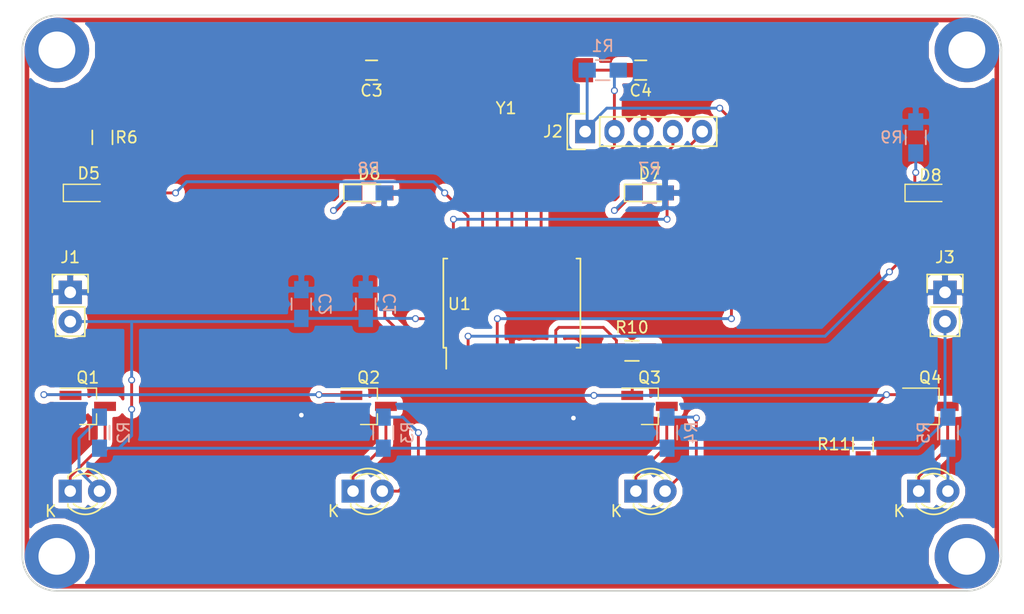
<source format=kicad_pcb>
(kicad_pcb (version 4) (host pcbnew 4.0.7)

  (general
    (links 56)
    (no_connects 0)
    (area 35.56 73.66 124.460001 127.000001)
    (thickness 1.6)
    (drawings 0)
    (tracks 178)
    (zones 0)
    (modules 33)
    (nets 32)
  )

  (page A4)
  (layers
    (0 F.Cu signal)
    (31 B.Cu signal)
    (32 B.Adhes user)
    (33 F.Adhes user)
    (34 B.Paste user)
    (35 F.Paste user)
    (36 B.SilkS user)
    (37 F.SilkS user)
    (38 B.Mask user)
    (39 F.Mask user)
    (40 Dwgs.User user)
    (41 Cmts.User user)
    (42 Eco1.User user)
    (43 Eco2.User user)
    (44 Edge.Cuts user)
    (45 Margin user)
    (46 B.CrtYd user)
    (47 F.CrtYd user)
    (48 B.Fab user)
    (49 F.Fab user)
  )

  (setup
    (last_trace_width 0.25)
    (trace_clearance 0.2)
    (zone_clearance 0.508)
    (zone_45_only no)
    (trace_min 0.2)
    (segment_width 0.2)
    (edge_width 0.15)
    (via_size 0.6)
    (via_drill 0.4)
    (via_min_size 0.4)
    (via_min_drill 0.3)
    (uvia_size 0.3)
    (uvia_drill 0.1)
    (uvias_allowed no)
    (uvia_min_size 0.2)
    (uvia_min_drill 0.1)
    (pcb_text_width 0.3)
    (pcb_text_size 1.5 1.5)
    (mod_edge_width 0.15)
    (mod_text_size 1 1)
    (mod_text_width 0.15)
    (pad_size 1.524 1.524)
    (pad_drill 0.762)
    (pad_to_mask_clearance 0.2)
    (aux_axis_origin 0 0)
    (visible_elements FFFFFF7F)
    (pcbplotparams
      (layerselection 0x010f0_80000001)
      (usegerberextensions false)
      (excludeedgelayer true)
      (linewidth 0.100000)
      (plotframeref false)
      (viasonmask false)
      (mode 1)
      (useauxorigin false)
      (hpglpennumber 1)
      (hpglpenspeed 20)
      (hpglpendiameter 15)
      (hpglpenoverlay 2)
      (psnegative false)
      (psa4output false)
      (plotreference true)
      (plotvalue true)
      (plotinvisibletext false)
      (padsonsilk false)
      (subtractmaskfromsilk false)
      (outputformat 1)
      (mirror false)
      (drillshape 0)
      (scaleselection 1)
      (outputdirectory output/))
  )

  (net 0 "")
  (net 1 VCC)
  (net 2 GND)
  (net 3 "Net-(C3-Pad1)")
  (net 4 "Net-(C4-Pad1)")
  (net 5 "Net-(D1-Pad1)")
  (net 6 "Net-(D1-Pad2)")
  (net 7 "Net-(D2-Pad1)")
  (net 8 "Net-(D2-Pad2)")
  (net 9 "Net-(D3-Pad1)")
  (net 10 "Net-(D3-Pad2)")
  (net 11 "Net-(D4-Pad1)")
  (net 12 "Net-(D4-Pad2)")
  (net 13 "Net-(D5-Pad1)")
  (net 14 "Net-(D5-Pad2)")
  (net 15 "Net-(D6-Pad1)")
  (net 16 "Net-(D6-Pad2)")
  (net 17 "Net-(D7-Pad1)")
  (net 18 "Net-(D7-Pad2)")
  (net 19 "Net-(D8-Pad1)")
  (net 20 "Net-(D8-Pad2)")
  (net 21 /~MCLR)
  (net 22 /RB7)
  (net 23 /RB6)
  (net 24 "Net-(Q1-Pad1)")
  (net 25 "Net-(U1-Pad3)")
  (net 26 "Net-(U1-Pad6)")
  (net 27 "Net-(U1-Pad7)")
  (net 28 "Net-(U1-Pad9)")
  (net 29 "Net-(U1-Pad10)")
  (net 30 "Net-(U1-Pad11)")
  (net 31 "Net-(R10-Pad2)")

  (net_class Default "This is the default net class."
    (clearance 0.2)
    (trace_width 0.25)
    (via_dia 0.6)
    (via_drill 0.4)
    (uvia_dia 0.3)
    (uvia_drill 0.1)
    (add_net /RB6)
    (add_net /RB7)
    (add_net /~MCLR)
    (add_net GND)
    (add_net "Net-(C3-Pad1)")
    (add_net "Net-(C4-Pad1)")
    (add_net "Net-(D1-Pad1)")
    (add_net "Net-(D1-Pad2)")
    (add_net "Net-(D2-Pad1)")
    (add_net "Net-(D2-Pad2)")
    (add_net "Net-(D3-Pad1)")
    (add_net "Net-(D3-Pad2)")
    (add_net "Net-(D4-Pad1)")
    (add_net "Net-(D4-Pad2)")
    (add_net "Net-(D5-Pad1)")
    (add_net "Net-(D5-Pad2)")
    (add_net "Net-(D6-Pad1)")
    (add_net "Net-(D6-Pad2)")
    (add_net "Net-(D7-Pad1)")
    (add_net "Net-(D7-Pad2)")
    (add_net "Net-(D8-Pad1)")
    (add_net "Net-(D8-Pad2)")
    (add_net "Net-(Q1-Pad1)")
    (add_net "Net-(R10-Pad2)")
    (add_net "Net-(U1-Pad10)")
    (add_net "Net-(U1-Pad11)")
    (add_net "Net-(U1-Pad3)")
    (add_net "Net-(U1-Pad6)")
    (add_net "Net-(U1-Pad7)")
    (add_net "Net-(U1-Pad9)")
    (add_net VCC)
  )

  (module Capacitors_SMD:C_0805_HandSoldering (layer B.Cu) (tedit 541A9B8D) (tstamp 5B453EC8)
    (at 67.31 100.076 90)
    (descr "Capacitor SMD 0805, hand soldering")
    (tags "capacitor 0805")
    (path /5B4527E7)
    (attr smd)
    (fp_text reference C1 (at 0 2.1 90) (layer B.SilkS)
      (effects (font (size 1 1) (thickness 0.15)) (justify mirror))
    )
    (fp_text value 100nF (at 0 -2.1 90) (layer B.Fab)
      (effects (font (size 1 1) (thickness 0.15)) (justify mirror))
    )
    (fp_line (start -1 -0.625) (end -1 0.625) (layer B.Fab) (width 0.15))
    (fp_line (start 1 -0.625) (end -1 -0.625) (layer B.Fab) (width 0.15))
    (fp_line (start 1 0.625) (end 1 -0.625) (layer B.Fab) (width 0.15))
    (fp_line (start -1 0.625) (end 1 0.625) (layer B.Fab) (width 0.15))
    (fp_line (start -2.3 1) (end 2.3 1) (layer B.CrtYd) (width 0.05))
    (fp_line (start -2.3 -1) (end 2.3 -1) (layer B.CrtYd) (width 0.05))
    (fp_line (start -2.3 1) (end -2.3 -1) (layer B.CrtYd) (width 0.05))
    (fp_line (start 2.3 1) (end 2.3 -1) (layer B.CrtYd) (width 0.05))
    (fp_line (start 0.5 0.85) (end -0.5 0.85) (layer B.SilkS) (width 0.15))
    (fp_line (start -0.5 -0.85) (end 0.5 -0.85) (layer B.SilkS) (width 0.15))
    (pad 1 smd rect (at -1.25 0 90) (size 1.5 1.25) (layers B.Cu B.Paste B.Mask)
      (net 1 VCC))
    (pad 2 smd rect (at 1.25 0 90) (size 1.5 1.25) (layers B.Cu B.Paste B.Mask)
      (net 2 GND))
    (model Capacitors_SMD.3dshapes/C_0805_HandSoldering.wrl
      (at (xyz 0 0 0))
      (scale (xyz 1 1 1))
      (rotate (xyz 0 0 0))
    )
  )

  (module Capacitors_SMD:C_0805_HandSoldering (layer B.Cu) (tedit 541A9B8D) (tstamp 5B453ED8)
    (at 61.722 100.076 90)
    (descr "Capacitor SMD 0805, hand soldering")
    (tags "capacitor 0805")
    (path /5B45270B)
    (attr smd)
    (fp_text reference C2 (at 0 2.1 90) (layer B.SilkS)
      (effects (font (size 1 1) (thickness 0.15)) (justify mirror))
    )
    (fp_text value 4.7uF (at 0 -2.1 90) (layer B.Fab)
      (effects (font (size 1 1) (thickness 0.15)) (justify mirror))
    )
    (fp_line (start -1 -0.625) (end -1 0.625) (layer B.Fab) (width 0.15))
    (fp_line (start 1 -0.625) (end -1 -0.625) (layer B.Fab) (width 0.15))
    (fp_line (start 1 0.625) (end 1 -0.625) (layer B.Fab) (width 0.15))
    (fp_line (start -1 0.625) (end 1 0.625) (layer B.Fab) (width 0.15))
    (fp_line (start -2.3 1) (end 2.3 1) (layer B.CrtYd) (width 0.05))
    (fp_line (start -2.3 -1) (end 2.3 -1) (layer B.CrtYd) (width 0.05))
    (fp_line (start -2.3 1) (end -2.3 -1) (layer B.CrtYd) (width 0.05))
    (fp_line (start 2.3 1) (end 2.3 -1) (layer B.CrtYd) (width 0.05))
    (fp_line (start 0.5 0.85) (end -0.5 0.85) (layer B.SilkS) (width 0.15))
    (fp_line (start -0.5 -0.85) (end 0.5 -0.85) (layer B.SilkS) (width 0.15))
    (pad 1 smd rect (at -1.25 0 90) (size 1.5 1.25) (layers B.Cu B.Paste B.Mask)
      (net 1 VCC))
    (pad 2 smd rect (at 1.25 0 90) (size 1.5 1.25) (layers B.Cu B.Paste B.Mask)
      (net 2 GND))
    (model Capacitors_SMD.3dshapes/C_0805_HandSoldering.wrl
      (at (xyz 0 0 0))
      (scale (xyz 1 1 1))
      (rotate (xyz 0 0 0))
    )
  )

  (module Capacitors_SMD:C_0805_HandSoldering (layer F.Cu) (tedit 541A9B8D) (tstamp 5B453EE8)
    (at 67.818 79.756 180)
    (descr "Capacitor SMD 0805, hand soldering")
    (tags "capacitor 0805")
    (path /5B452D83)
    (attr smd)
    (fp_text reference C3 (at 0 -1.778 180) (layer F.SilkS)
      (effects (font (size 1 1) (thickness 0.15)))
    )
    (fp_text value 22pF (at 0 2.1 180) (layer F.Fab)
      (effects (font (size 1 1) (thickness 0.15)))
    )
    (fp_line (start -1 0.625) (end -1 -0.625) (layer F.Fab) (width 0.15))
    (fp_line (start 1 0.625) (end -1 0.625) (layer F.Fab) (width 0.15))
    (fp_line (start 1 -0.625) (end 1 0.625) (layer F.Fab) (width 0.15))
    (fp_line (start -1 -0.625) (end 1 -0.625) (layer F.Fab) (width 0.15))
    (fp_line (start -2.3 -1) (end 2.3 -1) (layer F.CrtYd) (width 0.05))
    (fp_line (start -2.3 1) (end 2.3 1) (layer F.CrtYd) (width 0.05))
    (fp_line (start -2.3 -1) (end -2.3 1) (layer F.CrtYd) (width 0.05))
    (fp_line (start 2.3 -1) (end 2.3 1) (layer F.CrtYd) (width 0.05))
    (fp_line (start 0.5 -0.85) (end -0.5 -0.85) (layer F.SilkS) (width 0.15))
    (fp_line (start -0.5 0.85) (end 0.5 0.85) (layer F.SilkS) (width 0.15))
    (pad 1 smd rect (at -1.25 0 180) (size 1.5 1.25) (layers F.Cu F.Paste F.Mask)
      (net 3 "Net-(C3-Pad1)"))
    (pad 2 smd rect (at 1.25 0 180) (size 1.5 1.25) (layers F.Cu F.Paste F.Mask)
      (net 2 GND))
    (model Capacitors_SMD.3dshapes/C_0805_HandSoldering.wrl
      (at (xyz 0 0 0))
      (scale (xyz 1 1 1))
      (rotate (xyz 0 0 0))
    )
  )

  (module Capacitors_SMD:C_0805_HandSoldering (layer F.Cu) (tedit 541A9B8D) (tstamp 5B453EF8)
    (at 91.186 79.756)
    (descr "Capacitor SMD 0805, hand soldering")
    (tags "capacitor 0805")
    (path /5B452D1F)
    (attr smd)
    (fp_text reference C4 (at 0 1.778) (layer F.SilkS)
      (effects (font (size 1 1) (thickness 0.15)))
    )
    (fp_text value 22pF (at 0 2.1) (layer F.Fab)
      (effects (font (size 1 1) (thickness 0.15)))
    )
    (fp_line (start -1 0.625) (end -1 -0.625) (layer F.Fab) (width 0.15))
    (fp_line (start 1 0.625) (end -1 0.625) (layer F.Fab) (width 0.15))
    (fp_line (start 1 -0.625) (end 1 0.625) (layer F.Fab) (width 0.15))
    (fp_line (start -1 -0.625) (end 1 -0.625) (layer F.Fab) (width 0.15))
    (fp_line (start -2.3 -1) (end 2.3 -1) (layer F.CrtYd) (width 0.05))
    (fp_line (start -2.3 1) (end 2.3 1) (layer F.CrtYd) (width 0.05))
    (fp_line (start -2.3 -1) (end -2.3 1) (layer F.CrtYd) (width 0.05))
    (fp_line (start 2.3 -1) (end 2.3 1) (layer F.CrtYd) (width 0.05))
    (fp_line (start 0.5 -0.85) (end -0.5 -0.85) (layer F.SilkS) (width 0.15))
    (fp_line (start -0.5 0.85) (end 0.5 0.85) (layer F.SilkS) (width 0.15))
    (pad 1 smd rect (at -1.25 0) (size 1.5 1.25) (layers F.Cu F.Paste F.Mask)
      (net 4 "Net-(C4-Pad1)"))
    (pad 2 smd rect (at 1.25 0) (size 1.5 1.25) (layers F.Cu F.Paste F.Mask)
      (net 2 GND))
    (model Capacitors_SMD.3dshapes/C_0805_HandSoldering.wrl
      (at (xyz 0 0 0))
      (scale (xyz 1 1 1))
      (rotate (xyz 0 0 0))
    )
  )

  (module LEDs:LED-3MM (layer F.Cu) (tedit 5B454598) (tstamp 5B453F09)
    (at 41.656 116.332)
    (descr "LED 3mm round vertical")
    (tags "LED  3mm round vertical")
    (path /5B4539CB)
    (fp_text reference D1 (at 5.08 0) (layer F.SilkS) hide
      (effects (font (size 1 1) (thickness 0.15)))
    )
    (fp_text value IR204A (at 1.3 -2.9) (layer F.Fab)
      (effects (font (size 1 1) (thickness 0.15)))
    )
    (fp_line (start -1.2 2.3) (end 3.8 2.3) (layer F.CrtYd) (width 0.05))
    (fp_line (start 3.8 2.3) (end 3.8 -2.2) (layer F.CrtYd) (width 0.05))
    (fp_line (start 3.8 -2.2) (end -1.2 -2.2) (layer F.CrtYd) (width 0.05))
    (fp_line (start -1.2 -2.2) (end -1.2 2.3) (layer F.CrtYd) (width 0.05))
    (fp_line (start -0.199 1.314) (end -0.199 1.114) (layer F.SilkS) (width 0.15))
    (fp_line (start -0.199 -1.28) (end -0.199 -1.1) (layer F.SilkS) (width 0.15))
    (fp_arc (start 1.301 0.034) (end -0.199 -1.286) (angle 108.5) (layer F.SilkS) (width 0.15))
    (fp_arc (start 1.301 0.034) (end 0.25 -1.1) (angle 85.7) (layer F.SilkS) (width 0.15))
    (fp_arc (start 1.311 0.034) (end 3.051 0.994) (angle 110) (layer F.SilkS) (width 0.15))
    (fp_arc (start 1.301 0.034) (end 2.335 1.094) (angle 87.5) (layer F.SilkS) (width 0.15))
    (fp_text user K (at -1.69 1.74) (layer F.SilkS)
      (effects (font (size 1 1) (thickness 0.15)))
    )
    (pad 1 thru_hole rect (at 0 0 90) (size 2 2) (drill 1.00076) (layers *.Cu *.Mask)
      (net 5 "Net-(D1-Pad1)"))
    (pad 2 thru_hole circle (at 2.54 0) (size 2 2) (drill 1.00076) (layers *.Cu *.Mask)
      (net 6 "Net-(D1-Pad2)"))
    (model LEDs.3dshapes/LED-3MM.wrl
      (at (xyz 0.05 0 0))
      (scale (xyz 1 1 1))
      (rotate (xyz 0 0 90))
    )
  )

  (module LEDs:LED-3MM (layer F.Cu) (tedit 5B45459D) (tstamp 5B453F1A)
    (at 66.209333 116.332)
    (descr "LED 3mm round vertical")
    (tags "LED  3mm round vertical")
    (path /5B4539FE)
    (fp_text reference D2 (at 4.910667 0) (layer F.SilkS) hide
      (effects (font (size 1 1) (thickness 0.15)))
    )
    (fp_text value IR204A (at 1.3 -2.9) (layer F.Fab)
      (effects (font (size 1 1) (thickness 0.15)))
    )
    (fp_line (start -1.2 2.3) (end 3.8 2.3) (layer F.CrtYd) (width 0.05))
    (fp_line (start 3.8 2.3) (end 3.8 -2.2) (layer F.CrtYd) (width 0.05))
    (fp_line (start 3.8 -2.2) (end -1.2 -2.2) (layer F.CrtYd) (width 0.05))
    (fp_line (start -1.2 -2.2) (end -1.2 2.3) (layer F.CrtYd) (width 0.05))
    (fp_line (start -0.199 1.314) (end -0.199 1.114) (layer F.SilkS) (width 0.15))
    (fp_line (start -0.199 -1.28) (end -0.199 -1.1) (layer F.SilkS) (width 0.15))
    (fp_arc (start 1.301 0.034) (end -0.199 -1.286) (angle 108.5) (layer F.SilkS) (width 0.15))
    (fp_arc (start 1.301 0.034) (end 0.25 -1.1) (angle 85.7) (layer F.SilkS) (width 0.15))
    (fp_arc (start 1.311 0.034) (end 3.051 0.994) (angle 110) (layer F.SilkS) (width 0.15))
    (fp_arc (start 1.301 0.034) (end 2.335 1.094) (angle 87.5) (layer F.SilkS) (width 0.15))
    (fp_text user K (at -1.69 1.74) (layer F.SilkS)
      (effects (font (size 1 1) (thickness 0.15)))
    )
    (pad 1 thru_hole rect (at 0 0 90) (size 2 2) (drill 1.00076) (layers *.Cu *.Mask)
      (net 7 "Net-(D2-Pad1)"))
    (pad 2 thru_hole circle (at 2.54 0) (size 2 2) (drill 1.00076) (layers *.Cu *.Mask)
      (net 8 "Net-(D2-Pad2)"))
    (model LEDs.3dshapes/LED-3MM.wrl
      (at (xyz 0.05 0 0))
      (scale (xyz 1 1 1))
      (rotate (xyz 0 0 90))
    )
  )

  (module LEDs:LED-3MM (layer F.Cu) (tedit 5B4545A1) (tstamp 5B453F2B)
    (at 90.762666 116.332)
    (descr "LED 3mm round vertical")
    (tags "LED  3mm round vertical")
    (path /5B453B44)
    (fp_text reference D3 (at 4.995334 0) (layer F.SilkS) hide
      (effects (font (size 1 1) (thickness 0.15)))
    )
    (fp_text value IR204A (at 1.3 -2.9) (layer F.Fab)
      (effects (font (size 1 1) (thickness 0.15)))
    )
    (fp_line (start -1.2 2.3) (end 3.8 2.3) (layer F.CrtYd) (width 0.05))
    (fp_line (start 3.8 2.3) (end 3.8 -2.2) (layer F.CrtYd) (width 0.05))
    (fp_line (start 3.8 -2.2) (end -1.2 -2.2) (layer F.CrtYd) (width 0.05))
    (fp_line (start -1.2 -2.2) (end -1.2 2.3) (layer F.CrtYd) (width 0.05))
    (fp_line (start -0.199 1.314) (end -0.199 1.114) (layer F.SilkS) (width 0.15))
    (fp_line (start -0.199 -1.28) (end -0.199 -1.1) (layer F.SilkS) (width 0.15))
    (fp_arc (start 1.301 0.034) (end -0.199 -1.286) (angle 108.5) (layer F.SilkS) (width 0.15))
    (fp_arc (start 1.301 0.034) (end 0.25 -1.1) (angle 85.7) (layer F.SilkS) (width 0.15))
    (fp_arc (start 1.311 0.034) (end 3.051 0.994) (angle 110) (layer F.SilkS) (width 0.15))
    (fp_arc (start 1.301 0.034) (end 2.335 1.094) (angle 87.5) (layer F.SilkS) (width 0.15))
    (fp_text user K (at -1.69 1.74) (layer F.SilkS)
      (effects (font (size 1 1) (thickness 0.15)))
    )
    (pad 1 thru_hole rect (at 0 0 90) (size 2 2) (drill 1.00076) (layers *.Cu *.Mask)
      (net 9 "Net-(D3-Pad1)"))
    (pad 2 thru_hole circle (at 2.54 0) (size 2 2) (drill 1.00076) (layers *.Cu *.Mask)
      (net 10 "Net-(D3-Pad2)"))
    (model LEDs.3dshapes/LED-3MM.wrl
      (at (xyz 0.05 0 0))
      (scale (xyz 1 1 1))
      (rotate (xyz 0 0 90))
    )
  )

  (module LEDs:LED-3MM (layer F.Cu) (tedit 5B4545A5) (tstamp 5B453F3C)
    (at 115.315999 116.332)
    (descr "LED 3mm round vertical")
    (tags "LED  3mm round vertical")
    (path /5B453B62)
    (fp_text reference D4 (at 5.080001 0) (layer F.SilkS) hide
      (effects (font (size 1 1) (thickness 0.15)))
    )
    (fp_text value IR204A (at 1.3 -2.9) (layer F.Fab)
      (effects (font (size 1 1) (thickness 0.15)))
    )
    (fp_line (start -1.2 2.3) (end 3.8 2.3) (layer F.CrtYd) (width 0.05))
    (fp_line (start 3.8 2.3) (end 3.8 -2.2) (layer F.CrtYd) (width 0.05))
    (fp_line (start 3.8 -2.2) (end -1.2 -2.2) (layer F.CrtYd) (width 0.05))
    (fp_line (start -1.2 -2.2) (end -1.2 2.3) (layer F.CrtYd) (width 0.05))
    (fp_line (start -0.199 1.314) (end -0.199 1.114) (layer F.SilkS) (width 0.15))
    (fp_line (start -0.199 -1.28) (end -0.199 -1.1) (layer F.SilkS) (width 0.15))
    (fp_arc (start 1.301 0.034) (end -0.199 -1.286) (angle 108.5) (layer F.SilkS) (width 0.15))
    (fp_arc (start 1.301 0.034) (end 0.25 -1.1) (angle 85.7) (layer F.SilkS) (width 0.15))
    (fp_arc (start 1.311 0.034) (end 3.051 0.994) (angle 110) (layer F.SilkS) (width 0.15))
    (fp_arc (start 1.301 0.034) (end 2.335 1.094) (angle 87.5) (layer F.SilkS) (width 0.15))
    (fp_text user K (at -1.69 1.74) (layer F.SilkS)
      (effects (font (size 1 1) (thickness 0.15)))
    )
    (pad 1 thru_hole rect (at 0 0 90) (size 2 2) (drill 1.00076) (layers *.Cu *.Mask)
      (net 11 "Net-(D4-Pad1)"))
    (pad 2 thru_hole circle (at 2.54 0) (size 2 2) (drill 1.00076) (layers *.Cu *.Mask)
      (net 12 "Net-(D4-Pad2)"))
    (model LEDs.3dshapes/LED-3MM.wrl
      (at (xyz 0.05 0 0))
      (scale (xyz 1 1 1))
      (rotate (xyz 0 0 90))
    )
  )

  (module LEDs:LED_0805_HandSoldering (layer F.Cu) (tedit 595FCA25) (tstamp 5B453F51)
    (at 43.26 90.424)
    (descr "Resistor SMD 0805, hand soldering")
    (tags "resistor 0805")
    (path /5B453DB6)
    (attr smd)
    (fp_text reference D5 (at 0 -1.7) (layer F.SilkS)
      (effects (font (size 1 1) (thickness 0.15)))
    )
    (fp_text value LED (at 0 1.75) (layer F.Fab)
      (effects (font (size 1 1) (thickness 0.15)))
    )
    (fp_line (start -0.4 -0.4) (end -0.4 0.4) (layer F.Fab) (width 0.1))
    (fp_line (start -0.4 0) (end 0.2 -0.4) (layer F.Fab) (width 0.1))
    (fp_line (start 0.2 0.4) (end -0.4 0) (layer F.Fab) (width 0.1))
    (fp_line (start 0.2 -0.4) (end 0.2 0.4) (layer F.Fab) (width 0.1))
    (fp_line (start -1 0.62) (end -1 -0.62) (layer F.Fab) (width 0.1))
    (fp_line (start 1 0.62) (end -1 0.62) (layer F.Fab) (width 0.1))
    (fp_line (start 1 -0.62) (end 1 0.62) (layer F.Fab) (width 0.1))
    (fp_line (start -1 -0.62) (end 1 -0.62) (layer F.Fab) (width 0.1))
    (fp_line (start 1 0.75) (end -2.2 0.75) (layer F.SilkS) (width 0.12))
    (fp_line (start -2.2 -0.75) (end 1 -0.75) (layer F.SilkS) (width 0.12))
    (fp_line (start -2.35 -0.9) (end 2.35 -0.9) (layer F.CrtYd) (width 0.05))
    (fp_line (start -2.35 -0.9) (end -2.35 0.9) (layer F.CrtYd) (width 0.05))
    (fp_line (start 2.35 0.9) (end 2.35 -0.9) (layer F.CrtYd) (width 0.05))
    (fp_line (start 2.35 0.9) (end -2.35 0.9) (layer F.CrtYd) (width 0.05))
    (fp_line (start -2.2 -0.75) (end -2.2 0.75) (layer F.SilkS) (width 0.12))
    (pad 1 smd rect (at -1.35 0) (size 1.5 1.3) (layers F.Cu F.Paste F.Mask)
      (net 13 "Net-(D5-Pad1)"))
    (pad 2 smd rect (at 1.35 0) (size 1.5 1.3) (layers F.Cu F.Paste F.Mask)
      (net 14 "Net-(D5-Pad2)"))
    (model ${KISYS3DMOD}/LEDs.3dshapes/LED_0805.wrl
      (at (xyz 0 0 0))
      (scale (xyz 1 1 1))
      (rotate (xyz 0 0 0))
    )
  )

  (module LEDs:LED_0805_HandSoldering (layer F.Cu) (tedit 595FCA25) (tstamp 5B453F66)
    (at 67.617333 90.424)
    (descr "Resistor SMD 0805, hand soldering")
    (tags "resistor 0805")
    (path /5B453F73)
    (attr smd)
    (fp_text reference D6 (at 0 -1.7) (layer F.SilkS)
      (effects (font (size 1 1) (thickness 0.15)))
    )
    (fp_text value LED (at 0 1.75) (layer F.Fab)
      (effects (font (size 1 1) (thickness 0.15)))
    )
    (fp_line (start -0.4 -0.4) (end -0.4 0.4) (layer F.Fab) (width 0.1))
    (fp_line (start -0.4 0) (end 0.2 -0.4) (layer F.Fab) (width 0.1))
    (fp_line (start 0.2 0.4) (end -0.4 0) (layer F.Fab) (width 0.1))
    (fp_line (start 0.2 -0.4) (end 0.2 0.4) (layer F.Fab) (width 0.1))
    (fp_line (start -1 0.62) (end -1 -0.62) (layer F.Fab) (width 0.1))
    (fp_line (start 1 0.62) (end -1 0.62) (layer F.Fab) (width 0.1))
    (fp_line (start 1 -0.62) (end 1 0.62) (layer F.Fab) (width 0.1))
    (fp_line (start -1 -0.62) (end 1 -0.62) (layer F.Fab) (width 0.1))
    (fp_line (start 1 0.75) (end -2.2 0.75) (layer F.SilkS) (width 0.12))
    (fp_line (start -2.2 -0.75) (end 1 -0.75) (layer F.SilkS) (width 0.12))
    (fp_line (start -2.35 -0.9) (end 2.35 -0.9) (layer F.CrtYd) (width 0.05))
    (fp_line (start -2.35 -0.9) (end -2.35 0.9) (layer F.CrtYd) (width 0.05))
    (fp_line (start 2.35 0.9) (end 2.35 -0.9) (layer F.CrtYd) (width 0.05))
    (fp_line (start 2.35 0.9) (end -2.35 0.9) (layer F.CrtYd) (width 0.05))
    (fp_line (start -2.2 -0.75) (end -2.2 0.75) (layer F.SilkS) (width 0.12))
    (pad 1 smd rect (at -1.35 0) (size 1.5 1.3) (layers F.Cu F.Paste F.Mask)
      (net 15 "Net-(D6-Pad1)"))
    (pad 2 smd rect (at 1.35 0) (size 1.5 1.3) (layers F.Cu F.Paste F.Mask)
      (net 16 "Net-(D6-Pad2)"))
    (model ${KISYS3DMOD}/LEDs.3dshapes/LED_0805.wrl
      (at (xyz 0 0 0))
      (scale (xyz 1 1 1))
      (rotate (xyz 0 0 0))
    )
  )

  (module LEDs:LED_0805_HandSoldering (layer F.Cu) (tedit 595FCA25) (tstamp 5B453F7B)
    (at 91.974666 90.424)
    (descr "Resistor SMD 0805, hand soldering")
    (tags "resistor 0805")
    (path /5B453F12)
    (attr smd)
    (fp_text reference D7 (at 0 -1.7) (layer F.SilkS)
      (effects (font (size 1 1) (thickness 0.15)))
    )
    (fp_text value LED (at 0 1.75) (layer F.Fab)
      (effects (font (size 1 1) (thickness 0.15)))
    )
    (fp_line (start -0.4 -0.4) (end -0.4 0.4) (layer F.Fab) (width 0.1))
    (fp_line (start -0.4 0) (end 0.2 -0.4) (layer F.Fab) (width 0.1))
    (fp_line (start 0.2 0.4) (end -0.4 0) (layer F.Fab) (width 0.1))
    (fp_line (start 0.2 -0.4) (end 0.2 0.4) (layer F.Fab) (width 0.1))
    (fp_line (start -1 0.62) (end -1 -0.62) (layer F.Fab) (width 0.1))
    (fp_line (start 1 0.62) (end -1 0.62) (layer F.Fab) (width 0.1))
    (fp_line (start 1 -0.62) (end 1 0.62) (layer F.Fab) (width 0.1))
    (fp_line (start -1 -0.62) (end 1 -0.62) (layer F.Fab) (width 0.1))
    (fp_line (start 1 0.75) (end -2.2 0.75) (layer F.SilkS) (width 0.12))
    (fp_line (start -2.2 -0.75) (end 1 -0.75) (layer F.SilkS) (width 0.12))
    (fp_line (start -2.35 -0.9) (end 2.35 -0.9) (layer F.CrtYd) (width 0.05))
    (fp_line (start -2.35 -0.9) (end -2.35 0.9) (layer F.CrtYd) (width 0.05))
    (fp_line (start 2.35 0.9) (end 2.35 -0.9) (layer F.CrtYd) (width 0.05))
    (fp_line (start 2.35 0.9) (end -2.35 0.9) (layer F.CrtYd) (width 0.05))
    (fp_line (start -2.2 -0.75) (end -2.2 0.75) (layer F.SilkS) (width 0.12))
    (pad 1 smd rect (at -1.35 0) (size 1.5 1.3) (layers F.Cu F.Paste F.Mask)
      (net 17 "Net-(D7-Pad1)"))
    (pad 2 smd rect (at 1.35 0) (size 1.5 1.3) (layers F.Cu F.Paste F.Mask)
      (net 18 "Net-(D7-Pad2)"))
    (model ${KISYS3DMOD}/LEDs.3dshapes/LED_0805.wrl
      (at (xyz 0 0 0))
      (scale (xyz 1 1 1))
      (rotate (xyz 0 0 0))
    )
  )

  (module LEDs:LED_0805_HandSoldering (layer F.Cu) (tedit 595FCA25) (tstamp 5B453F90)
    (at 116.331999 90.424)
    (descr "Resistor SMD 0805, hand soldering")
    (tags "resistor 0805")
    (path /5B453FD7)
    (attr smd)
    (fp_text reference D8 (at 0.000001 -1.524) (layer F.SilkS)
      (effects (font (size 1 1) (thickness 0.15)))
    )
    (fp_text value LED (at 0 1.75) (layer F.Fab)
      (effects (font (size 1 1) (thickness 0.15)))
    )
    (fp_line (start -0.4 -0.4) (end -0.4 0.4) (layer F.Fab) (width 0.1))
    (fp_line (start -0.4 0) (end 0.2 -0.4) (layer F.Fab) (width 0.1))
    (fp_line (start 0.2 0.4) (end -0.4 0) (layer F.Fab) (width 0.1))
    (fp_line (start 0.2 -0.4) (end 0.2 0.4) (layer F.Fab) (width 0.1))
    (fp_line (start -1 0.62) (end -1 -0.62) (layer F.Fab) (width 0.1))
    (fp_line (start 1 0.62) (end -1 0.62) (layer F.Fab) (width 0.1))
    (fp_line (start 1 -0.62) (end 1 0.62) (layer F.Fab) (width 0.1))
    (fp_line (start -1 -0.62) (end 1 -0.62) (layer F.Fab) (width 0.1))
    (fp_line (start 1 0.75) (end -2.2 0.75) (layer F.SilkS) (width 0.12))
    (fp_line (start -2.2 -0.75) (end 1 -0.75) (layer F.SilkS) (width 0.12))
    (fp_line (start -2.35 -0.9) (end 2.35 -0.9) (layer F.CrtYd) (width 0.05))
    (fp_line (start -2.35 -0.9) (end -2.35 0.9) (layer F.CrtYd) (width 0.05))
    (fp_line (start 2.35 0.9) (end 2.35 -0.9) (layer F.CrtYd) (width 0.05))
    (fp_line (start 2.35 0.9) (end -2.35 0.9) (layer F.CrtYd) (width 0.05))
    (fp_line (start -2.2 -0.75) (end -2.2 0.75) (layer F.SilkS) (width 0.12))
    (pad 1 smd rect (at -1.35 0) (size 1.5 1.3) (layers F.Cu F.Paste F.Mask)
      (net 19 "Net-(D8-Pad1)"))
    (pad 2 smd rect (at 1.35 0) (size 1.5 1.3) (layers F.Cu F.Paste F.Mask)
      (net 20 "Net-(D8-Pad2)"))
    (model ${KISYS3DMOD}/LEDs.3dshapes/LED_0805.wrl
      (at (xyz 0 0 0))
      (scale (xyz 1 1 1))
      (rotate (xyz 0 0 0))
    )
  )

  (module Pin_Headers:Pin_Header_Straight_1x02 (layer F.Cu) (tedit 54EA090C) (tstamp 5B453FA1)
    (at 41.656 99.06)
    (descr "Through hole pin header")
    (tags "pin header")
    (path /5B45345B)
    (fp_text reference J1 (at 0 -3.048) (layer F.SilkS)
      (effects (font (size 1 1) (thickness 0.15)))
    )
    (fp_text value Conn_01x02 (at 0 -3.1) (layer F.Fab)
      (effects (font (size 1 1) (thickness 0.15)))
    )
    (fp_line (start 1.27 1.27) (end 1.27 3.81) (layer F.SilkS) (width 0.15))
    (fp_line (start 1.55 -1.55) (end 1.55 0) (layer F.SilkS) (width 0.15))
    (fp_line (start -1.75 -1.75) (end -1.75 4.3) (layer F.CrtYd) (width 0.05))
    (fp_line (start 1.75 -1.75) (end 1.75 4.3) (layer F.CrtYd) (width 0.05))
    (fp_line (start -1.75 -1.75) (end 1.75 -1.75) (layer F.CrtYd) (width 0.05))
    (fp_line (start -1.75 4.3) (end 1.75 4.3) (layer F.CrtYd) (width 0.05))
    (fp_line (start 1.27 1.27) (end -1.27 1.27) (layer F.SilkS) (width 0.15))
    (fp_line (start -1.55 0) (end -1.55 -1.55) (layer F.SilkS) (width 0.15))
    (fp_line (start -1.55 -1.55) (end 1.55 -1.55) (layer F.SilkS) (width 0.15))
    (fp_line (start -1.27 1.27) (end -1.27 3.81) (layer F.SilkS) (width 0.15))
    (fp_line (start -1.27 3.81) (end 1.27 3.81) (layer F.SilkS) (width 0.15))
    (pad 1 thru_hole rect (at 0 0) (size 2.032 2.032) (drill 1.016) (layers *.Cu *.Mask)
      (net 2 GND))
    (pad 2 thru_hole oval (at 0 2.54) (size 2.032 2.032) (drill 1.016) (layers *.Cu *.Mask)
      (net 1 VCC))
    (model Pin_Headers.3dshapes/Pin_Header_Straight_1x02.wrl
      (at (xyz 0 -0.05 0))
      (scale (xyz 1 1 1))
      (rotate (xyz 0 0 90))
    )
  )

  (module Pin_Headers:Pin_Header_Straight_1x05 (layer F.Cu) (tedit 54EA0684) (tstamp 5B453FB5)
    (at 86.36 85.09 90)
    (descr "Through hole pin header")
    (tags "pin header")
    (path /5B45319B)
    (fp_text reference J2 (at 0 -2.794 180) (layer F.SilkS)
      (effects (font (size 1 1) (thickness 0.15)))
    )
    (fp_text value Conn_01x05 (at 0 -3.1 90) (layer F.Fab)
      (effects (font (size 1 1) (thickness 0.15)))
    )
    (fp_line (start -1.55 0) (end -1.55 -1.55) (layer F.SilkS) (width 0.15))
    (fp_line (start -1.55 -1.55) (end 1.55 -1.55) (layer F.SilkS) (width 0.15))
    (fp_line (start 1.55 -1.55) (end 1.55 0) (layer F.SilkS) (width 0.15))
    (fp_line (start -1.75 -1.75) (end -1.75 11.95) (layer F.CrtYd) (width 0.05))
    (fp_line (start 1.75 -1.75) (end 1.75 11.95) (layer F.CrtYd) (width 0.05))
    (fp_line (start -1.75 -1.75) (end 1.75 -1.75) (layer F.CrtYd) (width 0.05))
    (fp_line (start -1.75 11.95) (end 1.75 11.95) (layer F.CrtYd) (width 0.05))
    (fp_line (start 1.27 1.27) (end 1.27 11.43) (layer F.SilkS) (width 0.15))
    (fp_line (start 1.27 11.43) (end -1.27 11.43) (layer F.SilkS) (width 0.15))
    (fp_line (start -1.27 11.43) (end -1.27 1.27) (layer F.SilkS) (width 0.15))
    (fp_line (start 1.27 1.27) (end -1.27 1.27) (layer F.SilkS) (width 0.15))
    (pad 1 thru_hole rect (at 0 0 90) (size 2.032 1.7272) (drill 1.016) (layers *.Cu *.Mask)
      (net 21 /~MCLR))
    (pad 2 thru_hole oval (at 0 2.54 90) (size 2.032 1.7272) (drill 1.016) (layers *.Cu *.Mask)
      (net 1 VCC))
    (pad 3 thru_hole oval (at 0 5.08 90) (size 2.032 1.7272) (drill 1.016) (layers *.Cu *.Mask)
      (net 2 GND))
    (pad 4 thru_hole oval (at 0 7.62 90) (size 2.032 1.7272) (drill 1.016) (layers *.Cu *.Mask)
      (net 22 /RB7))
    (pad 5 thru_hole oval (at 0 10.16 90) (size 2.032 1.7272) (drill 1.016) (layers *.Cu *.Mask)
      (net 23 /RB6))
    (model Pin_Headers.3dshapes/Pin_Header_Straight_1x05.wrl
      (at (xyz 0 -0.2 0))
      (scale (xyz 1 1 1))
      (rotate (xyz 0 0 90))
    )
  )

  (module Pin_Headers:Pin_Header_Straight_1x02 (layer F.Cu) (tedit 54EA090C) (tstamp 5B453FC6)
    (at 117.602 99.06)
    (descr "Through hole pin header")
    (tags "pin header")
    (path /5B4548C7)
    (fp_text reference J3 (at 0 -3.048) (layer F.SilkS)
      (effects (font (size 1 1) (thickness 0.15)))
    )
    (fp_text value Conn_01x02 (at 0 -3.1) (layer F.Fab)
      (effects (font (size 1 1) (thickness 0.15)))
    )
    (fp_line (start 1.27 1.27) (end 1.27 3.81) (layer F.SilkS) (width 0.15))
    (fp_line (start 1.55 -1.55) (end 1.55 0) (layer F.SilkS) (width 0.15))
    (fp_line (start -1.75 -1.75) (end -1.75 4.3) (layer F.CrtYd) (width 0.05))
    (fp_line (start 1.75 -1.75) (end 1.75 4.3) (layer F.CrtYd) (width 0.05))
    (fp_line (start -1.75 -1.75) (end 1.75 -1.75) (layer F.CrtYd) (width 0.05))
    (fp_line (start -1.75 4.3) (end 1.75 4.3) (layer F.CrtYd) (width 0.05))
    (fp_line (start 1.27 1.27) (end -1.27 1.27) (layer F.SilkS) (width 0.15))
    (fp_line (start -1.55 0) (end -1.55 -1.55) (layer F.SilkS) (width 0.15))
    (fp_line (start -1.55 -1.55) (end 1.55 -1.55) (layer F.SilkS) (width 0.15))
    (fp_line (start -1.27 1.27) (end -1.27 3.81) (layer F.SilkS) (width 0.15))
    (fp_line (start -1.27 3.81) (end 1.27 3.81) (layer F.SilkS) (width 0.15))
    (pad 1 thru_hole rect (at 0 0) (size 2.032 2.032) (drill 1.016) (layers *.Cu *.Mask)
      (net 2 GND))
    (pad 2 thru_hole oval (at 0 2.54) (size 2.032 2.032) (drill 1.016) (layers *.Cu *.Mask)
      (net 1 VCC))
    (model Pin_Headers.3dshapes/Pin_Header_Straight_1x02.wrl
      (at (xyz 0 -0.05 0))
      (scale (xyz 1 1 1))
      (rotate (xyz 0 0 90))
    )
  )

  (module TO_SOT_Packages_SMD:SOT-23_Handsoldering (layer F.Cu) (tedit 583F3954) (tstamp 5B453FD9)
    (at 43.18 108.966)
    (descr "SOT-23, Handsoldering")
    (tags SOT-23)
    (path /5B453808)
    (attr smd)
    (fp_text reference Q1 (at 0 -2.5) (layer F.SilkS)
      (effects (font (size 1 1) (thickness 0.15)))
    )
    (fp_text value Q_NMOS_GSD (at 0 2.5) (layer F.Fab)
      (effects (font (size 1 1) (thickness 0.15)))
    )
    (fp_line (start 0.76 1.58) (end 0.76 0.65) (layer F.SilkS) (width 0.12))
    (fp_line (start 0.76 -1.58) (end 0.76 -0.65) (layer F.SilkS) (width 0.12))
    (fp_line (start 0.7 -1.52) (end 0.7 1.52) (layer F.Fab) (width 0.15))
    (fp_line (start -0.7 1.52) (end 0.7 1.52) (layer F.Fab) (width 0.15))
    (fp_line (start -2.7 -1.75) (end 2.7 -1.75) (layer F.CrtYd) (width 0.05))
    (fp_line (start 2.7 -1.75) (end 2.7 1.75) (layer F.CrtYd) (width 0.05))
    (fp_line (start 2.7 1.75) (end -2.7 1.75) (layer F.CrtYd) (width 0.05))
    (fp_line (start -2.7 1.75) (end -2.7 -1.75) (layer F.CrtYd) (width 0.05))
    (fp_line (start 0.76 -1.58) (end -2.4 -1.58) (layer F.SilkS) (width 0.12))
    (fp_line (start -0.7 -1.52) (end 0.7 -1.52) (layer F.Fab) (width 0.15))
    (fp_line (start -0.7 -1.52) (end -0.7 1.52) (layer F.Fab) (width 0.15))
    (fp_line (start 0.76 1.58) (end -0.7 1.58) (layer F.SilkS) (width 0.12))
    (pad 1 smd rect (at -1.5 -0.95) (size 1.9 0.8) (layers F.Cu F.Paste F.Mask)
      (net 24 "Net-(Q1-Pad1)"))
    (pad 2 smd rect (at -1.5 0.95) (size 1.9 0.8) (layers F.Cu F.Paste F.Mask)
      (net 2 GND))
    (pad 3 smd rect (at 1.5 0) (size 1.9 0.8) (layers F.Cu F.Paste F.Mask)
      (net 5 "Net-(D1-Pad1)"))
  )

  (module TO_SOT_Packages_SMD:SOT-23_Handsoldering (layer F.Cu) (tedit 583F3954) (tstamp 5B453FEC)
    (at 67.564 108.966)
    (descr "SOT-23, Handsoldering")
    (tags SOT-23)
    (path /5B4539F2)
    (attr smd)
    (fp_text reference Q2 (at 0 -2.5) (layer F.SilkS)
      (effects (font (size 1 1) (thickness 0.15)))
    )
    (fp_text value Q_NMOS_GSD (at 0 2.5) (layer F.Fab)
      (effects (font (size 1 1) (thickness 0.15)))
    )
    (fp_line (start 0.76 1.58) (end 0.76 0.65) (layer F.SilkS) (width 0.12))
    (fp_line (start 0.76 -1.58) (end 0.76 -0.65) (layer F.SilkS) (width 0.12))
    (fp_line (start 0.7 -1.52) (end 0.7 1.52) (layer F.Fab) (width 0.15))
    (fp_line (start -0.7 1.52) (end 0.7 1.52) (layer F.Fab) (width 0.15))
    (fp_line (start -2.7 -1.75) (end 2.7 -1.75) (layer F.CrtYd) (width 0.05))
    (fp_line (start 2.7 -1.75) (end 2.7 1.75) (layer F.CrtYd) (width 0.05))
    (fp_line (start 2.7 1.75) (end -2.7 1.75) (layer F.CrtYd) (width 0.05))
    (fp_line (start -2.7 1.75) (end -2.7 -1.75) (layer F.CrtYd) (width 0.05))
    (fp_line (start 0.76 -1.58) (end -2.4 -1.58) (layer F.SilkS) (width 0.12))
    (fp_line (start -0.7 -1.52) (end 0.7 -1.52) (layer F.Fab) (width 0.15))
    (fp_line (start -0.7 -1.52) (end -0.7 1.52) (layer F.Fab) (width 0.15))
    (fp_line (start 0.76 1.58) (end -0.7 1.58) (layer F.SilkS) (width 0.12))
    (pad 1 smd rect (at -1.5 -0.95) (size 1.9 0.8) (layers F.Cu F.Paste F.Mask)
      (net 24 "Net-(Q1-Pad1)"))
    (pad 2 smd rect (at -1.5 0.95) (size 1.9 0.8) (layers F.Cu F.Paste F.Mask)
      (net 2 GND))
    (pad 3 smd rect (at 1.5 0) (size 1.9 0.8) (layers F.Cu F.Paste F.Mask)
      (net 7 "Net-(D2-Pad1)"))
  )

  (module TO_SOT_Packages_SMD:SOT-23_Handsoldering (layer F.Cu) (tedit 583F3954) (tstamp 5B453FFF)
    (at 91.948 108.966)
    (descr "SOT-23, Handsoldering")
    (tags SOT-23)
    (path /5B453B38)
    (attr smd)
    (fp_text reference Q3 (at 0 -2.5) (layer F.SilkS)
      (effects (font (size 1 1) (thickness 0.15)))
    )
    (fp_text value Q_NMOS_GSD (at 0 2.5) (layer F.Fab)
      (effects (font (size 1 1) (thickness 0.15)))
    )
    (fp_line (start 0.76 1.58) (end 0.76 0.65) (layer F.SilkS) (width 0.12))
    (fp_line (start 0.76 -1.58) (end 0.76 -0.65) (layer F.SilkS) (width 0.12))
    (fp_line (start 0.7 -1.52) (end 0.7 1.52) (layer F.Fab) (width 0.15))
    (fp_line (start -0.7 1.52) (end 0.7 1.52) (layer F.Fab) (width 0.15))
    (fp_line (start -2.7 -1.75) (end 2.7 -1.75) (layer F.CrtYd) (width 0.05))
    (fp_line (start 2.7 -1.75) (end 2.7 1.75) (layer F.CrtYd) (width 0.05))
    (fp_line (start 2.7 1.75) (end -2.7 1.75) (layer F.CrtYd) (width 0.05))
    (fp_line (start -2.7 1.75) (end -2.7 -1.75) (layer F.CrtYd) (width 0.05))
    (fp_line (start 0.76 -1.58) (end -2.4 -1.58) (layer F.SilkS) (width 0.12))
    (fp_line (start -0.7 -1.52) (end 0.7 -1.52) (layer F.Fab) (width 0.15))
    (fp_line (start -0.7 -1.52) (end -0.7 1.52) (layer F.Fab) (width 0.15))
    (fp_line (start 0.76 1.58) (end -0.7 1.58) (layer F.SilkS) (width 0.12))
    (pad 1 smd rect (at -1.5 -0.95) (size 1.9 0.8) (layers F.Cu F.Paste F.Mask)
      (net 24 "Net-(Q1-Pad1)"))
    (pad 2 smd rect (at -1.5 0.95) (size 1.9 0.8) (layers F.Cu F.Paste F.Mask)
      (net 2 GND))
    (pad 3 smd rect (at 1.5 0) (size 1.9 0.8) (layers F.Cu F.Paste F.Mask)
      (net 9 "Net-(D3-Pad1)"))
  )

  (module TO_SOT_Packages_SMD:SOT-23_Handsoldering (layer F.Cu) (tedit 583F3954) (tstamp 5B454012)
    (at 116.332 108.966)
    (descr "SOT-23, Handsoldering")
    (tags SOT-23)
    (path /5B453B56)
    (attr smd)
    (fp_text reference Q4 (at 0 -2.5) (layer F.SilkS)
      (effects (font (size 1 1) (thickness 0.15)))
    )
    (fp_text value Q_NMOS_GSD (at 0 2.5) (layer F.Fab)
      (effects (font (size 1 1) (thickness 0.15)))
    )
    (fp_line (start 0.76 1.58) (end 0.76 0.65) (layer F.SilkS) (width 0.12))
    (fp_line (start 0.76 -1.58) (end 0.76 -0.65) (layer F.SilkS) (width 0.12))
    (fp_line (start 0.7 -1.52) (end 0.7 1.52) (layer F.Fab) (width 0.15))
    (fp_line (start -0.7 1.52) (end 0.7 1.52) (layer F.Fab) (width 0.15))
    (fp_line (start -2.7 -1.75) (end 2.7 -1.75) (layer F.CrtYd) (width 0.05))
    (fp_line (start 2.7 -1.75) (end 2.7 1.75) (layer F.CrtYd) (width 0.05))
    (fp_line (start 2.7 1.75) (end -2.7 1.75) (layer F.CrtYd) (width 0.05))
    (fp_line (start -2.7 1.75) (end -2.7 -1.75) (layer F.CrtYd) (width 0.05))
    (fp_line (start 0.76 -1.58) (end -2.4 -1.58) (layer F.SilkS) (width 0.12))
    (fp_line (start -0.7 -1.52) (end 0.7 -1.52) (layer F.Fab) (width 0.15))
    (fp_line (start -0.7 -1.52) (end -0.7 1.52) (layer F.Fab) (width 0.15))
    (fp_line (start 0.76 1.58) (end -0.7 1.58) (layer F.SilkS) (width 0.12))
    (pad 1 smd rect (at -1.5 -0.95) (size 1.9 0.8) (layers F.Cu F.Paste F.Mask)
      (net 24 "Net-(Q1-Pad1)"))
    (pad 2 smd rect (at -1.5 0.95) (size 1.9 0.8) (layers F.Cu F.Paste F.Mask)
      (net 2 GND))
    (pad 3 smd rect (at 1.5 0) (size 1.9 0.8) (layers F.Cu F.Paste F.Mask)
      (net 11 "Net-(D4-Pad1)"))
  )

  (module Resistors_SMD:R_0805_HandSoldering (layer B.Cu) (tedit 58307B90) (tstamp 5B454022)
    (at 87.884 79.756 180)
    (descr "Resistor SMD 0805, hand soldering")
    (tags "resistor 0805")
    (path /5B452BA3)
    (attr smd)
    (fp_text reference R1 (at 0 2.1 180) (layer B.SilkS)
      (effects (font (size 1 1) (thickness 0.15)) (justify mirror))
    )
    (fp_text value 33k (at 0 -2.1 180) (layer B.Fab)
      (effects (font (size 1 1) (thickness 0.15)) (justify mirror))
    )
    (fp_line (start -1 -0.625) (end -1 0.625) (layer B.Fab) (width 0.1))
    (fp_line (start 1 -0.625) (end -1 -0.625) (layer B.Fab) (width 0.1))
    (fp_line (start 1 0.625) (end 1 -0.625) (layer B.Fab) (width 0.1))
    (fp_line (start -1 0.625) (end 1 0.625) (layer B.Fab) (width 0.1))
    (fp_line (start -2.4 1) (end 2.4 1) (layer B.CrtYd) (width 0.05))
    (fp_line (start -2.4 -1) (end 2.4 -1) (layer B.CrtYd) (width 0.05))
    (fp_line (start -2.4 1) (end -2.4 -1) (layer B.CrtYd) (width 0.05))
    (fp_line (start 2.4 1) (end 2.4 -1) (layer B.CrtYd) (width 0.05))
    (fp_line (start 0.6 -0.875) (end -0.6 -0.875) (layer B.SilkS) (width 0.15))
    (fp_line (start -0.6 0.875) (end 0.6 0.875) (layer B.SilkS) (width 0.15))
    (pad 1 smd rect (at -1.35 0 180) (size 1.5 1.3) (layers B.Cu B.Paste B.Mask)
      (net 1 VCC))
    (pad 2 smd rect (at 1.35 0 180) (size 1.5 1.3) (layers B.Cu B.Paste B.Mask)
      (net 21 /~MCLR))
    (model Resistors_SMD.3dshapes/R_0805_HandSoldering.wrl
      (at (xyz 0 0 0))
      (scale (xyz 1 1 1))
      (rotate (xyz 0 0 0))
    )
  )

  (module Resistors_SMD:R_0805_HandSoldering (layer B.Cu) (tedit 58307B90) (tstamp 5B454032)
    (at 44.196 111.252 90)
    (descr "Resistor SMD 0805, hand soldering")
    (tags "resistor 0805")
    (path /5B453A86)
    (attr smd)
    (fp_text reference R2 (at 0 2.1 90) (layer B.SilkS)
      (effects (font (size 1 1) (thickness 0.15)) (justify mirror))
    )
    (fp_text value 25 (at 0 -2.1 90) (layer B.Fab)
      (effects (font (size 1 1) (thickness 0.15)) (justify mirror))
    )
    (fp_line (start -1 -0.625) (end -1 0.625) (layer B.Fab) (width 0.1))
    (fp_line (start 1 -0.625) (end -1 -0.625) (layer B.Fab) (width 0.1))
    (fp_line (start 1 0.625) (end 1 -0.625) (layer B.Fab) (width 0.1))
    (fp_line (start -1 0.625) (end 1 0.625) (layer B.Fab) (width 0.1))
    (fp_line (start -2.4 1) (end 2.4 1) (layer B.CrtYd) (width 0.05))
    (fp_line (start -2.4 -1) (end 2.4 -1) (layer B.CrtYd) (width 0.05))
    (fp_line (start -2.4 1) (end -2.4 -1) (layer B.CrtYd) (width 0.05))
    (fp_line (start 2.4 1) (end 2.4 -1) (layer B.CrtYd) (width 0.05))
    (fp_line (start 0.6 -0.875) (end -0.6 -0.875) (layer B.SilkS) (width 0.15))
    (fp_line (start -0.6 0.875) (end 0.6 0.875) (layer B.SilkS) (width 0.15))
    (pad 1 smd rect (at -1.35 0 90) (size 1.5 1.3) (layers B.Cu B.Paste B.Mask)
      (net 1 VCC))
    (pad 2 smd rect (at 1.35 0 90) (size 1.5 1.3) (layers B.Cu B.Paste B.Mask)
      (net 6 "Net-(D1-Pad2)"))
    (model Resistors_SMD.3dshapes/R_0805_HandSoldering.wrl
      (at (xyz 0 0 0))
      (scale (xyz 1 1 1))
      (rotate (xyz 0 0 0))
    )
  )

  (module Resistors_SMD:R_0805_HandSoldering (layer B.Cu) (tedit 58307B90) (tstamp 5B454042)
    (at 68.834 111.252 90)
    (descr "Resistor SMD 0805, hand soldering")
    (tags "resistor 0805")
    (path /5B453A04)
    (attr smd)
    (fp_text reference R3 (at 0 2.1 90) (layer B.SilkS)
      (effects (font (size 1 1) (thickness 0.15)) (justify mirror))
    )
    (fp_text value 25 (at 0 -2.1 90) (layer B.Fab)
      (effects (font (size 1 1) (thickness 0.15)) (justify mirror))
    )
    (fp_line (start -1 -0.625) (end -1 0.625) (layer B.Fab) (width 0.1))
    (fp_line (start 1 -0.625) (end -1 -0.625) (layer B.Fab) (width 0.1))
    (fp_line (start 1 0.625) (end 1 -0.625) (layer B.Fab) (width 0.1))
    (fp_line (start -1 0.625) (end 1 0.625) (layer B.Fab) (width 0.1))
    (fp_line (start -2.4 1) (end 2.4 1) (layer B.CrtYd) (width 0.05))
    (fp_line (start -2.4 -1) (end 2.4 -1) (layer B.CrtYd) (width 0.05))
    (fp_line (start -2.4 1) (end -2.4 -1) (layer B.CrtYd) (width 0.05))
    (fp_line (start 2.4 1) (end 2.4 -1) (layer B.CrtYd) (width 0.05))
    (fp_line (start 0.6 -0.875) (end -0.6 -0.875) (layer B.SilkS) (width 0.15))
    (fp_line (start -0.6 0.875) (end 0.6 0.875) (layer B.SilkS) (width 0.15))
    (pad 1 smd rect (at -1.35 0 90) (size 1.5 1.3) (layers B.Cu B.Paste B.Mask)
      (net 1 VCC))
    (pad 2 smd rect (at 1.35 0 90) (size 1.5 1.3) (layers B.Cu B.Paste B.Mask)
      (net 8 "Net-(D2-Pad2)"))
    (model Resistors_SMD.3dshapes/R_0805_HandSoldering.wrl
      (at (xyz 0 0 0))
      (scale (xyz 1 1 1))
      (rotate (xyz 0 0 0))
    )
  )

  (module Resistors_SMD:R_0805_HandSoldering (layer B.Cu) (tedit 58307B90) (tstamp 5B454052)
    (at 93.472 111.252 90)
    (descr "Resistor SMD 0805, hand soldering")
    (tags "resistor 0805")
    (path /5B453B4A)
    (attr smd)
    (fp_text reference R4 (at 0 2.1 90) (layer B.SilkS)
      (effects (font (size 1 1) (thickness 0.15)) (justify mirror))
    )
    (fp_text value 25 (at 0 -2.1 90) (layer B.Fab)
      (effects (font (size 1 1) (thickness 0.15)) (justify mirror))
    )
    (fp_line (start -1 -0.625) (end -1 0.625) (layer B.Fab) (width 0.1))
    (fp_line (start 1 -0.625) (end -1 -0.625) (layer B.Fab) (width 0.1))
    (fp_line (start 1 0.625) (end 1 -0.625) (layer B.Fab) (width 0.1))
    (fp_line (start -1 0.625) (end 1 0.625) (layer B.Fab) (width 0.1))
    (fp_line (start -2.4 1) (end 2.4 1) (layer B.CrtYd) (width 0.05))
    (fp_line (start -2.4 -1) (end 2.4 -1) (layer B.CrtYd) (width 0.05))
    (fp_line (start -2.4 1) (end -2.4 -1) (layer B.CrtYd) (width 0.05))
    (fp_line (start 2.4 1) (end 2.4 -1) (layer B.CrtYd) (width 0.05))
    (fp_line (start 0.6 -0.875) (end -0.6 -0.875) (layer B.SilkS) (width 0.15))
    (fp_line (start -0.6 0.875) (end 0.6 0.875) (layer B.SilkS) (width 0.15))
    (pad 1 smd rect (at -1.35 0 90) (size 1.5 1.3) (layers B.Cu B.Paste B.Mask)
      (net 1 VCC))
    (pad 2 smd rect (at 1.35 0 90) (size 1.5 1.3) (layers B.Cu B.Paste B.Mask)
      (net 10 "Net-(D3-Pad2)"))
    (model Resistors_SMD.3dshapes/R_0805_HandSoldering.wrl
      (at (xyz 0 0 0))
      (scale (xyz 1 1 1))
      (rotate (xyz 0 0 0))
    )
  )

  (module Resistors_SMD:R_0805_HandSoldering (layer B.Cu) (tedit 58307B90) (tstamp 5B454062)
    (at 117.856 111.252 270)
    (descr "Resistor SMD 0805, hand soldering")
    (tags "resistor 0805")
    (path /5B453B68)
    (attr smd)
    (fp_text reference R5 (at 0 2.1 270) (layer B.SilkS)
      (effects (font (size 1 1) (thickness 0.15)) (justify mirror))
    )
    (fp_text value 25 (at 0 -2.1 270) (layer B.Fab)
      (effects (font (size 1 1) (thickness 0.15)) (justify mirror))
    )
    (fp_line (start -1 -0.625) (end -1 0.625) (layer B.Fab) (width 0.1))
    (fp_line (start 1 -0.625) (end -1 -0.625) (layer B.Fab) (width 0.1))
    (fp_line (start 1 0.625) (end 1 -0.625) (layer B.Fab) (width 0.1))
    (fp_line (start -1 0.625) (end 1 0.625) (layer B.Fab) (width 0.1))
    (fp_line (start -2.4 1) (end 2.4 1) (layer B.CrtYd) (width 0.05))
    (fp_line (start -2.4 -1) (end 2.4 -1) (layer B.CrtYd) (width 0.05))
    (fp_line (start -2.4 1) (end -2.4 -1) (layer B.CrtYd) (width 0.05))
    (fp_line (start 2.4 1) (end 2.4 -1) (layer B.CrtYd) (width 0.05))
    (fp_line (start 0.6 -0.875) (end -0.6 -0.875) (layer B.SilkS) (width 0.15))
    (fp_line (start -0.6 0.875) (end 0.6 0.875) (layer B.SilkS) (width 0.15))
    (pad 1 smd rect (at -1.35 0 270) (size 1.5 1.3) (layers B.Cu B.Paste B.Mask)
      (net 1 VCC))
    (pad 2 smd rect (at 1.35 0 270) (size 1.5 1.3) (layers B.Cu B.Paste B.Mask)
      (net 12 "Net-(D4-Pad2)"))
    (model Resistors_SMD.3dshapes/R_0805_HandSoldering.wrl
      (at (xyz 0 0 0))
      (scale (xyz 1 1 1))
      (rotate (xyz 0 0 0))
    )
  )

  (module Resistors_SMD:R_0805_HandSoldering (layer F.Cu) (tedit 58307B90) (tstamp 5B454072)
    (at 44.45 85.598 270)
    (descr "Resistor SMD 0805, hand soldering")
    (tags "resistor 0805")
    (path /5B45417C)
    (attr smd)
    (fp_text reference R6 (at 0 -2.1 360) (layer F.SilkS)
      (effects (font (size 1 1) (thickness 0.15)))
    )
    (fp_text value 1k (at 0 2.1 270) (layer F.Fab)
      (effects (font (size 1 1) (thickness 0.15)))
    )
    (fp_line (start -1 0.625) (end -1 -0.625) (layer F.Fab) (width 0.1))
    (fp_line (start 1 0.625) (end -1 0.625) (layer F.Fab) (width 0.1))
    (fp_line (start 1 -0.625) (end 1 0.625) (layer F.Fab) (width 0.1))
    (fp_line (start -1 -0.625) (end 1 -0.625) (layer F.Fab) (width 0.1))
    (fp_line (start -2.4 -1) (end 2.4 -1) (layer F.CrtYd) (width 0.05))
    (fp_line (start -2.4 1) (end 2.4 1) (layer F.CrtYd) (width 0.05))
    (fp_line (start -2.4 -1) (end -2.4 1) (layer F.CrtYd) (width 0.05))
    (fp_line (start 2.4 -1) (end 2.4 1) (layer F.CrtYd) (width 0.05))
    (fp_line (start 0.6 0.875) (end -0.6 0.875) (layer F.SilkS) (width 0.15))
    (fp_line (start -0.6 -0.875) (end 0.6 -0.875) (layer F.SilkS) (width 0.15))
    (pad 1 smd rect (at -1.35 0 270) (size 1.5 1.3) (layers F.Cu F.Paste F.Mask)
      (net 2 GND))
    (pad 2 smd rect (at 1.35 0 270) (size 1.5 1.3) (layers F.Cu F.Paste F.Mask)
      (net 13 "Net-(D5-Pad1)"))
    (model Resistors_SMD.3dshapes/R_0805_HandSoldering.wrl
      (at (xyz 0 0 0))
      (scale (xyz 1 1 1))
      (rotate (xyz 0 0 0))
    )
  )

  (module Resistors_SMD:R_0805_HandSoldering (layer B.Cu) (tedit 58307B90) (tstamp 5B454082)
    (at 91.948 90.424 180)
    (descr "Resistor SMD 0805, hand soldering")
    (tags "resistor 0805")
    (path /5B4542B3)
    (attr smd)
    (fp_text reference R7 (at 0 2.1 180) (layer B.SilkS)
      (effects (font (size 1 1) (thickness 0.15)) (justify mirror))
    )
    (fp_text value 1k (at 0 -2.1 180) (layer B.Fab)
      (effects (font (size 1 1) (thickness 0.15)) (justify mirror))
    )
    (fp_line (start -1 -0.625) (end -1 0.625) (layer B.Fab) (width 0.1))
    (fp_line (start 1 -0.625) (end -1 -0.625) (layer B.Fab) (width 0.1))
    (fp_line (start 1 0.625) (end 1 -0.625) (layer B.Fab) (width 0.1))
    (fp_line (start -1 0.625) (end 1 0.625) (layer B.Fab) (width 0.1))
    (fp_line (start -2.4 1) (end 2.4 1) (layer B.CrtYd) (width 0.05))
    (fp_line (start -2.4 -1) (end 2.4 -1) (layer B.CrtYd) (width 0.05))
    (fp_line (start -2.4 1) (end -2.4 -1) (layer B.CrtYd) (width 0.05))
    (fp_line (start 2.4 1) (end 2.4 -1) (layer B.CrtYd) (width 0.05))
    (fp_line (start 0.6 -0.875) (end -0.6 -0.875) (layer B.SilkS) (width 0.15))
    (fp_line (start -0.6 0.875) (end 0.6 0.875) (layer B.SilkS) (width 0.15))
    (pad 1 smd rect (at -1.35 0 180) (size 1.5 1.3) (layers B.Cu B.Paste B.Mask)
      (net 2 GND))
    (pad 2 smd rect (at 1.35 0 180) (size 1.5 1.3) (layers B.Cu B.Paste B.Mask)
      (net 17 "Net-(D7-Pad1)"))
    (model Resistors_SMD.3dshapes/R_0805_HandSoldering.wrl
      (at (xyz 0 0 0))
      (scale (xyz 1 1 1))
      (rotate (xyz 0 0 0))
    )
  )

  (module Resistors_SMD:R_0805_HandSoldering (layer B.Cu) (tedit 58307B90) (tstamp 5B454092)
    (at 67.564 90.424 180)
    (descr "Resistor SMD 0805, hand soldering")
    (tags "resistor 0805")
    (path /5B454314)
    (attr smd)
    (fp_text reference R8 (at 0 2.1 180) (layer B.SilkS)
      (effects (font (size 1 1) (thickness 0.15)) (justify mirror))
    )
    (fp_text value 1k (at 0 -2.1 180) (layer B.Fab)
      (effects (font (size 1 1) (thickness 0.15)) (justify mirror))
    )
    (fp_line (start -1 -0.625) (end -1 0.625) (layer B.Fab) (width 0.1))
    (fp_line (start 1 -0.625) (end -1 -0.625) (layer B.Fab) (width 0.1))
    (fp_line (start 1 0.625) (end 1 -0.625) (layer B.Fab) (width 0.1))
    (fp_line (start -1 0.625) (end 1 0.625) (layer B.Fab) (width 0.1))
    (fp_line (start -2.4 1) (end 2.4 1) (layer B.CrtYd) (width 0.05))
    (fp_line (start -2.4 -1) (end 2.4 -1) (layer B.CrtYd) (width 0.05))
    (fp_line (start -2.4 1) (end -2.4 -1) (layer B.CrtYd) (width 0.05))
    (fp_line (start 2.4 1) (end 2.4 -1) (layer B.CrtYd) (width 0.05))
    (fp_line (start 0.6 -0.875) (end -0.6 -0.875) (layer B.SilkS) (width 0.15))
    (fp_line (start -0.6 0.875) (end 0.6 0.875) (layer B.SilkS) (width 0.15))
    (pad 1 smd rect (at -1.35 0 180) (size 1.5 1.3) (layers B.Cu B.Paste B.Mask)
      (net 2 GND))
    (pad 2 smd rect (at 1.35 0 180) (size 1.5 1.3) (layers B.Cu B.Paste B.Mask)
      (net 15 "Net-(D6-Pad1)"))
    (model Resistors_SMD.3dshapes/R_0805_HandSoldering.wrl
      (at (xyz 0 0 0))
      (scale (xyz 1 1 1))
      (rotate (xyz 0 0 0))
    )
  )

  (module Resistors_SMD:R_0805_HandSoldering (layer B.Cu) (tedit 58307B90) (tstamp 5B4540A2)
    (at 115.062 85.598 270)
    (descr "Resistor SMD 0805, hand soldering")
    (tags "resistor 0805")
    (path /5B454378)
    (attr smd)
    (fp_text reference R9 (at 0 2.1 540) (layer B.SilkS)
      (effects (font (size 1 1) (thickness 0.15)) (justify mirror))
    )
    (fp_text value 1k (at 0 -2.1 270) (layer B.Fab)
      (effects (font (size 1 1) (thickness 0.15)) (justify mirror))
    )
    (fp_line (start -1 -0.625) (end -1 0.625) (layer B.Fab) (width 0.1))
    (fp_line (start 1 -0.625) (end -1 -0.625) (layer B.Fab) (width 0.1))
    (fp_line (start 1 0.625) (end 1 -0.625) (layer B.Fab) (width 0.1))
    (fp_line (start -1 0.625) (end 1 0.625) (layer B.Fab) (width 0.1))
    (fp_line (start -2.4 1) (end 2.4 1) (layer B.CrtYd) (width 0.05))
    (fp_line (start -2.4 -1) (end 2.4 -1) (layer B.CrtYd) (width 0.05))
    (fp_line (start -2.4 1) (end -2.4 -1) (layer B.CrtYd) (width 0.05))
    (fp_line (start 2.4 1) (end 2.4 -1) (layer B.CrtYd) (width 0.05))
    (fp_line (start 0.6 -0.875) (end -0.6 -0.875) (layer B.SilkS) (width 0.15))
    (fp_line (start -0.6 0.875) (end 0.6 0.875) (layer B.SilkS) (width 0.15))
    (pad 1 smd rect (at -1.35 0 270) (size 1.5 1.3) (layers B.Cu B.Paste B.Mask)
      (net 2 GND))
    (pad 2 smd rect (at 1.35 0 270) (size 1.5 1.3) (layers B.Cu B.Paste B.Mask)
      (net 19 "Net-(D8-Pad1)"))
    (model Resistors_SMD.3dshapes/R_0805_HandSoldering.wrl
      (at (xyz 0 0 0))
      (scale (xyz 1 1 1))
      (rotate (xyz 0 0 0))
    )
  )

  (module Housings_SOIC:SOIC-18W_7.5x11.6mm_Pitch1.27mm (layer F.Cu) (tedit 5750353E) (tstamp 5B4540C8)
    (at 80 100 90)
    (descr "18-Lead Plastic Small Outline (SO) - Wide, 7.50 mm Body [SOIC] (see Microchip Packaging Specification 00000049BS.pdf)")
    (tags "SOIC 1.27")
    (path /5B4527A2)
    (attr smd)
    (fp_text reference U1 (at -0.076 -4.562 180) (layer F.SilkS)
      (effects (font (size 1 1) (thickness 0.15)))
    )
    (fp_text value PIC16F716-I/SO (at 0 6.875 90) (layer F.Fab)
      (effects (font (size 1 1) (thickness 0.15)))
    )
    (fp_line (start -2.75 -5.8) (end 3.75 -5.8) (layer F.Fab) (width 0.15))
    (fp_line (start 3.75 -5.8) (end 3.75 5.8) (layer F.Fab) (width 0.15))
    (fp_line (start 3.75 5.8) (end -3.75 5.8) (layer F.Fab) (width 0.15))
    (fp_line (start -3.75 5.8) (end -3.75 -4.8) (layer F.Fab) (width 0.15))
    (fp_line (start -3.75 -4.8) (end -2.75 -5.8) (layer F.Fab) (width 0.15))
    (fp_line (start -5.95 -6.15) (end -5.95 6.15) (layer F.CrtYd) (width 0.05))
    (fp_line (start 5.95 -6.15) (end 5.95 6.15) (layer F.CrtYd) (width 0.05))
    (fp_line (start -5.95 -6.15) (end 5.95 -6.15) (layer F.CrtYd) (width 0.05))
    (fp_line (start -5.95 6.15) (end 5.95 6.15) (layer F.CrtYd) (width 0.05))
    (fp_line (start -3.875 -5.95) (end -3.875 -5.7) (layer F.SilkS) (width 0.15))
    (fp_line (start 3.875 -5.95) (end 3.875 -5.605) (layer F.SilkS) (width 0.15))
    (fp_line (start 3.875 5.95) (end 3.875 5.605) (layer F.SilkS) (width 0.15))
    (fp_line (start -3.875 5.95) (end -3.875 5.605) (layer F.SilkS) (width 0.15))
    (fp_line (start -3.875 -5.95) (end 3.875 -5.95) (layer F.SilkS) (width 0.15))
    (fp_line (start -3.875 5.95) (end 3.875 5.95) (layer F.SilkS) (width 0.15))
    (fp_line (start -3.875 -5.7) (end -5.7 -5.7) (layer F.SilkS) (width 0.15))
    (pad 1 smd rect (at -4.7 -5.08 90) (size 2 0.6) (layers F.Cu F.Paste F.Mask)
      (net 16 "Net-(D6-Pad2)"))
    (pad 2 smd rect (at -4.7 -3.81 90) (size 2 0.6) (layers F.Cu F.Paste F.Mask)
      (net 20 "Net-(D8-Pad2)"))
    (pad 3 smd rect (at -4.7 -2.54 90) (size 2 0.6) (layers F.Cu F.Paste F.Mask)
      (net 25 "Net-(U1-Pad3)"))
    (pad 4 smd rect (at -4.7 -1.27 90) (size 2 0.6) (layers F.Cu F.Paste F.Mask)
      (net 21 /~MCLR))
    (pad 5 smd rect (at -4.7 0 90) (size 2 0.6) (layers F.Cu F.Paste F.Mask)
      (net 2 GND))
    (pad 6 smd rect (at -4.7 1.27 90) (size 2 0.6) (layers F.Cu F.Paste F.Mask)
      (net 26 "Net-(U1-Pad6)"))
    (pad 7 smd rect (at -4.7 2.54 90) (size 2 0.6) (layers F.Cu F.Paste F.Mask)
      (net 27 "Net-(U1-Pad7)"))
    (pad 8 smd rect (at -4.7 3.81 90) (size 2 0.6) (layers F.Cu F.Paste F.Mask)
      (net 31 "Net-(R10-Pad2)"))
    (pad 9 smd rect (at -4.7 5.08 90) (size 2 0.6) (layers F.Cu F.Paste F.Mask)
      (net 28 "Net-(U1-Pad9)"))
    (pad 10 smd rect (at 4.7 5.08 90) (size 2 0.6) (layers F.Cu F.Paste F.Mask)
      (net 29 "Net-(U1-Pad10)"))
    (pad 11 smd rect (at 4.7 3.81 90) (size 2 0.6) (layers F.Cu F.Paste F.Mask)
      (net 30 "Net-(U1-Pad11)"))
    (pad 12 smd rect (at 4.7 2.54 90) (size 2 0.6) (layers F.Cu F.Paste F.Mask)
      (net 23 /RB6))
    (pad 13 smd rect (at 4.7 1.27 90) (size 2 0.6) (layers F.Cu F.Paste F.Mask)
      (net 22 /RB7))
    (pad 14 smd rect (at 4.7 0 90) (size 2 0.6) (layers F.Cu F.Paste F.Mask)
      (net 1 VCC))
    (pad 15 smd rect (at 4.7 -1.27 90) (size 2 0.6) (layers F.Cu F.Paste F.Mask)
      (net 4 "Net-(C4-Pad1)"))
    (pad 16 smd rect (at 4.7 -2.54 90) (size 2 0.6) (layers F.Cu F.Paste F.Mask)
      (net 3 "Net-(C3-Pad1)"))
    (pad 17 smd rect (at 4.7 -3.81 90) (size 2 0.6) (layers F.Cu F.Paste F.Mask)
      (net 14 "Net-(D5-Pad2)"))
    (pad 18 smd rect (at 4.7 -5.08 90) (size 2 0.6) (layers F.Cu F.Paste F.Mask)
      (net 18 "Net-(D7-Pad2)"))
    (model Housings_SOIC.3dshapes/SOIC-18_7.5x11.6mm_Pitch1.27mm.wrl
      (at (xyz 0 0 0))
      (scale (xyz 1 1 1))
      (rotate (xyz 0 0 0))
    )
  )

  (module 0gbadge-2018:ABLS-4MHZ-B2-T (layer F.Cu) (tedit 5ACBF66A) (tstamp 5B4540D2)
    (at 79.502 79.756)
    (path /5B452C86)
    (fp_text reference Y1 (at 0 3.302) (layer F.SilkS)
      (effects (font (size 1 1) (thickness 0.15)))
    )
    (fp_text value Crystal (at 0 -3.048) (layer F.Fab)
      (effects (font (size 1 1) (thickness 0.15)))
    )
    (fp_line (start 5.4 -2.35) (end 5.4 2.35) (layer F.Fab) (width 0.15))
    (fp_line (start -5.4 -2.35) (end 5.4 -2.35) (layer F.Fab) (width 0.15))
    (fp_line (start -5.4 2.35) (end 5.4 2.35) (layer F.Fab) (width 0.15))
    (fp_line (start -5.4 -2.35) (end -5.4 2.35) (layer F.Fab) (width 0.15))
    (pad 1 smd rect (at -4.75 0) (size 5.6 2.1) (layers F.Cu F.Paste F.Mask)
      (net 3 "Net-(C3-Pad1)"))
    (pad 2 smd rect (at 4.75 0) (size 5.6 2.1) (layers F.Cu F.Paste F.Mask)
      (net 4 "Net-(C4-Pad1)"))
  )

  (module entryflasher:85x50 (layer F.Cu) (tedit 5B45452D) (tstamp 5B5709B7)
    (at 80 100)
    (fp_text reference REF** (at 0 0) (layer F.SilkS) hide
      (effects (font (size 1 1) (thickness 0.15)))
    )
    (fp_text value "" (at 0 0) (layer F.SilkS)
      (effects (font (thickness 0.15)))
    )
    (fp_line (start -39.5 -25) (end 39.5 -25) (layer Edge.Cuts) (width 0.15))
    (fp_line (start -39.5 25) (end 39.5 25) (layer Edge.Cuts) (width 0.15))
    (fp_line (start -42.5 -22) (end -42.5 22) (layer Edge.Cuts) (width 0.15))
    (fp_line (start 42.5 -22) (end 42.5 22) (layer Edge.Cuts) (width 0.15))
    (fp_line (start -39.5 -24.6) (end 39.5 -24.6) (layer F.Cu) (width 0.4))
    (fp_line (start -39.5 -24.6) (end 39.5 -24.6) (layer F.Mask) (width 0.4))
    (fp_line (start -39.5 24.6) (end 39.5 24.6) (layer F.Cu) (width 0.4))
    (fp_line (start -39.5 24.6) (end 39.5 24.6) (layer F.Mask) (width 0.4))
    (fp_line (start -42.1 -22) (end -42.1 22) (layer F.Cu) (width 0.4))
    (fp_line (start -42.1 -22) (end -42.1 22) (layer F.Mask) (width 0.4))
    (fp_line (start 42.1 -22) (end 42.1 22) (layer F.Cu) (width 0.4))
    (fp_line (start 42.1 -22) (end 42.1 22) (layer F.Mask) (width 0.4))
    (fp_line (start 39.5 -25) (end 39.735377 -24.990752) (layer Edge.Cuts) (width 0.15))
    (fp_line (start 39.735377 -24.990752) (end 39.969303 -24.963065) (layer Edge.Cuts) (width 0.15))
    (fp_line (start 39.969303 -24.963065) (end 40.200336 -24.91711) (layer Edge.Cuts) (width 0.15))
    (fp_line (start 40.200336 -24.91711) (end 40.427051 -24.85317) (layer Edge.Cuts) (width 0.15))
    (fp_line (start 40.427051 -24.85317) (end 40.64805 -24.771639) (layer Edge.Cuts) (width 0.15))
    (fp_line (start 40.64805 -24.771639) (end 40.861971 -24.67302) (layer Edge.Cuts) (width 0.15))
    (fp_line (start 40.861971 -24.67302) (end 41.067496 -24.55792) (layer Edge.Cuts) (width 0.15))
    (fp_line (start 41.067496 -24.55792) (end 41.263356 -24.427051) (layer Edge.Cuts) (width 0.15))
    (fp_line (start 41.263356 -24.427051) (end 41.448344 -24.281218) (layer Edge.Cuts) (width 0.15))
    (fp_line (start 41.448344 -24.281218) (end 41.62132 -24.12132) (layer Edge.Cuts) (width 0.15))
    (fp_line (start 41.62132 -24.12132) (end 41.781218 -23.948344) (layer Edge.Cuts) (width 0.15))
    (fp_line (start 41.781218 -23.948344) (end 41.927051 -23.763356) (layer Edge.Cuts) (width 0.15))
    (fp_line (start 41.927051 -23.763356) (end 42.05792 -23.567496) (layer Edge.Cuts) (width 0.15))
    (fp_line (start 42.05792 -23.567496) (end 42.17302 -23.361971) (layer Edge.Cuts) (width 0.15))
    (fp_line (start 42.17302 -23.361971) (end 42.271639 -23.14805) (layer Edge.Cuts) (width 0.15))
    (fp_line (start 42.271639 -23.14805) (end 42.35317 -22.927051) (layer Edge.Cuts) (width 0.15))
    (fp_line (start 42.35317 -22.927051) (end 42.41711 -22.700336) (layer Edge.Cuts) (width 0.15))
    (fp_line (start 42.41711 -22.700336) (end 42.463065 -22.469303) (layer Edge.Cuts) (width 0.15))
    (fp_line (start 42.463065 -22.469303) (end 42.490752 -22.235377) (layer Edge.Cuts) (width 0.15))
    (fp_line (start 42.490752 -22.235377) (end 42.5 -22) (layer Edge.Cuts) (width 0.15))
    (fp_line (start 42.5 22) (end 42.490752 22.235377) (layer Edge.Cuts) (width 0.15))
    (fp_line (start 42.490752 22.235377) (end 42.463065 22.469303) (layer Edge.Cuts) (width 0.15))
    (fp_line (start 42.463065 22.469303) (end 42.41711 22.700336) (layer Edge.Cuts) (width 0.15))
    (fp_line (start 42.41711 22.700336) (end 42.35317 22.927051) (layer Edge.Cuts) (width 0.15))
    (fp_line (start 42.35317 22.927051) (end 42.271639 23.14805) (layer Edge.Cuts) (width 0.15))
    (fp_line (start 42.271639 23.14805) (end 42.17302 23.361971) (layer Edge.Cuts) (width 0.15))
    (fp_line (start 42.17302 23.361971) (end 42.05792 23.567496) (layer Edge.Cuts) (width 0.15))
    (fp_line (start 42.05792 23.567496) (end 41.927051 23.763356) (layer Edge.Cuts) (width 0.15))
    (fp_line (start 41.927051 23.763356) (end 41.781218 23.948344) (layer Edge.Cuts) (width 0.15))
    (fp_line (start 41.781218 23.948344) (end 41.62132 24.12132) (layer Edge.Cuts) (width 0.15))
    (fp_line (start 41.62132 24.12132) (end 41.448344 24.281218) (layer Edge.Cuts) (width 0.15))
    (fp_line (start 41.448344 24.281218) (end 41.263356 24.427051) (layer Edge.Cuts) (width 0.15))
    (fp_line (start 41.263356 24.427051) (end 41.067496 24.55792) (layer Edge.Cuts) (width 0.15))
    (fp_line (start 41.067496 24.55792) (end 40.861971 24.67302) (layer Edge.Cuts) (width 0.15))
    (fp_line (start 40.861971 24.67302) (end 40.64805 24.771639) (layer Edge.Cuts) (width 0.15))
    (fp_line (start 40.64805 24.771639) (end 40.427051 24.85317) (layer Edge.Cuts) (width 0.15))
    (fp_line (start 40.427051 24.85317) (end 40.200336 24.91711) (layer Edge.Cuts) (width 0.15))
    (fp_line (start 40.200336 24.91711) (end 39.969303 24.963065) (layer Edge.Cuts) (width 0.15))
    (fp_line (start 39.969303 24.963065) (end 39.735377 24.990752) (layer Edge.Cuts) (width 0.15))
    (fp_line (start 39.735377 24.990752) (end 39.5 25) (layer Edge.Cuts) (width 0.15))
    (fp_line (start -39.5 25) (end -39.735377 24.990752) (layer Edge.Cuts) (width 0.15))
    (fp_line (start -39.735377 24.990752) (end -39.969303 24.963065) (layer Edge.Cuts) (width 0.15))
    (fp_line (start -39.969303 24.963065) (end -40.200336 24.91711) (layer Edge.Cuts) (width 0.15))
    (fp_line (start -40.200336 24.91711) (end -40.427051 24.85317) (layer Edge.Cuts) (width 0.15))
    (fp_line (start -40.427051 24.85317) (end -40.64805 24.771639) (layer Edge.Cuts) (width 0.15))
    (fp_line (start -40.64805 24.771639) (end -40.861971 24.67302) (layer Edge.Cuts) (width 0.15))
    (fp_line (start -40.861971 24.67302) (end -41.067496 24.55792) (layer Edge.Cuts) (width 0.15))
    (fp_line (start -41.067496 24.55792) (end -41.263356 24.427051) (layer Edge.Cuts) (width 0.15))
    (fp_line (start -41.263356 24.427051) (end -41.448344 24.281218) (layer Edge.Cuts) (width 0.15))
    (fp_line (start -41.448344 24.281218) (end -41.62132 24.12132) (layer Edge.Cuts) (width 0.15))
    (fp_line (start -41.62132 24.12132) (end -41.781218 23.948344) (layer Edge.Cuts) (width 0.15))
    (fp_line (start -41.781218 23.948344) (end -41.927051 23.763356) (layer Edge.Cuts) (width 0.15))
    (fp_line (start -41.927051 23.763356) (end -42.05792 23.567496) (layer Edge.Cuts) (width 0.15))
    (fp_line (start -42.05792 23.567496) (end -42.17302 23.361971) (layer Edge.Cuts) (width 0.15))
    (fp_line (start -42.17302 23.361971) (end -42.271639 23.14805) (layer Edge.Cuts) (width 0.15))
    (fp_line (start -42.271639 23.14805) (end -42.35317 22.927051) (layer Edge.Cuts) (width 0.15))
    (fp_line (start -42.35317 22.927051) (end -42.41711 22.700336) (layer Edge.Cuts) (width 0.15))
    (fp_line (start -42.41711 22.700336) (end -42.463065 22.469303) (layer Edge.Cuts) (width 0.15))
    (fp_line (start -42.463065 22.469303) (end -42.490752 22.235377) (layer Edge.Cuts) (width 0.15))
    (fp_line (start -42.490752 22.235377) (end -42.5 22) (layer Edge.Cuts) (width 0.15))
    (fp_line (start -42.5 -22) (end -42.490752 -22.235377) (layer Edge.Cuts) (width 0.15))
    (fp_line (start -42.490752 -22.235377) (end -42.463065 -22.469303) (layer Edge.Cuts) (width 0.15))
    (fp_line (start -42.463065 -22.469303) (end -42.41711 -22.700336) (layer Edge.Cuts) (width 0.15))
    (fp_line (start -42.41711 -22.700336) (end -42.35317 -22.927051) (layer Edge.Cuts) (width 0.15))
    (fp_line (start -42.35317 -22.927051) (end -42.271639 -23.14805) (layer Edge.Cuts) (width 0.15))
    (fp_line (start -42.271639 -23.14805) (end -42.17302 -23.361971) (layer Edge.Cuts) (width 0.15))
    (fp_line (start -42.17302 -23.361971) (end -42.05792 -23.567496) (layer Edge.Cuts) (width 0.15))
    (fp_line (start -42.05792 -23.567496) (end -41.927051 -23.763356) (layer Edge.Cuts) (width 0.15))
    (fp_line (start -41.927051 -23.763356) (end -41.781218 -23.948344) (layer Edge.Cuts) (width 0.15))
    (fp_line (start -41.781218 -23.948344) (end -41.62132 -24.12132) (layer Edge.Cuts) (width 0.15))
    (fp_line (start -41.62132 -24.12132) (end -41.448344 -24.281218) (layer Edge.Cuts) (width 0.15))
    (fp_line (start -41.448344 -24.281218) (end -41.263356 -24.427051) (layer Edge.Cuts) (width 0.15))
    (fp_line (start -41.263356 -24.427051) (end -41.067496 -24.55792) (layer Edge.Cuts) (width 0.15))
    (fp_line (start -41.067496 -24.55792) (end -40.861971 -24.67302) (layer Edge.Cuts) (width 0.15))
    (fp_line (start -40.861971 -24.67302) (end -40.64805 -24.771639) (layer Edge.Cuts) (width 0.15))
    (fp_line (start -40.64805 -24.771639) (end -40.427051 -24.85317) (layer Edge.Cuts) (width 0.15))
    (fp_line (start -40.427051 -24.85317) (end -40.200336 -24.91711) (layer Edge.Cuts) (width 0.15))
    (fp_line (start -40.200336 -24.91711) (end -39.969303 -24.963065) (layer Edge.Cuts) (width 0.15))
    (fp_line (start -39.969303 -24.963065) (end -39.735377 -24.990752) (layer Edge.Cuts) (width 0.15))
    (fp_line (start -39.735377 -24.990752) (end -39.5 -25) (layer Edge.Cuts) (width 0.15))
    (pad 1 thru_hole circle (at -39.5 -22) (size 5.6 5.6) (drill 3.2) (layers *.Cu *.Mask))
    (pad 1 thru_hole circle (at -39.5 22) (size 5.6 5.6) (drill 3.2) (layers *.Cu *.Mask))
    (pad 1 thru_hole circle (at 39.5 -22) (size 5.6 5.6) (drill 3.2) (layers *.Cu *.Mask))
    (pad 1 thru_hole circle (at 39.5 22) (size 5.6 5.6) (drill 3.2) (layers *.Cu *.Mask))
  )

  (module Resistors_SMD:R_0805_HandSoldering (layer F.Cu) (tedit 58307B90) (tstamp 5B463253)
    (at 90.424 104.14 180)
    (descr "Resistor SMD 0805, hand soldering")
    (tags "resistor 0805")
    (path /5B4634D6)
    (attr smd)
    (fp_text reference R10 (at 0 2.032 180) (layer F.SilkS)
      (effects (font (size 1 1) (thickness 0.15)))
    )
    (fp_text value 25 (at 0 2.1 180) (layer F.Fab)
      (effects (font (size 1 1) (thickness 0.15)))
    )
    (fp_line (start -1 0.625) (end -1 -0.625) (layer F.Fab) (width 0.1))
    (fp_line (start 1 0.625) (end -1 0.625) (layer F.Fab) (width 0.1))
    (fp_line (start 1 -0.625) (end 1 0.625) (layer F.Fab) (width 0.1))
    (fp_line (start -1 -0.625) (end 1 -0.625) (layer F.Fab) (width 0.1))
    (fp_line (start -2.4 -1) (end 2.4 -1) (layer F.CrtYd) (width 0.05))
    (fp_line (start -2.4 1) (end 2.4 1) (layer F.CrtYd) (width 0.05))
    (fp_line (start -2.4 -1) (end -2.4 1) (layer F.CrtYd) (width 0.05))
    (fp_line (start 2.4 -1) (end 2.4 1) (layer F.CrtYd) (width 0.05))
    (fp_line (start 0.6 0.875) (end -0.6 0.875) (layer F.SilkS) (width 0.15))
    (fp_line (start -0.6 -0.875) (end 0.6 -0.875) (layer F.SilkS) (width 0.15))
    (pad 1 smd rect (at -1.35 0 180) (size 1.5 1.3) (layers F.Cu F.Paste F.Mask)
      (net 24 "Net-(Q1-Pad1)"))
    (pad 2 smd rect (at 1.35 0 180) (size 1.5 1.3) (layers F.Cu F.Paste F.Mask)
      (net 31 "Net-(R10-Pad2)"))
    (model Resistors_SMD.3dshapes/R_0805_HandSoldering.wrl
      (at (xyz 0 0 0))
      (scale (xyz 1 1 1))
      (rotate (xyz 0 0 0))
    )
  )

  (module Resistors_SMD:R_0805_HandSoldering (layer F.Cu) (tedit 58307B90) (tstamp 5B463263)
    (at 110.49 112.268 90)
    (descr "Resistor SMD 0805, hand soldering")
    (tags "resistor 0805")
    (path /5B4635DE)
    (attr smd)
    (fp_text reference R11 (at 0 -2.54 180) (layer F.SilkS)
      (effects (font (size 1 1) (thickness 0.15)))
    )
    (fp_text value 10k (at 0 2.1 90) (layer F.Fab)
      (effects (font (size 1 1) (thickness 0.15)))
    )
    (fp_line (start -1 0.625) (end -1 -0.625) (layer F.Fab) (width 0.1))
    (fp_line (start 1 0.625) (end -1 0.625) (layer F.Fab) (width 0.1))
    (fp_line (start 1 -0.625) (end 1 0.625) (layer F.Fab) (width 0.1))
    (fp_line (start -1 -0.625) (end 1 -0.625) (layer F.Fab) (width 0.1))
    (fp_line (start -2.4 -1) (end 2.4 -1) (layer F.CrtYd) (width 0.05))
    (fp_line (start -2.4 1) (end 2.4 1) (layer F.CrtYd) (width 0.05))
    (fp_line (start -2.4 -1) (end -2.4 1) (layer F.CrtYd) (width 0.05))
    (fp_line (start 2.4 -1) (end 2.4 1) (layer F.CrtYd) (width 0.05))
    (fp_line (start 0.6 0.875) (end -0.6 0.875) (layer F.SilkS) (width 0.15))
    (fp_line (start -0.6 -0.875) (end 0.6 -0.875) (layer F.SilkS) (width 0.15))
    (pad 1 smd rect (at -1.35 0 90) (size 1.5 1.3) (layers F.Cu F.Paste F.Mask)
      (net 2 GND))
    (pad 2 smd rect (at 1.35 0 90) (size 1.5 1.3) (layers F.Cu F.Paste F.Mask)
      (net 24 "Net-(Q1-Pad1)"))
    (model Resistors_SMD.3dshapes/R_0805_HandSoldering.wrl
      (at (xyz 0 0 0))
      (scale (xyz 1 1 1))
      (rotate (xyz 0 0 0))
    )
  )

  (segment (start 88.9 81.534) (end 88.9 80.09) (width 0.25) (layer B.Cu) (net 1))
  (segment (start 88.9 80.09) (end 89.234 79.756) (width 0.25) (layer B.Cu) (net 1))
  (segment (start 88.9 85.09) (end 88.9 81.534) (width 0.25) (layer F.Cu) (net 1))
  (via (at 88.9 81.534) (size 0.6) (drill 0.4) (layers F.Cu B.Cu) (net 1))
  (segment (start 71.628 101.346) (end 76.962 101.346) (width 0.25) (layer F.Cu) (net 1))
  (segment (start 76.962 101.346) (end 80 98.308) (width 0.25) (layer F.Cu) (net 1))
  (segment (start 80 98.308) (end 80 95.3) (width 0.25) (layer F.Cu) (net 1))
  (segment (start 67.31 101.326) (end 71.608 101.326) (width 0.25) (layer B.Cu) (net 1))
  (segment (start 71.608 101.326) (end 71.628 101.346) (width 0.25) (layer B.Cu) (net 1))
  (via (at 71.628 101.346) (size 0.6) (drill 0.4) (layers F.Cu B.Cu) (net 1))
  (segment (start 117.602 101.6) (end 117.602 109.648) (width 0.25) (layer B.Cu) (net 1))
  (segment (start 117.602 109.648) (end 117.856 109.902) (width 0.25) (layer B.Cu) (net 1))
  (segment (start 93.472 112.602) (end 115.256 112.602) (width 0.25) (layer B.Cu) (net 1))
  (segment (start 115.256 112.602) (end 117.856 110.002) (width 0.25) (layer B.Cu) (net 1))
  (segment (start 117.856 110.002) (end 117.856 109.902) (width 0.25) (layer B.Cu) (net 1))
  (segment (start 68.834 112.602) (end 93.472 112.602) (width 0.25) (layer B.Cu) (net 1))
  (segment (start 45.894 112.602) (end 68.834 112.602) (width 0.25) (layer B.Cu) (net 1))
  (segment (start 46.99 111.506) (end 45.894 112.602) (width 0.25) (layer B.Cu) (net 1))
  (segment (start 45.894 112.602) (end 44.196 112.602) (width 0.25) (layer B.Cu) (net 1))
  (segment (start 46.99 109.22) (end 46.99 111.506) (width 0.25) (layer B.Cu) (net 1))
  (segment (start 46.99 106.68) (end 46.99 109.22) (width 0.25) (layer F.Cu) (net 1))
  (via (at 46.99 109.22) (size 0.6) (drill 0.4) (layers F.Cu B.Cu) (net 1))
  (segment (start 46.99 101.6) (end 61.448 101.6) (width 0.25) (layer B.Cu) (net 1))
  (segment (start 41.656 101.6) (end 46.99 101.6) (width 0.25) (layer B.Cu) (net 1))
  (segment (start 46.99 101.6) (end 46.99 106.68) (width 0.25) (layer B.Cu) (net 1))
  (via (at 46.99 106.68) (size 0.6) (drill 0.4) (layers F.Cu B.Cu) (net 1))
  (segment (start 61.722 101.326) (end 67.31 101.326) (width 0.25) (layer B.Cu) (net 1))
  (segment (start 61.448 101.6) (end 61.722 101.326) (width 0.25) (layer B.Cu) (net 1))
  (segment (start 88.9 85.09) (end 88.9 86.356) (width 0.25) (layer F.Cu) (net 1))
  (segment (start 88.9 86.356) (end 87.256018 87.999982) (width 0.25) (layer F.Cu) (net 1))
  (segment (start 87.256018 87.999982) (end 83.447198 87.999982) (width 0.25) (layer F.Cu) (net 1))
  (segment (start 83.447198 87.999982) (end 80 91.44718) (width 0.25) (layer F.Cu) (net 1))
  (segment (start 80 91.44718) (end 80 94.05) (width 0.25) (layer F.Cu) (net 1))
  (segment (start 80 94.05) (end 80 95.3) (width 0.25) (layer F.Cu) (net 1))
  (segment (start 85.344 109.982) (end 85.344 110.406264) (width 0.25) (layer B.Cu) (net 2))
  (segment (start 90.448 109.916) (end 85.41 109.916) (width 0.25) (layer F.Cu) (net 2))
  (segment (start 85.41 109.916) (end 85.344 109.982) (width 0.25) (layer F.Cu) (net 2))
  (via (at 85.344 109.982) (size 0.6) (drill 0.4) (layers F.Cu B.Cu) (net 2))
  (segment (start 66.064 109.916) (end 61.91 109.916) (width 0.25) (layer F.Cu) (net 2))
  (segment (start 61.91 109.916) (end 61.722 109.728) (width 0.25) (layer F.Cu) (net 2))
  (via (at 61.722 109.728) (size 0.6) (drill 0.4) (layers F.Cu B.Cu) (net 2))
  (segment (start 69.068 79.756) (end 74.752 79.756) (width 0.25) (layer F.Cu) (net 3))
  (segment (start 77.46 86.858) (end 74.752 84.15) (width 0.25) (layer F.Cu) (net 3))
  (segment (start 74.752 84.15) (end 74.752 79.756) (width 0.25) (layer F.Cu) (net 3))
  (segment (start 77.46 95.3) (end 77.46 86.858) (width 0.25) (layer F.Cu) (net 3))
  (segment (start 84.252 79.756) (end 89.936 79.756) (width 0.25) (layer F.Cu) (net 4))
  (segment (start 78.73 86.878) (end 84.252 81.356) (width 0.25) (layer F.Cu) (net 4))
  (segment (start 84.252 81.356) (end 84.252 79.756) (width 0.25) (layer F.Cu) (net 4))
  (segment (start 78.73 95.3) (end 78.73 86.878) (width 0.25) (layer F.Cu) (net 4))
  (segment (start 41.656 116.332) (end 41.656 115.082) (width 0.25) (layer F.Cu) (net 5))
  (segment (start 41.656 115.082) (end 44.68 112.058) (width 0.25) (layer F.Cu) (net 5))
  (segment (start 44.68 112.058) (end 44.68 108.966) (width 0.25) (layer F.Cu) (net 5))
  (segment (start 42.418 111.76) (end 42.418 114.554) (width 0.25) (layer B.Cu) (net 6))
  (segment (start 42.418 114.554) (end 44.196 116.332) (width 0.25) (layer B.Cu) (net 6))
  (segment (start 43.18 110.998) (end 42.418 111.76) (width 0.25) (layer B.Cu) (net 6))
  (segment (start 43.2 110.998) (end 43.18 110.998) (width 0.25) (layer B.Cu) (net 6))
  (segment (start 44.196 109.902) (end 44.196 110.002) (width 0.25) (layer B.Cu) (net 6))
  (segment (start 44.196 110.002) (end 43.2 110.998) (width 0.25) (layer B.Cu) (net 6))
  (segment (start 66.209333 116.332) (end 66.209333 115.082) (width 0.25) (layer F.Cu) (net 7))
  (segment (start 66.209333 115.082) (end 69.064 112.227333) (width 0.25) (layer F.Cu) (net 7))
  (segment (start 69.064 112.227333) (end 69.064 108.966) (width 0.25) (layer F.Cu) (net 7))
  (segment (start 70.358 116.078) (end 70.358 116.137546) (width 0.25) (layer F.Cu) (net 8))
  (segment (start 70.358 116.137546) (end 70.163546 116.332) (width 0.25) (layer F.Cu) (net 8))
  (segment (start 70.163546 116.332) (end 68.749333 116.332) (width 0.25) (layer F.Cu) (net 8))
  (segment (start 71.882 114.554) (end 70.358 116.078) (width 0.25) (layer F.Cu) (net 8))
  (segment (start 71.882 111.252) (end 71.882 114.554) (width 0.25) (layer F.Cu) (net 8))
  (segment (start 68.834 109.902) (end 70.532 109.902) (width 0.25) (layer B.Cu) (net 8))
  (segment (start 70.532 109.902) (end 71.882 111.252) (width 0.25) (layer B.Cu) (net 8))
  (via (at 71.882 111.252) (size 0.6) (drill 0.4) (layers F.Cu B.Cu) (net 8))
  (segment (start 93.472 112.372666) (end 93.448 112.348666) (width 0.25) (layer F.Cu) (net 9))
  (segment (start 93.448 112.348666) (end 93.448 108.966) (width 0.25) (layer F.Cu) (net 9))
  (segment (start 90.762666 116.332) (end 90.762666 115.082) (width 0.25) (layer F.Cu) (net 9))
  (segment (start 90.762666 115.082) (end 93.472 112.372666) (width 0.25) (layer F.Cu) (net 9))
  (segment (start 96.012 109.982) (end 96.012 113.622666) (width 0.25) (layer F.Cu) (net 10))
  (segment (start 96.012 113.622666) (end 93.302666 116.332) (width 0.25) (layer F.Cu) (net 10))
  (segment (start 93.472 109.902) (end 95.932 109.902) (width 0.25) (layer B.Cu) (net 10))
  (segment (start 95.932 109.902) (end 96.012 109.982) (width 0.25) (layer B.Cu) (net 10))
  (via (at 96.012 109.982) (size 0.6) (drill 0.4) (layers F.Cu B.Cu) (net 10))
  (segment (start 117.856 112.541999) (end 117.832 112.517999) (width 0.25) (layer F.Cu) (net 11))
  (segment (start 117.832 112.517999) (end 117.832 108.966) (width 0.25) (layer F.Cu) (net 11))
  (segment (start 115.315999 116.332) (end 115.315999 115.082) (width 0.25) (layer F.Cu) (net 11))
  (segment (start 115.315999 115.082) (end 117.856 112.541999) (width 0.25) (layer F.Cu) (net 11))
  (segment (start 117.856 112.602) (end 117.855999 114.917787) (width 0.25) (layer B.Cu) (net 12))
  (segment (start 117.855999 114.917787) (end 117.855999 116.332) (width 0.25) (layer B.Cu) (net 12))
  (segment (start 41.91 90.424) (end 41.91 88.588) (width 0.25) (layer F.Cu) (net 13))
  (segment (start 41.91 88.588) (end 43.55 86.948) (width 0.25) (layer F.Cu) (net 13))
  (segment (start 43.55 86.948) (end 44.45 86.948) (width 0.25) (layer F.Cu) (net 13))
  (segment (start 50.8 90.424) (end 44.61 90.424) (width 0.25) (layer F.Cu) (net 14))
  (segment (start 74.168 90.424) (end 73.192999 89.448999) (width 0.25) (layer B.Cu) (net 14))
  (segment (start 73.192999 89.448999) (end 51.775001 89.448999) (width 0.25) (layer B.Cu) (net 14))
  (segment (start 51.775001 89.448999) (end 50.8 90.424) (width 0.25) (layer B.Cu) (net 14))
  (via (at 50.8 90.424) (size 0.6) (drill 0.4) (layers F.Cu B.Cu) (net 14))
  (segment (start 76.19 95.3) (end 76.19 92.446) (width 0.25) (layer F.Cu) (net 14))
  (segment (start 76.19 92.446) (end 74.168 90.424) (width 0.25) (layer F.Cu) (net 14))
  (via (at 74.168 90.424) (size 0.6) (drill 0.4) (layers F.Cu B.Cu) (net 14))
  (segment (start 64.516 91.948) (end 64.743333 91.948) (width 0.25) (layer F.Cu) (net 15))
  (segment (start 64.743333 91.948) (end 66.267333 90.424) (width 0.25) (layer F.Cu) (net 15))
  (segment (start 66.214 90.424) (end 66.04 90.424) (width 0.25) (layer B.Cu) (net 15))
  (segment (start 66.04 90.424) (end 64.516 91.948) (width 0.25) (layer B.Cu) (net 15))
  (via (at 64.516 91.948) (size 0.6) (drill 0.4) (layers F.Cu B.Cu) (net 15))
  (segment (start 72.442 104.7) (end 68.967333 101.225333) (width 0.25) (layer F.Cu) (net 16))
  (segment (start 68.967333 101.225333) (end 68.967333 90.424) (width 0.25) (layer F.Cu) (net 16))
  (segment (start 74.92 104.7) (end 72.442 104.7) (width 0.25) (layer F.Cu) (net 16))
  (segment (start 88.9 91.948) (end 89.100666 91.948) (width 0.25) (layer F.Cu) (net 17))
  (segment (start 89.100666 91.948) (end 90.624666 90.424) (width 0.25) (layer F.Cu) (net 17))
  (segment (start 90.598 90.424) (end 90.424 90.424) (width 0.25) (layer B.Cu) (net 17))
  (segment (start 90.424 90.424) (end 88.9 91.948) (width 0.25) (layer B.Cu) (net 17))
  (via (at 88.9 91.948) (size 0.6) (drill 0.4) (layers F.Cu B.Cu) (net 17))
  (segment (start 93.472 92.71) (end 93.472 90.571334) (width 0.25) (layer F.Cu) (net 18))
  (segment (start 93.472 90.571334) (end 93.324666 90.424) (width 0.25) (layer F.Cu) (net 18))
  (segment (start 74.93 92.71) (end 93.472 92.71) (width 0.25) (layer B.Cu) (net 18))
  (via (at 93.472 92.71) (size 0.6) (drill 0.4) (layers F.Cu B.Cu) (net 18))
  (segment (start 74.92 95.3) (end 74.92 92.72) (width 0.25) (layer F.Cu) (net 18))
  (segment (start 74.92 92.72) (end 74.93 92.71) (width 0.25) (layer F.Cu) (net 18))
  (via (at 74.93 92.71) (size 0.6) (drill 0.4) (layers F.Cu B.Cu) (net 18))
  (segment (start 115.062 88.646) (end 115.062 86.948) (width 0.25) (layer B.Cu) (net 19))
  (segment (start 114.981999 90.424) (end 114.981999 88.726001) (width 0.25) (layer F.Cu) (net 19))
  (segment (start 114.981999 88.726001) (end 115.062 88.646) (width 0.25) (layer F.Cu) (net 19))
  (via (at 115.062 88.646) (size 0.6) (drill 0.4) (layers F.Cu B.Cu) (net 19))
  (segment (start 76.2 102.87) (end 76.2 104.69) (width 0.25) (layer F.Cu) (net 20))
  (segment (start 76.2 104.69) (end 76.19 104.7) (width 0.25) (layer F.Cu) (net 20))
  (segment (start 112.776 97.282) (end 107.188 102.87) (width 0.25) (layer B.Cu) (net 20))
  (segment (start 107.188 102.87) (end 76.2 102.87) (width 0.25) (layer B.Cu) (net 20))
  (via (at 76.2 102.87) (size 0.6) (drill 0.4) (layers F.Cu B.Cu) (net 20))
  (segment (start 117.681999 92.376001) (end 112.776 97.282) (width 0.25) (layer F.Cu) (net 20))
  (via (at 112.776 97.282) (size 0.6) (drill 0.4) (layers F.Cu B.Cu) (net 20))
  (segment (start 117.681999 90.424) (end 117.681999 92.376001) (width 0.25) (layer F.Cu) (net 20))
  (segment (start 86.534 79.756) (end 86.534 84.916) (width 0.25) (layer B.Cu) (net 21))
  (segment (start 86.534 84.916) (end 86.36 85.09) (width 0.25) (layer B.Cu) (net 21))
  (segment (start 98.044 83.058) (end 88.2396 83.058) (width 0.25) (layer B.Cu) (net 21))
  (segment (start 88.2396 83.058) (end 86.36 84.9376) (width 0.25) (layer B.Cu) (net 21))
  (segment (start 86.36 84.9376) (end 86.36 85.09) (width 0.25) (layer B.Cu) (net 21))
  (segment (start 99.06 101.346) (end 99.06 84.074) (width 0.25) (layer F.Cu) (net 21))
  (segment (start 99.06 84.074) (end 98.044 83.058) (width 0.25) (layer F.Cu) (net 21))
  (via (at 98.044 83.058) (size 0.6) (drill 0.4) (layers F.Cu B.Cu) (net 21))
  (segment (start 78.74 101.346) (end 99.06 101.346) (width 0.25) (layer B.Cu) (net 21))
  (via (at 99.06 101.346) (size 0.6) (drill 0.4) (layers F.Cu B.Cu) (net 21))
  (segment (start 78.73 104.7) (end 78.73 101.356) (width 0.25) (layer F.Cu) (net 21))
  (segment (start 78.73 101.356) (end 78.74 101.346) (width 0.25) (layer F.Cu) (net 21))
  (via (at 78.74 101.346) (size 0.6) (drill 0.4) (layers F.Cu B.Cu) (net 21))
  (segment (start 93.98 85.09) (end 93.98 86.356) (width 0.25) (layer F.Cu) (net 22))
  (segment (start 93.98 86.356) (end 91.88601 88.44999) (width 0.25) (layer F.Cu) (net 22))
  (segment (start 91.88601 88.44999) (end 83.633599 88.449991) (width 0.25) (layer F.Cu) (net 22))
  (segment (start 83.633599 88.449991) (end 81.27 90.81359) (width 0.25) (layer F.Cu) (net 22))
  (segment (start 81.27 90.81359) (end 81.27 94.05) (width 0.25) (layer F.Cu) (net 22))
  (segment (start 81.27 94.05) (end 81.27 95.3) (width 0.25) (layer F.Cu) (net 22))
  (segment (start 83.82 88.9) (end 82.54 90.18) (width 0.25) (layer F.Cu) (net 23))
  (segment (start 82.54 90.18) (end 82.54 95.3) (width 0.25) (layer F.Cu) (net 23))
  (segment (start 92.8624 88.9) (end 83.82 88.9) (width 0.25) (layer F.Cu) (net 23))
  (segment (start 96.52 85.09) (end 96.52 85.2424) (width 0.25) (layer F.Cu) (net 23))
  (segment (start 96.52 85.2424) (end 92.8624 88.9) (width 0.25) (layer F.Cu) (net 23))
  (segment (start 112.522 107.95) (end 110.49 109.982) (width 0.25) (layer F.Cu) (net 24))
  (segment (start 110.49 109.982) (end 110.49 110.918) (width 0.25) (layer F.Cu) (net 24))
  (segment (start 90.448 108.016) (end 90.448 107.366) (width 0.25) (layer F.Cu) (net 24))
  (segment (start 90.448 107.366) (end 91.774 106.04) (width 0.25) (layer F.Cu) (net 24))
  (segment (start 91.774 106.04) (end 91.774 104.14) (width 0.25) (layer F.Cu) (net 24))
  (segment (start 39.37 107.95) (end 41.614 107.95) (width 0.25) (layer F.Cu) (net 24))
  (segment (start 41.614 107.95) (end 41.68 108.016) (width 0.25) (layer F.Cu) (net 24))
  (via (at 39.37 107.95) (size 0.6) (drill 0.4) (layers F.Cu B.Cu) (net 24))
  (segment (start 63.246 107.95) (end 39.37 107.95) (width 0.25) (layer B.Cu) (net 24))
  (segment (start 63.312 108.016) (end 63.246 107.95) (width 0.25) (layer B.Cu) (net 24))
  (segment (start 63.246 107.95) (end 65.998 107.95) (width 0.25) (layer F.Cu) (net 24))
  (segment (start 65.998 107.95) (end 66.064 108.016) (width 0.25) (layer F.Cu) (net 24))
  (via (at 63.246 107.95) (size 0.6) (drill 0.4) (layers F.Cu B.Cu) (net 24))
  (segment (start 90.448 108.016) (end 87.122 108.016) (width 0.25) (layer F.Cu) (net 24))
  (segment (start 87.122 108.016) (end 112.456 108.016) (width 0.25) (layer B.Cu) (net 24))
  (segment (start 112.456 108.016) (end 112.522 107.95) (width 0.25) (layer B.Cu) (net 24))
  (segment (start 87.122 108.016) (end 63.312 108.016) (width 0.25) (layer B.Cu) (net 24))
  (via (at 87.122 108.016) (size 0.6) (drill 0.4) (layers F.Cu B.Cu) (net 24))
  (segment (start 112.522 107.95) (end 114.766 107.95) (width 0.25) (layer F.Cu) (net 24))
  (segment (start 114.766 107.95) (end 114.832 108.016) (width 0.25) (layer F.Cu) (net 24))
  (via (at 112.522 107.95) (size 0.6) (drill 0.4) (layers F.Cu B.Cu) (net 24))
  (segment (start 84.074 102.108) (end 83.81 102.372) (width 0.25) (layer F.Cu) (net 31))
  (segment (start 83.81 102.372) (end 83.81 104.7) (width 0.25) (layer F.Cu) (net 31))
  (segment (start 87.942 102.108) (end 84.074 102.108) (width 0.25) (layer F.Cu) (net 31))
  (segment (start 89.074 104.14) (end 89.074 103.24) (width 0.25) (layer F.Cu) (net 31))
  (segment (start 89.074 103.24) (end 87.942 102.108) (width 0.25) (layer F.Cu) (net 31))
  (segment (start 83.81 105.4) (end 83.81 104.7) (width 0.25) (layer F.Cu) (net 31))

  (zone (net 2) (net_name GND) (layer F.Cu) (tstamp 0) (hatch edge 0.508)
    (connect_pads (clearance 0.508))
    (min_thickness 0.254)
    (fill yes (arc_segments 16) (thermal_gap 0.508) (thermal_bridge_width 0.508))
    (polygon
      (pts
        (xy 35.56 73.66) (xy 124.46 73.66) (xy 124.46 127) (xy 35.56 127) (xy 35.56 127)
      )
    )
    (filled_polygon
      (pts
        (xy 116.065597 77.313739) (xy 116.064405 78.680266) (xy 116.58625 79.943229) (xy 117.551688 80.910354) (xy 118.813739 81.434403)
        (xy 120.180266 81.435595) (xy 121.265 80.987393) (xy 121.265 119.013528) (xy 120.186261 118.565597) (xy 118.819734 118.564405)
        (xy 117.556771 119.08625) (xy 116.589646 120.051688) (xy 116.065597 121.313739) (xy 116.064405 122.680266) (xy 116.512607 123.765)
        (xy 43.486472 123.765) (xy 43.934403 122.686261) (xy 43.935595 121.319734) (xy 43.41375 120.056771) (xy 42.448312 119.089646)
        (xy 41.186261 118.565597) (xy 39.819734 118.564405) (xy 38.735 119.012607) (xy 38.735 110.20175) (xy 40.095 110.20175)
        (xy 40.095 110.44231) (xy 40.191673 110.675699) (xy 40.370302 110.854327) (xy 40.603691 110.951) (xy 41.39425 110.951)
        (xy 41.553 110.79225) (xy 41.553 110.043) (xy 41.807 110.043) (xy 41.807 110.79225) (xy 41.96575 110.951)
        (xy 42.756309 110.951) (xy 42.989698 110.854327) (xy 43.168327 110.675699) (xy 43.265 110.44231) (xy 43.265 110.20175)
        (xy 43.10625 110.043) (xy 41.807 110.043) (xy 41.553 110.043) (xy 40.25375 110.043) (xy 40.095 110.20175)
        (xy 38.735 110.20175) (xy 38.735 108.637336) (xy 38.839673 108.742192) (xy 39.183201 108.884838) (xy 39.555167 108.885162)
        (xy 39.898943 108.743117) (xy 39.932118 108.71) (xy 40.164599 108.71) (xy 40.26591 108.867441) (xy 40.40575 108.96299)
        (xy 40.370302 108.977673) (xy 40.191673 109.156301) (xy 40.095 109.38969) (xy 40.095 109.63025) (xy 40.25375 109.789)
        (xy 41.553 109.789) (xy 41.553 109.769) (xy 41.807 109.769) (xy 41.807 109.789) (xy 43.10625 109.789)
        (xy 43.192262 109.702988) (xy 43.26591 109.817441) (xy 43.47811 109.962431) (xy 43.73 110.01344) (xy 43.92 110.01344)
        (xy 43.92 111.743198) (xy 41.118599 114.544599) (xy 41.02508 114.68456) (xy 40.656 114.68456) (xy 40.420683 114.728838)
        (xy 40.204559 114.86791) (xy 40.059569 115.08011) (xy 40.00856 115.332) (xy 40.00856 117.332) (xy 40.052838 117.567317)
        (xy 40.19191 117.783441) (xy 40.40411 117.928431) (xy 40.656 117.97944) (xy 42.656 117.97944) (xy 42.891317 117.935162)
        (xy 43.107441 117.79609) (xy 43.20491 117.653439) (xy 43.268637 117.717278) (xy 43.869352 117.966716) (xy 44.519795 117.967284)
        (xy 45.120943 117.718894) (xy 45.581278 117.259363) (xy 45.830716 116.658648) (xy 45.831284 116.008205) (xy 45.582894 115.407057)
        (xy 45.123363 114.946722) (xy 44.522648 114.697284) (xy 43.872205 114.696716) (xy 43.271057 114.945106) (xy 43.204426 115.011621)
        (xy 43.12009 114.880559) (xy 43.008494 114.804308) (xy 45.217401 112.595401) (xy 45.382148 112.348839) (xy 45.44 112.058)
        (xy 45.44 110.20175) (xy 64.479 110.20175) (xy 64.479 110.44231) (xy 64.575673 110.675699) (xy 64.754302 110.854327)
        (xy 64.987691 110.951) (xy 65.77825 110.951) (xy 65.937 110.79225) (xy 65.937 110.043) (xy 66.191 110.043)
        (xy 66.191 110.79225) (xy 66.34975 110.951) (xy 67.140309 110.951) (xy 67.373698 110.854327) (xy 67.552327 110.675699)
        (xy 67.649 110.44231) (xy 67.649 110.20175) (xy 67.49025 110.043) (xy 66.191 110.043) (xy 65.937 110.043)
        (xy 64.63775 110.043) (xy 64.479 110.20175) (xy 45.44 110.20175) (xy 45.44 110.01344) (xy 45.63 110.01344)
        (xy 45.865317 109.969162) (xy 46.081441 109.83009) (xy 46.174274 109.694225) (xy 46.196883 109.748943) (xy 46.459673 110.012192)
        (xy 46.803201 110.154838) (xy 47.175167 110.155162) (xy 47.518943 110.013117) (xy 47.782192 109.750327) (xy 47.924838 109.406799)
        (xy 47.925162 109.034833) (xy 47.783117 108.691057) (xy 47.75 108.657882) (xy 47.75 108.135167) (xy 62.310838 108.135167)
        (xy 62.452883 108.478943) (xy 62.715673 108.742192) (xy 63.059201 108.884838) (xy 63.431167 108.885162) (xy 63.774943 108.743117)
        (xy 63.808118 108.71) (xy 64.548599 108.71) (xy 64.64991 108.867441) (xy 64.78975 108.96299) (xy 64.754302 108.977673)
        (xy 64.575673 109.156301) (xy 64.479 109.38969) (xy 64.479 109.63025) (xy 64.63775 109.789) (xy 65.937 109.789)
        (xy 65.937 109.769) (xy 66.191 109.769) (xy 66.191 109.789) (xy 67.49025 109.789) (xy 67.576262 109.702988)
        (xy 67.64991 109.817441) (xy 67.86211 109.962431) (xy 68.114 110.01344) (xy 68.304 110.01344) (xy 68.304 111.912531)
        (xy 65.671932 114.544599) (xy 65.578413 114.68456) (xy 65.209333 114.68456) (xy 64.974016 114.728838) (xy 64.757892 114.86791)
        (xy 64.612902 115.08011) (xy 64.561893 115.332) (xy 64.561893 117.332) (xy 64.606171 117.567317) (xy 64.745243 117.783441)
        (xy 64.957443 117.928431) (xy 65.209333 117.97944) (xy 67.209333 117.97944) (xy 67.44465 117.935162) (xy 67.660774 117.79609)
        (xy 67.758243 117.653439) (xy 67.82197 117.717278) (xy 68.422685 117.966716) (xy 69.073128 117.967284) (xy 69.674276 117.718894)
        (xy 70.134611 117.259363) (xy 70.207758 117.083206) (xy 70.454385 117.034148) (xy 70.700947 116.869401) (xy 70.895401 116.674947)
        (xy 71.015305 116.495497) (xy 72.419401 115.091401) (xy 72.584148 114.84484) (xy 72.607449 114.727698) (xy 72.642 114.554)
        (xy 72.642 111.814463) (xy 72.674192 111.782327) (xy 72.816838 111.438799) (xy 72.817162 111.066833) (xy 72.675117 110.723057)
        (xy 72.412327 110.459808) (xy 72.068799 110.317162) (xy 71.696833 110.316838) (xy 71.353057 110.458883) (xy 71.089808 110.721673)
        (xy 70.947162 111.065201) (xy 70.946838 111.437167) (xy 71.088883 111.780943) (xy 71.122 111.814118) (xy 71.122 114.239198)
        (xy 70.045264 115.315934) (xy 69.676696 114.946722) (xy 69.075981 114.697284) (xy 68.425538 114.696716) (xy 67.82439 114.945106)
        (xy 67.757759 115.011621) (xy 67.673423 114.880559) (xy 67.561827 114.804308) (xy 69.601401 112.764734) (xy 69.766148 112.518172)
        (xy 69.824 112.227333) (xy 69.824 110.20175) (xy 88.863 110.20175) (xy 88.863 110.44231) (xy 88.959673 110.675699)
        (xy 89.138302 110.854327) (xy 89.371691 110.951) (xy 90.16225 110.951) (xy 90.321 110.79225) (xy 90.321 110.043)
        (xy 90.575 110.043) (xy 90.575 110.79225) (xy 90.73375 110.951) (xy 91.524309 110.951) (xy 91.757698 110.854327)
        (xy 91.936327 110.675699) (xy 92.033 110.44231) (xy 92.033 110.20175) (xy 91.87425 110.043) (xy 90.575 110.043)
        (xy 90.321 110.043) (xy 89.02175 110.043) (xy 88.863 110.20175) (xy 69.824 110.20175) (xy 69.824 110.01344)
        (xy 70.014 110.01344) (xy 70.249317 109.969162) (xy 70.465441 109.83009) (xy 70.610431 109.61789) (xy 70.66144 109.366)
        (xy 70.66144 108.566) (xy 70.617162 108.330683) (xy 70.47809 108.114559) (xy 70.26589 107.969569) (xy 70.014 107.91856)
        (xy 68.114 107.91856) (xy 67.878683 107.962838) (xy 67.662559 108.10191) (xy 67.66144 108.103548) (xy 67.66144 107.616)
        (xy 67.617162 107.380683) (xy 67.47809 107.164559) (xy 67.26589 107.019569) (xy 67.014 106.96856) (xy 65.114 106.96856)
        (xy 64.878683 107.012838) (xy 64.662559 107.15191) (xy 64.636533 107.19) (xy 63.808463 107.19) (xy 63.776327 107.157808)
        (xy 63.432799 107.015162) (xy 63.060833 107.014838) (xy 62.717057 107.156883) (xy 62.453808 107.419673) (xy 62.311162 107.763201)
        (xy 62.310838 108.135167) (xy 47.75 108.135167) (xy 47.75 107.242463) (xy 47.782192 107.210327) (xy 47.924838 106.866799)
        (xy 47.925162 106.494833) (xy 47.783117 106.151057) (xy 47.520327 105.887808) (xy 47.176799 105.745162) (xy 46.804833 105.744838)
        (xy 46.461057 105.886883) (xy 46.197808 106.149673) (xy 46.055162 106.493201) (xy 46.054838 106.865167) (xy 46.196883 107.208943)
        (xy 46.23 107.242118) (xy 46.23 108.325769) (xy 46.09409 108.114559) (xy 45.88189 107.969569) (xy 45.63 107.91856)
        (xy 43.73 107.91856) (xy 43.494683 107.962838) (xy 43.278559 108.10191) (xy 43.27744 108.103548) (xy 43.27744 107.616)
        (xy 43.233162 107.380683) (xy 43.09409 107.164559) (xy 42.88189 107.019569) (xy 42.63 106.96856) (xy 40.73 106.96856)
        (xy 40.494683 107.012838) (xy 40.278559 107.15191) (xy 40.252533 107.19) (xy 39.932463 107.19) (xy 39.900327 107.157808)
        (xy 39.556799 107.015162) (xy 39.184833 107.014838) (xy 38.841057 107.156883) (xy 38.735 107.262755) (xy 38.735 101.6)
        (xy 39.972655 101.6) (xy 40.09833 102.23181) (xy 40.456222 102.767433) (xy 40.991845 103.125325) (xy 41.623655 103.251)
        (xy 41.688345 103.251) (xy 42.320155 103.125325) (xy 42.855778 102.767433) (xy 43.21367 102.23181) (xy 43.339345 101.6)
        (xy 43.21367 100.96819) (xy 42.989034 100.631999) (xy 43.031698 100.614327) (xy 43.210327 100.435699) (xy 43.307 100.20231)
        (xy 43.307 99.34575) (xy 43.14825 99.187) (xy 41.783 99.187) (xy 41.783 99.207) (xy 41.529 99.207)
        (xy 41.529 99.187) (xy 40.16375 99.187) (xy 40.005 99.34575) (xy 40.005 100.20231) (xy 40.101673 100.435699)
        (xy 40.280302 100.614327) (xy 40.322966 100.631999) (xy 40.09833 100.96819) (xy 39.972655 101.6) (xy 38.735 101.6)
        (xy 38.735 97.91769) (xy 40.005 97.91769) (xy 40.005 98.77425) (xy 40.16375 98.933) (xy 41.529 98.933)
        (xy 41.529 97.56775) (xy 41.783 97.56775) (xy 41.783 98.933) (xy 43.14825 98.933) (xy 43.307 98.77425)
        (xy 43.307 97.91769) (xy 43.210327 97.684301) (xy 43.031698 97.505673) (xy 42.798309 97.409) (xy 41.94175 97.409)
        (xy 41.783 97.56775) (xy 41.529 97.56775) (xy 41.37025 97.409) (xy 40.513691 97.409) (xy 40.280302 97.505673)
        (xy 40.101673 97.684301) (xy 40.005 97.91769) (xy 38.735 97.91769) (xy 38.735 92.133167) (xy 63.580838 92.133167)
        (xy 63.722883 92.476943) (xy 63.985673 92.740192) (xy 64.329201 92.882838) (xy 64.701167 92.883162) (xy 65.044943 92.741117)
        (xy 65.308192 92.478327) (xy 65.322667 92.443468) (xy 66.044695 91.72144) (xy 67.017333 91.72144) (xy 67.25265 91.677162)
        (xy 67.468774 91.53809) (xy 67.613764 91.32589) (xy 67.616414 91.312803) (xy 67.753243 91.525441) (xy 67.965443 91.670431)
        (xy 68.207333 91.719415) (xy 68.207333 101.225333) (xy 68.265185 101.516172) (xy 68.429932 101.762734) (xy 71.904599 105.237401)
        (xy 72.15116 105.402148) (xy 72.442 105.46) (xy 73.97256 105.46) (xy 73.97256 105.7) (xy 74.016838 105.935317)
        (xy 74.15591 106.151441) (xy 74.36811 106.296431) (xy 74.62 106.34744) (xy 75.22 106.34744) (xy 75.455317 106.303162)
        (xy 75.554528 106.239322) (xy 75.63811 106.296431) (xy 75.89 106.34744) (xy 76.49 106.34744) (xy 76.725317 106.303162)
        (xy 76.824528 106.239322) (xy 76.90811 106.296431) (xy 77.16 106.34744) (xy 77.76 106.34744) (xy 77.995317 106.303162)
        (xy 78.094528 106.239322) (xy 78.17811 106.296431) (xy 78.43 106.34744) (xy 79.03 106.34744) (xy 79.265317 106.303162)
        (xy 79.35598 106.244822) (xy 79.57369 106.335) (xy 79.71425 106.335) (xy 79.873 106.17625) (xy 79.873 104.827)
        (xy 79.853 104.827) (xy 79.853 104.573) (xy 79.873 104.573) (xy 79.873 103.22375) (xy 80.127 103.22375)
        (xy 80.127 104.573) (xy 80.147 104.573) (xy 80.147 104.827) (xy 80.127 104.827) (xy 80.127 106.17625)
        (xy 80.28575 106.335) (xy 80.42631 106.335) (xy 80.643122 106.245194) (xy 80.71811 106.296431) (xy 80.97 106.34744)
        (xy 81.57 106.34744) (xy 81.805317 106.303162) (xy 81.904528 106.239322) (xy 81.98811 106.296431) (xy 82.24 106.34744)
        (xy 82.84 106.34744) (xy 83.075317 106.303162) (xy 83.174528 106.239322) (xy 83.25811 106.296431) (xy 83.51 106.34744)
        (xy 84.11 106.34744) (xy 84.345317 106.303162) (xy 84.444528 106.239322) (xy 84.52811 106.296431) (xy 84.78 106.34744)
        (xy 85.38 106.34744) (xy 85.615317 106.303162) (xy 85.831441 106.16409) (xy 85.976431 105.95189) (xy 86.02744 105.7)
        (xy 86.02744 103.7) (xy 85.983162 103.464683) (xy 85.84409 103.248559) (xy 85.63189 103.103569) (xy 85.38 103.05256)
        (xy 84.78 103.05256) (xy 84.57 103.092074) (xy 84.57 102.868) (xy 87.627198 102.868) (xy 87.837061 103.077863)
        (xy 87.727569 103.23811) (xy 87.67656 103.49) (xy 87.67656 104.79) (xy 87.720838 105.025317) (xy 87.85991 105.241441)
        (xy 88.07211 105.386431) (xy 88.324 105.43744) (xy 89.824 105.43744) (xy 90.059317 105.393162) (xy 90.275441 105.25409)
        (xy 90.420431 105.04189) (xy 90.423081 105.028803) (xy 90.55991 105.241441) (xy 90.77211 105.386431) (xy 91.014 105.435415)
        (xy 91.014 105.725198) (xy 89.910599 106.828599) (xy 89.81708 106.96856) (xy 89.498 106.96856) (xy 89.262683 107.012838)
        (xy 89.046559 107.15191) (xy 88.975437 107.256) (xy 87.684463 107.256) (xy 87.652327 107.223808) (xy 87.308799 107.081162)
        (xy 86.936833 107.080838) (xy 86.593057 107.222883) (xy 86.329808 107.485673) (xy 86.187162 107.829201) (xy 86.186838 108.201167)
        (xy 86.328883 108.544943) (xy 86.591673 108.808192) (xy 86.935201 108.950838) (xy 87.307167 108.951162) (xy 87.650943 108.809117)
        (xy 87.684118 108.776) (xy 88.975069 108.776) (xy 89.03391 108.867441) (xy 89.17375 108.96299) (xy 89.138302 108.977673)
        (xy 88.959673 109.156301) (xy 88.863 109.38969) (xy 88.863 109.63025) (xy 89.02175 109.789) (xy 90.321 109.789)
        (xy 90.321 109.769) (xy 90.575 109.769) (xy 90.575 109.789) (xy 91.87425 109.789) (xy 91.960262 109.702988)
        (xy 92.03391 109.817441) (xy 92.24611 109.962431) (xy 92.498 110.01344) (xy 92.688 110.01344) (xy 92.688 112.081864)
        (xy 90.225265 114.544599) (xy 90.131746 114.68456) (xy 89.762666 114.68456) (xy 89.527349 114.728838) (xy 89.311225 114.86791)
        (xy 89.166235 115.08011) (xy 89.115226 115.332) (xy 89.115226 117.332) (xy 89.159504 117.567317) (xy 89.298576 117.783441)
        (xy 89.510776 117.928431) (xy 89.762666 117.97944) (xy 91.762666 117.97944) (xy 91.997983 117.935162) (xy 92.214107 117.79609)
        (xy 92.311576 117.653439) (xy 92.375303 117.717278) (xy 92.976018 117.966716) (xy 93.626461 117.967284) (xy 94.227609 117.718894)
        (xy 94.687944 117.259363) (xy 94.937382 116.658648) (xy 94.93795 116.008205) (xy 94.868747 115.840721) (xy 96.549401 114.160067)
        (xy 96.714148 113.913505) (xy 96.716088 113.90375) (xy 109.205 113.90375) (xy 109.205 114.494309) (xy 109.301673 114.727698)
        (xy 109.480301 114.906327) (xy 109.71369 115.003) (xy 110.20425 115.003) (xy 110.363 114.84425) (xy 110.363 113.745)
        (xy 110.617 113.745) (xy 110.617 114.84425) (xy 110.77575 115.003) (xy 111.26631 115.003) (xy 111.499699 114.906327)
        (xy 111.678327 114.727698) (xy 111.775 114.494309) (xy 111.775 113.90375) (xy 111.61625 113.745) (xy 110.617 113.745)
        (xy 110.363 113.745) (xy 109.36375 113.745) (xy 109.205 113.90375) (xy 96.716088 113.90375) (xy 96.772 113.622666)
        (xy 96.772 110.544463) (xy 96.804192 110.512327) (xy 96.946838 110.168799) (xy 96.946838 110.168) (xy 109.19256 110.168)
        (xy 109.19256 111.668) (xy 109.236838 111.903317) (xy 109.37591 112.119441) (xy 109.58811 112.264431) (xy 109.62149 112.271191)
        (xy 109.480301 112.329673) (xy 109.301673 112.508302) (xy 109.205 112.741691) (xy 109.205 113.33225) (xy 109.36375 113.491)
        (xy 110.363 113.491) (xy 110.363 113.471) (xy 110.617 113.471) (xy 110.617 113.491) (xy 111.61625 113.491)
        (xy 111.775 113.33225) (xy 111.775 112.741691) (xy 111.678327 112.508302) (xy 111.499699 112.329673) (xy 111.363713 112.273346)
        (xy 111.375317 112.271162) (xy 111.591441 112.13209) (xy 111.736431 111.91989) (xy 111.78744 111.668) (xy 111.78744 110.20175)
        (xy 113.247 110.20175) (xy 113.247 110.44231) (xy 113.343673 110.675699) (xy 113.522302 110.854327) (xy 113.755691 110.951)
        (xy 114.54625 110.951) (xy 114.705 110.79225) (xy 114.705 110.043) (xy 114.959 110.043) (xy 114.959 110.79225)
        (xy 115.11775 110.951) (xy 115.908309 110.951) (xy 116.141698 110.854327) (xy 116.320327 110.675699) (xy 116.417 110.44231)
        (xy 116.417 110.20175) (xy 116.25825 110.043) (xy 114.959 110.043) (xy 114.705 110.043) (xy 113.40575 110.043)
        (xy 113.247 110.20175) (xy 111.78744 110.20175) (xy 111.78744 110.168) (xy 111.743162 109.932683) (xy 111.692637 109.854165)
        (xy 112.66168 108.885122) (xy 112.707167 108.885162) (xy 113.050943 108.743117) (xy 113.084118 108.71) (xy 113.316599 108.71)
        (xy 113.41791 108.867441) (xy 113.55775 108.96299) (xy 113.522302 108.977673) (xy 113.343673 109.156301) (xy 113.247 109.38969)
        (xy 113.247 109.63025) (xy 113.40575 109.789) (xy 114.705 109.789) (xy 114.705 109.769) (xy 114.959 109.769)
        (xy 114.959 109.789) (xy 116.25825 109.789) (xy 116.344262 109.702988) (xy 116.41791 109.817441) (xy 116.63011 109.962431)
        (xy 116.882 110.01344) (xy 117.072 110.01344) (xy 117.072 112.251197) (xy 114.778598 114.544599) (xy 114.685079 114.68456)
        (xy 114.315999 114.68456) (xy 114.080682 114.728838) (xy 113.864558 114.86791) (xy 113.719568 115.08011) (xy 113.668559 115.332)
        (xy 113.668559 117.332) (xy 113.712837 117.567317) (xy 113.851909 117.783441) (xy 114.064109 117.928431) (xy 114.315999 117.97944)
        (xy 116.315999 117.97944) (xy 116.551316 117.935162) (xy 116.76744 117.79609) (xy 116.864909 117.653439) (xy 116.928636 117.717278)
        (xy 117.529351 117.966716) (xy 118.179794 117.967284) (xy 118.780942 117.718894) (xy 119.241277 117.259363) (xy 119.490715 116.658648)
        (xy 119.491283 116.008205) (xy 119.242893 115.407057) (xy 118.783362 114.946722) (xy 118.182647 114.697284) (xy 117.532204 114.696716)
        (xy 116.931056 114.945106) (xy 116.864425 115.011621) (xy 116.780089 114.880559) (xy 116.668493 114.804308) (xy 118.393401 113.0794)
        (xy 118.558148 112.832838) (xy 118.616 112.541999) (xy 118.592 112.421344) (xy 118.592 110.01344) (xy 118.782 110.01344)
        (xy 119.017317 109.969162) (xy 119.233441 109.83009) (xy 119.378431 109.61789) (xy 119.42944 109.366) (xy 119.42944 108.566)
        (xy 119.385162 108.330683) (xy 119.24609 108.114559) (xy 119.03389 107.969569) (xy 118.782 107.91856) (xy 116.882 107.91856)
        (xy 116.646683 107.962838) (xy 116.430559 108.10191) (xy 116.42944 108.103548) (xy 116.42944 107.616) (xy 116.385162 107.380683)
        (xy 116.24609 107.164559) (xy 116.03389 107.019569) (xy 115.782 106.96856) (xy 113.882 106.96856) (xy 113.646683 107.012838)
        (xy 113.430559 107.15191) (xy 113.404533 107.19) (xy 113.084463 107.19) (xy 113.052327 107.157808) (xy 112.708799 107.015162)
        (xy 112.336833 107.014838) (xy 111.993057 107.156883) (xy 111.729808 107.419673) (xy 111.587162 107.763201) (xy 111.587121 107.810077)
        (xy 109.952599 109.444599) (xy 109.901844 109.52056) (xy 109.84 109.52056) (xy 109.604683 109.564838) (xy 109.388559 109.70391)
        (xy 109.243569 109.91611) (xy 109.19256 110.168) (xy 96.946838 110.168) (xy 96.947162 109.796833) (xy 96.805117 109.453057)
        (xy 96.542327 109.189808) (xy 96.198799 109.047162) (xy 95.826833 109.046838) (xy 95.483057 109.188883) (xy 95.219808 109.451673)
        (xy 95.077162 109.795201) (xy 95.076838 110.167167) (xy 95.218883 110.510943) (xy 95.252 110.544118) (xy 95.252 113.307864)
        (xy 93.794139 114.765725) (xy 93.629314 114.697284) (xy 92.978871 114.696716) (xy 92.377723 114.945106) (xy 92.311092 115.011621)
        (xy 92.226756 114.880559) (xy 92.11516 114.804308) (xy 94.009401 112.910067) (xy 94.174148 112.663505) (xy 94.232 112.372666)
        (xy 94.208 112.252011) (xy 94.208 110.01344) (xy 94.398 110.01344) (xy 94.633317 109.969162) (xy 94.849441 109.83009)
        (xy 94.994431 109.61789) (xy 95.04544 109.366) (xy 95.04544 108.566) (xy 95.001162 108.330683) (xy 94.86209 108.114559)
        (xy 94.64989 107.969569) (xy 94.398 107.91856) (xy 92.498 107.91856) (xy 92.262683 107.962838) (xy 92.046559 108.10191)
        (xy 92.04544 108.103548) (xy 92.04544 107.616) (xy 92.001162 107.380683) (xy 91.86209 107.164559) (xy 91.780198 107.108604)
        (xy 92.311401 106.577401) (xy 92.476148 106.33084) (xy 92.534 106.04) (xy 92.534 105.435558) (xy 92.759317 105.393162)
        (xy 92.975441 105.25409) (xy 93.120431 105.04189) (xy 93.17144 104.79) (xy 93.17144 103.49) (xy 93.127162 103.254683)
        (xy 92.98809 103.038559) (xy 92.77589 102.893569) (xy 92.524 102.84256) (xy 91.024 102.84256) (xy 90.788683 102.886838)
        (xy 90.572559 103.02591) (xy 90.427569 103.23811) (xy 90.424919 103.251197) (xy 90.28809 103.038559) (xy 90.07589 102.893569)
        (xy 89.824 102.84256) (xy 89.70492 102.84256) (xy 89.611401 102.702599) (xy 88.479401 101.570599) (xy 88.232839 101.405852)
        (xy 87.942 101.348) (xy 84.074 101.348) (xy 83.78316 101.405852) (xy 83.536599 101.570599) (xy 83.272599 101.834599)
        (xy 83.107852 102.081161) (xy 83.05 102.372) (xy 83.05 103.095086) (xy 82.84 103.05256) (xy 82.24 103.05256)
        (xy 82.004683 103.096838) (xy 81.905472 103.160678) (xy 81.82189 103.103569) (xy 81.57 103.05256) (xy 80.97 103.05256)
        (xy 80.734683 103.096838) (xy 80.64402 103.155178) (xy 80.42631 103.065) (xy 80.28575 103.065) (xy 80.127 103.22375)
        (xy 79.873 103.22375) (xy 79.71425 103.065) (xy 79.57369 103.065) (xy 79.49 103.099666) (xy 79.49 101.918445)
        (xy 79.532192 101.876327) (xy 79.674838 101.532799) (xy 79.675162 101.160833) (xy 79.533117 100.817057) (xy 79.270327 100.553808)
        (xy 78.958483 100.424319) (xy 80.537401 98.845401) (xy 80.702148 98.598839) (xy 80.76 98.308) (xy 80.76 96.904914)
        (xy 80.97 96.94744) (xy 81.57 96.94744) (xy 81.805317 96.903162) (xy 81.904528 96.839322) (xy 81.98811 96.896431)
        (xy 82.24 96.94744) (xy 82.84 96.94744) (xy 83.075317 96.903162) (xy 83.174528 96.839322) (xy 83.25811 96.896431)
        (xy 83.51 96.94744) (xy 84.11 96.94744) (xy 84.345317 96.903162) (xy 84.444528 96.839322) (xy 84.52811 96.896431)
        (xy 84.78 96.94744) (xy 85.38 96.94744) (xy 85.615317 96.903162) (xy 85.831441 96.76409) (xy 85.976431 96.55189)
        (xy 86.02744 96.3) (xy 86.02744 94.3) (xy 85.983162 94.064683) (xy 85.84409 93.848559) (xy 85.63189 93.703569)
        (xy 85.38 93.65256) (xy 84.78 93.65256) (xy 84.544683 93.696838) (xy 84.445472 93.760678) (xy 84.36189 93.703569)
        (xy 84.11 93.65256) (xy 83.51 93.65256) (xy 83.3 93.692074) (xy 83.3 90.494802) (xy 84.134802 89.66)
        (xy 89.250312 89.66) (xy 89.227226 89.774) (xy 89.227226 90.746638) (xy 88.960812 91.013052) (xy 88.714833 91.012838)
        (xy 88.371057 91.154883) (xy 88.107808 91.417673) (xy 87.965162 91.761201) (xy 87.964838 92.133167) (xy 88.106883 92.476943)
        (xy 88.369673 92.740192) (xy 88.713201 92.882838) (xy 89.085167 92.883162) (xy 89.428943 92.741117) (xy 89.692192 92.478327)
        (xy 89.725603 92.397865) (xy 90.402028 91.72144) (xy 91.374666 91.72144) (xy 91.609983 91.677162) (xy 91.826107 91.53809)
        (xy 91.971097 91.32589) (xy 91.973747 91.312803) (xy 92.110576 91.525441) (xy 92.322776 91.670431) (xy 92.574666 91.72144)
        (xy 92.712 91.72144) (xy 92.712 92.147537) (xy 92.679808 92.179673) (xy 92.537162 92.523201) (xy 92.536838 92.895167)
        (xy 92.678883 93.238943) (xy 92.941673 93.502192) (xy 93.285201 93.644838) (xy 93.657167 93.645162) (xy 94.000943 93.503117)
        (xy 94.264192 93.240327) (xy 94.406838 92.896799) (xy 94.407162 92.524833) (xy 94.265117 92.181057) (xy 94.232 92.147882)
        (xy 94.232 91.691836) (xy 94.309983 91.677162) (xy 94.526107 91.53809) (xy 94.671097 91.32589) (xy 94.722106 91.074)
        (xy 94.722106 89.774) (xy 94.677828 89.538683) (xy 94.538756 89.322559) (xy 94.326556 89.177569) (xy 94.074666 89.12656)
        (xy 93.710642 89.12656) (xy 96.139536 86.697666) (xy 96.52 86.773345) (xy 97.093489 86.659271) (xy 97.57967 86.334415)
        (xy 97.904526 85.848234) (xy 98.0186 85.274745) (xy 98.0186 84.905255) (xy 97.904526 84.331766) (xy 97.609273 83.889889)
        (xy 97.857201 83.992838) (xy 97.904077 83.992879) (xy 98.3 84.388802) (xy 98.3 100.783537) (xy 98.267808 100.815673)
        (xy 98.125162 101.159201) (xy 98.124838 101.531167) (xy 98.266883 101.874943) (xy 98.529673 102.138192) (xy 98.873201 102.280838)
        (xy 99.245167 102.281162) (xy 99.588943 102.139117) (xy 99.852192 101.876327) (xy 99.966933 101.6) (xy 115.918655 101.6)
        (xy 116.04433 102.23181) (xy 116.402222 102.767433) (xy 116.937845 103.125325) (xy 117.569655 103.251) (xy 117.634345 103.251)
        (xy 118.266155 103.125325) (xy 118.801778 102.767433) (xy 119.15967 102.23181) (xy 119.285345 101.6) (xy 119.15967 100.96819)
        (xy 118.935034 100.631999) (xy 118.977698 100.614327) (xy 119.156327 100.435699) (xy 119.253 100.20231) (xy 119.253 99.34575)
        (xy 119.09425 99.187) (xy 117.729 99.187) (xy 117.729 99.207) (xy 117.475 99.207) (xy 117.475 99.187)
        (xy 116.10975 99.187) (xy 115.951 99.34575) (xy 115.951 100.20231) (xy 116.047673 100.435699) (xy 116.226302 100.614327)
        (xy 116.268966 100.631999) (xy 116.04433 100.96819) (xy 115.918655 101.6) (xy 99.966933 101.6) (xy 99.994838 101.532799)
        (xy 99.995162 101.160833) (xy 99.853117 100.817057) (xy 99.82 100.783882) (xy 99.82 97.467167) (xy 111.840838 97.467167)
        (xy 111.982883 97.810943) (xy 112.245673 98.074192) (xy 112.589201 98.216838) (xy 112.961167 98.217162) (xy 113.304943 98.075117)
        (xy 113.462644 97.91769) (xy 115.951 97.91769) (xy 115.951 98.77425) (xy 116.10975 98.933) (xy 117.475 98.933)
        (xy 117.475 97.56775) (xy 117.729 97.56775) (xy 117.729 98.933) (xy 119.09425 98.933) (xy 119.253 98.77425)
        (xy 119.253 97.91769) (xy 119.156327 97.684301) (xy 118.977698 97.505673) (xy 118.744309 97.409) (xy 117.88775 97.409)
        (xy 117.729 97.56775) (xy 117.475 97.56775) (xy 117.31625 97.409) (xy 116.459691 97.409) (xy 116.226302 97.505673)
        (xy 116.047673 97.684301) (xy 115.951 97.91769) (xy 113.462644 97.91769) (xy 113.568192 97.812327) (xy 113.710838 97.468799)
        (xy 113.710879 97.421923) (xy 118.2194 92.913402) (xy 118.384147 92.666841) (xy 118.441999 92.376001) (xy 118.441999 91.719558)
        (xy 118.667316 91.677162) (xy 118.88344 91.53809) (xy 119.02843 91.32589) (xy 119.079439 91.074) (xy 119.079439 89.774)
        (xy 119.035161 89.538683) (xy 118.896089 89.322559) (xy 118.683889 89.177569) (xy 118.431999 89.12656) (xy 116.931999 89.12656)
        (xy 116.696682 89.170838) (xy 116.480558 89.30991) (xy 116.335568 89.52211) (xy 116.332918 89.535197) (xy 116.196089 89.322559)
        (xy 115.983889 89.177569) (xy 115.863776 89.153246) (xy 115.996838 88.832799) (xy 115.997162 88.460833) (xy 115.855117 88.117057)
        (xy 115.592327 87.853808) (xy 115.248799 87.711162) (xy 114.876833 87.710838) (xy 114.533057 87.852883) (xy 114.269808 88.115673)
        (xy 114.127162 88.459201) (xy 114.126838 88.831167) (xy 114.221999 89.061475) (xy 114.221999 89.128442) (xy 113.996682 89.170838)
        (xy 113.780558 89.30991) (xy 113.635568 89.52211) (xy 113.584559 89.774) (xy 113.584559 91.074) (xy 113.628837 91.309317)
        (xy 113.767909 91.525441) (xy 113.980109 91.670431) (xy 114.231999 91.72144) (xy 115.731999 91.72144) (xy 115.967316 91.677162)
        (xy 116.18344 91.53809) (xy 116.32843 91.32589) (xy 116.33108 91.312803) (xy 116.467909 91.525441) (xy 116.680109 91.670431)
        (xy 116.921999 91.719415) (xy 116.921999 92.061199) (xy 112.63632 96.346878) (xy 112.590833 96.346838) (xy 112.247057 96.488883)
        (xy 111.983808 96.751673) (xy 111.841162 97.095201) (xy 111.840838 97.467167) (xy 99.82 97.467167) (xy 99.82 84.074)
        (xy 99.762148 83.783161) (xy 99.597401 83.536599) (xy 98.979122 82.91832) (xy 98.979162 82.872833) (xy 98.837117 82.529057)
        (xy 98.574327 82.265808) (xy 98.230799 82.123162) (xy 97.858833 82.122838) (xy 97.515057 82.264883) (xy 97.251808 82.527673)
        (xy 97.109162 82.871201) (xy 97.108838 83.243167) (xy 97.250883 83.586943) (xy 97.367661 83.703925) (xy 97.093489 83.520729)
        (xy 96.52 83.406655) (xy 95.946511 83.520729) (xy 95.46033 83.845585) (xy 95.25 84.160366) (xy 95.03967 83.845585)
        (xy 94.553489 83.520729) (xy 93.98 83.406655) (xy 93.406511 83.520729) (xy 92.92033 83.845585) (xy 92.713539 84.155069)
        (xy 92.342036 83.739268) (xy 91.814791 83.485291) (xy 91.799026 83.482642) (xy 91.567 83.603783) (xy 91.567 84.963)
        (xy 91.587 84.963) (xy 91.587 85.217) (xy 91.567 85.217) (xy 91.567 86.576217) (xy 91.799026 86.697358)
        (xy 91.814791 86.694709) (xy 92.342036 86.440732) (xy 92.713539 86.024931) (xy 92.92033 86.334415) (xy 92.924198 86.337)
        (xy 91.571208 87.68999) (xy 88.640812 87.68999) (xy 89.437401 86.893401) (xy 89.602148 86.646839) (xy 89.619017 86.562032)
        (xy 89.95967 86.334415) (xy 90.166461 86.024931) (xy 90.537964 86.440732) (xy 91.065209 86.694709) (xy 91.080974 86.697358)
        (xy 91.313 86.576217) (xy 91.313 85.217) (xy 91.293 85.217) (xy 91.293 84.963) (xy 91.313 84.963)
        (xy 91.313 83.603783) (xy 91.080974 83.482642) (xy 91.065209 83.485291) (xy 90.537964 83.739268) (xy 90.166461 84.155069)
        (xy 89.95967 83.845585) (xy 89.66 83.645352) (xy 89.66 82.096463) (xy 89.692192 82.064327) (xy 89.834838 81.720799)
        (xy 89.835162 81.348833) (xy 89.702779 81.02844) (xy 90.686 81.02844) (xy 90.921317 80.984162) (xy 91.137441 80.84509)
        (xy 91.183969 80.776994) (xy 91.326302 80.919327) (xy 91.559691 81.016) (xy 92.15025 81.016) (xy 92.309 80.85725)
        (xy 92.309 79.883) (xy 92.563 79.883) (xy 92.563 80.85725) (xy 92.72175 81.016) (xy 93.312309 81.016)
        (xy 93.545698 80.919327) (xy 93.724327 80.740699) (xy 93.821 80.50731) (xy 93.821 80.04175) (xy 93.66225 79.883)
        (xy 92.563 79.883) (xy 92.309 79.883) (xy 92.289 79.883) (xy 92.289 79.629) (xy 92.309 79.629)
        (xy 92.309 78.65475) (xy 92.563 78.65475) (xy 92.563 79.629) (xy 93.66225 79.629) (xy 93.821 79.47025)
        (xy 93.821 79.00469) (xy 93.724327 78.771301) (xy 93.545698 78.592673) (xy 93.312309 78.496) (xy 92.72175 78.496)
        (xy 92.563 78.65475) (xy 92.309 78.65475) (xy 92.15025 78.496) (xy 91.559691 78.496) (xy 91.326302 78.592673)
        (xy 91.185064 78.73391) (xy 91.15009 78.679559) (xy 90.93789 78.534569) (xy 90.686 78.48356) (xy 89.186 78.48356)
        (xy 88.950683 78.527838) (xy 88.734559 78.66691) (xy 88.589569 78.87911) (xy 88.565898 78.996) (xy 87.69944 78.996)
        (xy 87.69944 78.706) (xy 87.655162 78.470683) (xy 87.51609 78.254559) (xy 87.30389 78.109569) (xy 87.052 78.05856)
        (xy 81.452 78.05856) (xy 81.216683 78.102838) (xy 81.000559 78.24191) (xy 80.855569 78.45411) (xy 80.80456 78.706)
        (xy 80.80456 80.806) (xy 80.848838 81.041317) (xy 80.98791 81.257441) (xy 81.20011 81.402431) (xy 81.452 81.45344)
        (xy 83.079758 81.45344) (xy 78.192599 86.340599) (xy 78.101682 86.476666) (xy 77.997401 86.320599) (xy 75.512 83.835198)
        (xy 75.512 81.45344) (xy 77.552 81.45344) (xy 77.787317 81.409162) (xy 78.003441 81.27009) (xy 78.148431 81.05789)
        (xy 78.19944 80.806) (xy 78.19944 78.706) (xy 78.155162 78.470683) (xy 78.01609 78.254559) (xy 77.80389 78.109569)
        (xy 77.552 78.05856) (xy 71.952 78.05856) (xy 71.716683 78.102838) (xy 71.500559 78.24191) (xy 71.355569 78.45411)
        (xy 71.30456 78.706) (xy 71.30456 78.996) (xy 70.440038 78.996) (xy 70.421162 78.895683) (xy 70.28209 78.679559)
        (xy 70.06989 78.534569) (xy 69.818 78.48356) (xy 68.318 78.48356) (xy 68.082683 78.527838) (xy 67.866559 78.66691)
        (xy 67.820031 78.735006) (xy 67.677698 78.592673) (xy 67.444309 78.496) (xy 66.85375 78.496) (xy 66.695 78.65475)
        (xy 66.695 79.629) (xy 66.715 79.629) (xy 66.715 79.883) (xy 66.695 79.883) (xy 66.695 80.85725)
        (xy 66.85375 81.016) (xy 67.444309 81.016) (xy 67.677698 80.919327) (xy 67.818936 80.77809) (xy 67.85391 80.832441)
        (xy 68.06611 80.977431) (xy 68.318 81.02844) (xy 69.818 81.02844) (xy 70.053317 80.984162) (xy 70.269441 80.84509)
        (xy 70.414431 80.63289) (xy 70.438102 80.516) (xy 71.30456 80.516) (xy 71.30456 80.806) (xy 71.348838 81.041317)
        (xy 71.48791 81.257441) (xy 71.70011 81.402431) (xy 71.952 81.45344) (xy 73.992 81.45344) (xy 73.992 84.15)
        (xy 74.049852 84.440839) (xy 74.214599 84.687401) (xy 76.7 87.172802) (xy 76.7 91.881198) (xy 75.103122 90.28432)
        (xy 75.103162 90.238833) (xy 74.961117 89.895057) (xy 74.698327 89.631808) (xy 74.354799 89.489162) (xy 73.982833 89.488838)
        (xy 73.639057 89.630883) (xy 73.375808 89.893673) (xy 73.233162 90.237201) (xy 73.232838 90.609167) (xy 73.374883 90.952943)
        (xy 73.637673 91.216192) (xy 73.981201 91.358838) (xy 74.028077 91.358879) (xy 74.531983 91.862785) (xy 74.401057 91.916883)
        (xy 74.137808 92.179673) (xy 73.995162 92.523201) (xy 73.994838 92.895167) (xy 74.136883 93.238943) (xy 74.16 93.2621)
        (xy 74.16 93.848437) (xy 74.023569 94.04811) (xy 73.97256 94.3) (xy 73.97256 96.3) (xy 74.016838 96.535317)
        (xy 74.15591 96.751441) (xy 74.36811 96.896431) (xy 74.62 96.94744) (xy 75.22 96.94744) (xy 75.455317 96.903162)
        (xy 75.554528 96.839322) (xy 75.63811 96.896431) (xy 75.89 96.94744) (xy 76.49 96.94744) (xy 76.725317 96.903162)
        (xy 76.824528 96.839322) (xy 76.90811 96.896431) (xy 77.16 96.94744) (xy 77.76 96.94744) (xy 77.995317 96.903162)
        (xy 78.094528 96.839322) (xy 78.17811 96.896431) (xy 78.43 96.94744) (xy 79.03 96.94744) (xy 79.24 96.907926)
        (xy 79.24 97.993198) (xy 76.647198 100.586) (xy 72.190463 100.586) (xy 72.158327 100.553808) (xy 71.814799 100.411162)
        (xy 71.442833 100.410838) (xy 71.099057 100.552883) (xy 70.835808 100.815673) (xy 70.693162 101.159201) (xy 70.692838 101.531167)
        (xy 70.834883 101.874943) (xy 71.097673 102.138192) (xy 71.441201 102.280838) (xy 71.813167 102.281162) (xy 72.156943 102.139117)
        (xy 72.190118 102.106) (xy 75.641889 102.106) (xy 75.407808 102.339673) (xy 75.265162 102.683201) (xy 75.264838 103.055167)
        (xy 75.267757 103.062231) (xy 75.22 103.05256) (xy 74.62 103.05256) (xy 74.384683 103.096838) (xy 74.168559 103.23591)
        (xy 74.023569 103.44811) (xy 73.97256 103.7) (xy 73.97256 103.94) (xy 72.756802 103.94) (xy 69.727333 100.910531)
        (xy 69.727333 91.719558) (xy 69.95265 91.677162) (xy 70.168774 91.53809) (xy 70.313764 91.32589) (xy 70.364773 91.074)
        (xy 70.364773 89.774) (xy 70.320495 89.538683) (xy 70.181423 89.322559) (xy 69.969223 89.177569) (xy 69.717333 89.12656)
        (xy 68.217333 89.12656) (xy 67.982016 89.170838) (xy 67.765892 89.30991) (xy 67.620902 89.52211) (xy 67.618252 89.535197)
        (xy 67.481423 89.322559) (xy 67.269223 89.177569) (xy 67.017333 89.12656) (xy 65.517333 89.12656) (xy 65.282016 89.170838)
        (xy 65.065892 89.30991) (xy 64.920902 89.52211) (xy 64.869893 89.774) (xy 64.869893 90.746638) (xy 64.603456 91.013075)
        (xy 64.330833 91.012838) (xy 63.987057 91.154883) (xy 63.723808 91.417673) (xy 63.581162 91.761201) (xy 63.580838 92.133167)
        (xy 38.735 92.133167) (xy 38.735 89.774) (xy 40.51256 89.774) (xy 40.51256 91.074) (xy 40.556838 91.309317)
        (xy 40.69591 91.525441) (xy 40.90811 91.670431) (xy 41.16 91.72144) (xy 42.66 91.72144) (xy 42.895317 91.677162)
        (xy 43.111441 91.53809) (xy 43.256431 91.32589) (xy 43.259081 91.312803) (xy 43.39591 91.525441) (xy 43.60811 91.670431)
        (xy 43.86 91.72144) (xy 45.36 91.72144) (xy 45.595317 91.677162) (xy 45.811441 91.53809) (xy 45.956431 91.32589)
        (xy 45.985164 91.184) (xy 50.237537 91.184) (xy 50.269673 91.216192) (xy 50.613201 91.358838) (xy 50.985167 91.359162)
        (xy 51.328943 91.217117) (xy 51.592192 90.954327) (xy 51.734838 90.610799) (xy 51.735162 90.238833) (xy 51.593117 89.895057)
        (xy 51.330327 89.631808) (xy 50.986799 89.489162) (xy 50.614833 89.488838) (xy 50.271057 89.630883) (xy 50.237882 89.664)
        (xy 45.986742 89.664) (xy 45.963162 89.538683) (xy 45.82409 89.322559) (xy 45.61189 89.177569) (xy 45.36 89.12656)
        (xy 43.86 89.12656) (xy 43.624683 89.170838) (xy 43.408559 89.30991) (xy 43.263569 89.52211) (xy 43.260919 89.535197)
        (xy 43.12409 89.322559) (xy 42.91189 89.177569) (xy 42.67 89.128585) (xy 42.67 88.902802) (xy 43.387863 88.184939)
        (xy 43.54811 88.294431) (xy 43.8 88.34544) (xy 45.1 88.34544) (xy 45.335317 88.301162) (xy 45.551441 88.16209)
        (xy 45.696431 87.94989) (xy 45.74744 87.698) (xy 45.74744 86.198) (xy 45.703162 85.962683) (xy 45.56409 85.746559)
        (xy 45.35189 85.601569) (xy 45.31851 85.594809) (xy 45.459699 85.536327) (xy 45.638327 85.357698) (xy 45.735 85.124309)
        (xy 45.735 84.53375) (xy 45.57625 84.375) (xy 44.577 84.375) (xy 44.577 84.395) (xy 44.323 84.395)
        (xy 44.323 84.375) (xy 43.32375 84.375) (xy 43.165 84.53375) (xy 43.165 85.124309) (xy 43.261673 85.357698)
        (xy 43.440301 85.536327) (xy 43.576287 85.592654) (xy 43.564683 85.594838) (xy 43.348559 85.73391) (xy 43.203569 85.94611)
        (xy 43.15256 86.198) (xy 43.15256 86.31708) (xy 43.012599 86.410599) (xy 41.372599 88.050599) (xy 41.207852 88.297161)
        (xy 41.15 88.588) (xy 41.15 89.128442) (xy 40.924683 89.170838) (xy 40.708559 89.30991) (xy 40.563569 89.52211)
        (xy 40.51256 89.774) (xy 38.735 89.774) (xy 38.735 83.371691) (xy 43.165 83.371691) (xy 43.165 83.96225)
        (xy 43.32375 84.121) (xy 44.323 84.121) (xy 44.323 83.02175) (xy 44.577 83.02175) (xy 44.577 84.121)
        (xy 45.57625 84.121) (xy 45.735 83.96225) (xy 45.735 83.371691) (xy 45.638327 83.138302) (xy 45.459699 82.959673)
        (xy 45.22631 82.863) (xy 44.73575 82.863) (xy 44.577 83.02175) (xy 44.323 83.02175) (xy 44.16425 82.863)
        (xy 43.67369 82.863) (xy 43.440301 82.959673) (xy 43.261673 83.138302) (xy 43.165 83.371691) (xy 38.735 83.371691)
        (xy 38.735 80.986472) (xy 39.813739 81.434403) (xy 41.180266 81.435595) (xy 42.443229 80.91375) (xy 43.316752 80.04175)
        (xy 65.183 80.04175) (xy 65.183 80.50731) (xy 65.279673 80.740699) (xy 65.458302 80.919327) (xy 65.691691 81.016)
        (xy 66.28225 81.016) (xy 66.441 80.85725) (xy 66.441 79.883) (xy 65.34175 79.883) (xy 65.183 80.04175)
        (xy 43.316752 80.04175) (xy 43.410354 79.948312) (xy 43.802179 79.00469) (xy 65.183 79.00469) (xy 65.183 79.47025)
        (xy 65.34175 79.629) (xy 66.441 79.629) (xy 66.441 78.65475) (xy 66.28225 78.496) (xy 65.691691 78.496)
        (xy 65.458302 78.592673) (xy 65.279673 78.771301) (xy 65.183 79.00469) (xy 43.802179 79.00469) (xy 43.934403 78.686261)
        (xy 43.935595 77.319734) (xy 43.487393 76.235) (xy 116.513528 76.235)
      )
    )
  )
  (zone (net 2) (net_name GND) (layer B.Cu) (tstamp 0) (hatch edge 0.508)
    (connect_pads (clearance 0.508))
    (min_thickness 0.254)
    (fill yes (arc_segments 16) (thermal_gap 0.508) (thermal_bridge_width 0.508))
    (polygon
      (pts
        (xy 35.56 127) (xy 35.56 73.66) (xy 124.46 73.66) (xy 124.46 127)
      )
    )
    (filled_polygon
      (pts
        (xy 116.589646 76.051688) (xy 116.065597 77.313739) (xy 116.064405 78.680266) (xy 116.58625 79.943229) (xy 117.551688 80.910354)
        (xy 118.813739 81.434403) (xy 120.180266 81.435595) (xy 121.443229 80.91375) (xy 121.79 80.567584) (xy 121.79 119.431931)
        (xy 121.448312 119.089646) (xy 120.186261 118.565597) (xy 118.819734 118.564405) (xy 117.556771 119.08625) (xy 116.589646 120.051688)
        (xy 116.065597 121.313739) (xy 116.064405 122.680266) (xy 116.58625 123.943229) (xy 116.932416 124.29) (xy 43.068069 124.29)
        (xy 43.410354 123.948312) (xy 43.934403 122.686261) (xy 43.935595 121.319734) (xy 43.41375 120.056771) (xy 42.448312 119.089646)
        (xy 41.186261 118.565597) (xy 39.819734 118.564405) (xy 38.556771 119.08625) (xy 38.21 119.432416) (xy 38.21 108.135167)
        (xy 38.434838 108.135167) (xy 38.576883 108.478943) (xy 38.839673 108.742192) (xy 39.183201 108.884838) (xy 39.555167 108.885162)
        (xy 39.898943 108.743117) (xy 39.932118 108.71) (xy 43.079466 108.71) (xy 42.949569 108.90011) (xy 42.89856 109.152)
        (xy 42.89856 110.224638) (xy 42.702872 110.420326) (xy 42.642599 110.460599) (xy 41.880599 111.222599) (xy 41.715852 111.469161)
        (xy 41.658 111.76) (xy 41.658 114.554) (xy 41.68397 114.68456) (xy 40.656 114.68456) (xy 40.420683 114.728838)
        (xy 40.204559 114.86791) (xy 40.059569 115.08011) (xy 40.00856 115.332) (xy 40.00856 117.332) (xy 40.052838 117.567317)
        (xy 40.19191 117.783441) (xy 40.40411 117.928431) (xy 40.656 117.97944) (xy 42.656 117.97944) (xy 42.891317 117.935162)
        (xy 43.107441 117.79609) (xy 43.20491 117.653439) (xy 43.268637 117.717278) (xy 43.869352 117.966716) (xy 44.519795 117.967284)
        (xy 45.120943 117.718894) (xy 45.581278 117.259363) (xy 45.830716 116.658648) (xy 45.831284 116.008205) (xy 45.582894 115.407057)
        (xy 45.507969 115.332) (xy 64.561893 115.332) (xy 64.561893 117.332) (xy 64.606171 117.567317) (xy 64.745243 117.783441)
        (xy 64.957443 117.928431) (xy 65.209333 117.97944) (xy 67.209333 117.97944) (xy 67.44465 117.935162) (xy 67.660774 117.79609)
        (xy 67.758243 117.653439) (xy 67.82197 117.717278) (xy 68.422685 117.966716) (xy 69.073128 117.967284) (xy 69.674276 117.718894)
        (xy 70.134611 117.259363) (xy 70.384049 116.658648) (xy 70.384617 116.008205) (xy 70.136227 115.407057) (xy 70.061302 115.332)
        (xy 89.115226 115.332) (xy 89.115226 117.332) (xy 89.159504 117.567317) (xy 89.298576 117.783441) (xy 89.510776 117.928431)
        (xy 89.762666 117.97944) (xy 91.762666 117.97944) (xy 91.997983 117.935162) (xy 92.214107 117.79609) (xy 92.311576 117.653439)
        (xy 92.375303 117.717278) (xy 92.976018 117.966716) (xy 93.626461 117.967284) (xy 94.227609 117.718894) (xy 94.687944 117.259363)
        (xy 94.937382 116.658648) (xy 94.93795 116.008205) (xy 94.68956 115.407057) (xy 94.230029 114.946722) (xy 93.629314 114.697284)
        (xy 92.978871 114.696716) (xy 92.377723 114.945106) (xy 92.311092 115.011621) (xy 92.226756 114.880559) (xy 92.014556 114.735569)
        (xy 91.762666 114.68456) (xy 89.762666 114.68456) (xy 89.527349 114.728838) (xy 89.311225 114.86791) (xy 89.166235 115.08011)
        (xy 89.115226 115.332) (xy 70.061302 115.332) (xy 69.676696 114.946722) (xy 69.075981 114.697284) (xy 68.425538 114.696716)
        (xy 67.82439 114.945106) (xy 67.757759 115.011621) (xy 67.673423 114.880559) (xy 67.461223 114.735569) (xy 67.209333 114.68456)
        (xy 65.209333 114.68456) (xy 64.974016 114.728838) (xy 64.757892 114.86791) (xy 64.612902 115.08011) (xy 64.561893 115.332)
        (xy 45.507969 115.332) (xy 45.123363 114.946722) (xy 44.522648 114.697284) (xy 43.872205 114.696716) (xy 43.704721 114.765919)
        (xy 43.178 114.239198) (xy 43.178 113.869096) (xy 43.29411 113.948431) (xy 43.546 113.99944) (xy 44.846 113.99944)
        (xy 45.081317 113.955162) (xy 45.297441 113.81609) (xy 45.442431 113.60389) (xy 45.491415 113.362) (xy 67.538442 113.362)
        (xy 67.580838 113.587317) (xy 67.71991 113.803441) (xy 67.93211 113.948431) (xy 68.184 113.99944) (xy 69.484 113.99944)
        (xy 69.719317 113.955162) (xy 69.935441 113.81609) (xy 70.080431 113.60389) (xy 70.129415 113.362) (xy 92.176442 113.362)
        (xy 92.218838 113.587317) (xy 92.35791 113.803441) (xy 92.57011 113.948431) (xy 92.822 113.99944) (xy 94.122 113.99944)
        (xy 94.357317 113.955162) (xy 94.573441 113.81609) (xy 94.718431 113.60389) (xy 94.767415 113.362) (xy 115.256 113.362)
        (xy 115.546839 113.304148) (xy 115.793401 113.139401) (xy 116.55856 112.374242) (xy 116.55856 113.352) (xy 116.602838 113.587317)
        (xy 116.74191 113.803441) (xy 116.95411 113.948431) (xy 117.095999 113.977164) (xy 117.095999 114.876953) (xy 116.931056 114.945106)
        (xy 116.864425 115.011621) (xy 116.780089 114.880559) (xy 116.567889 114.735569) (xy 116.315999 114.68456) (xy 114.315999 114.68456)
        (xy 114.080682 114.728838) (xy 113.864558 114.86791) (xy 113.719568 115.08011) (xy 113.668559 115.332) (xy 113.668559 117.332)
        (xy 113.712837 117.567317) (xy 113.851909 117.783441) (xy 114.064109 117.928431) (xy 114.315999 117.97944) (xy 116.315999 117.97944)
        (xy 116.551316 117.935162) (xy 116.76744 117.79609) (xy 116.864909 117.653439) (xy 116.928636 117.717278) (xy 117.529351 117.966716)
        (xy 118.179794 117.967284) (xy 118.780942 117.718894) (xy 119.241277 117.259363) (xy 119.490715 116.658648) (xy 119.491283 116.008205)
        (xy 119.242893 115.407057) (xy 118.783362 114.946722) (xy 118.615999 114.877227) (xy 118.615999 113.978742) (xy 118.741317 113.955162)
        (xy 118.957441 113.81609) (xy 119.102431 113.60389) (xy 119.15344 113.352) (xy 119.15344 111.852) (xy 119.109162 111.616683)
        (xy 118.97009 111.400559) (xy 118.75789 111.255569) (xy 118.744803 111.252919) (xy 118.957441 111.11609) (xy 119.102431 110.90389)
        (xy 119.15344 110.652) (xy 119.15344 109.152) (xy 119.109162 108.916683) (xy 118.97009 108.700559) (xy 118.75789 108.555569)
        (xy 118.506 108.50456) (xy 118.362 108.50456) (xy 118.362 103.061283) (xy 118.801778 102.767433) (xy 119.15967 102.23181)
        (xy 119.285345 101.6) (xy 119.15967 100.96819) (xy 118.935034 100.631999) (xy 118.977698 100.614327) (xy 119.156327 100.435699)
        (xy 119.253 100.20231) (xy 119.253 99.34575) (xy 119.09425 99.187) (xy 117.729 99.187) (xy 117.729 99.207)
        (xy 117.475 99.207) (xy 117.475 99.187) (xy 116.10975 99.187) (xy 115.951 99.34575) (xy 115.951 100.20231)
        (xy 116.047673 100.435699) (xy 116.226302 100.614327) (xy 116.268966 100.631999) (xy 116.04433 100.96819) (xy 115.918655 101.6)
        (xy 116.04433 102.23181) (xy 116.402222 102.767433) (xy 116.842 103.061283) (xy 116.842 108.631643) (xy 116.754559 108.68791)
        (xy 116.609569 108.90011) (xy 116.55856 109.152) (xy 116.55856 110.224638) (xy 114.941198 111.842) (xy 94.767558 111.842)
        (xy 94.725162 111.616683) (xy 94.58609 111.400559) (xy 94.37389 111.255569) (xy 94.360803 111.252919) (xy 94.573441 111.11609)
        (xy 94.718431 110.90389) (xy 94.767415 110.662) (xy 95.369677 110.662) (xy 95.481673 110.774192) (xy 95.825201 110.916838)
        (xy 96.197167 110.917162) (xy 96.540943 110.775117) (xy 96.804192 110.512327) (xy 96.946838 110.168799) (xy 96.947162 109.796833)
        (xy 96.805117 109.453057) (xy 96.542327 109.189808) (xy 96.198799 109.047162) (xy 95.826833 109.046838) (xy 95.596523 109.142)
        (xy 94.767558 109.142) (xy 94.725162 108.916683) (xy 94.634635 108.776) (xy 112.073091 108.776) (xy 112.335201 108.884838)
        (xy 112.707167 108.885162) (xy 113.050943 108.743117) (xy 113.314192 108.480327) (xy 113.456838 108.136799) (xy 113.457162 107.764833)
        (xy 113.315117 107.421057) (xy 113.052327 107.157808) (xy 112.708799 107.015162) (xy 112.336833 107.014838) (xy 111.993057 107.156883)
        (xy 111.893767 107.256) (xy 87.684463 107.256) (xy 87.652327 107.223808) (xy 87.308799 107.081162) (xy 86.936833 107.080838)
        (xy 86.593057 107.222883) (xy 86.559882 107.256) (xy 63.874348 107.256) (xy 63.776327 107.157808) (xy 63.432799 107.015162)
        (xy 63.060833 107.014838) (xy 62.717057 107.156883) (xy 62.683882 107.19) (xy 47.790633 107.19) (xy 47.924838 106.866799)
        (xy 47.925162 106.494833) (xy 47.783117 106.151057) (xy 47.75 106.117882) (xy 47.75 103.055167) (xy 75.264838 103.055167)
        (xy 75.406883 103.398943) (xy 75.669673 103.662192) (xy 76.013201 103.804838) (xy 76.385167 103.805162) (xy 76.728943 103.663117)
        (xy 76.762118 103.63) (xy 107.188 103.63) (xy 107.478839 103.572148) (xy 107.725401 103.407401) (xy 112.91568 98.217122)
        (xy 112.961167 98.217162) (xy 113.304943 98.075117) (xy 113.462644 97.91769) (xy 115.951 97.91769) (xy 115.951 98.77425)
        (xy 116.10975 98.933) (xy 117.475 98.933) (xy 117.475 97.56775) (xy 117.729 97.56775) (xy 117.729 98.933)
        (xy 119.09425 98.933) (xy 119.253 98.77425) (xy 119.253 97.91769) (xy 119.156327 97.684301) (xy 118.977698 97.505673)
        (xy 118.744309 97.409) (xy 117.88775 97.409) (xy 117.729 97.56775) (xy 117.475 97.56775) (xy 117.31625 97.409)
        (xy 116.459691 97.409) (xy 116.226302 97.505673) (xy 116.047673 97.684301) (xy 115.951 97.91769) (xy 113.462644 97.91769)
        (xy 113.568192 97.812327) (xy 113.710838 97.468799) (xy 113.711162 97.096833) (xy 113.569117 96.753057) (xy 113.306327 96.489808)
        (xy 112.962799 96.347162) (xy 112.590833 96.346838) (xy 112.247057 96.488883) (xy 111.983808 96.751673) (xy 111.841162 97.095201)
        (xy 111.841121 97.142077) (xy 106.873198 102.11) (xy 99.618111 102.11) (xy 99.852192 101.876327) (xy 99.994838 101.532799)
        (xy 99.995162 101.160833) (xy 99.853117 100.817057) (xy 99.590327 100.553808) (xy 99.246799 100.411162) (xy 98.874833 100.410838)
        (xy 98.531057 100.552883) (xy 98.497882 100.586) (xy 79.302463 100.586) (xy 79.270327 100.553808) (xy 78.926799 100.411162)
        (xy 78.554833 100.410838) (xy 78.211057 100.552883) (xy 77.947808 100.815673) (xy 77.805162 101.159201) (xy 77.804838 101.531167)
        (xy 77.946883 101.874943) (xy 78.18153 102.11) (xy 76.762463 102.11) (xy 76.730327 102.077808) (xy 76.386799 101.935162)
        (xy 76.014833 101.934838) (xy 75.671057 102.076883) (xy 75.407808 102.339673) (xy 75.265162 102.683201) (xy 75.264838 103.055167)
        (xy 47.75 103.055167) (xy 47.75 102.36) (xy 60.525165 102.36) (xy 60.63291 102.527441) (xy 60.84511 102.672431)
        (xy 61.097 102.72344) (xy 62.347 102.72344) (xy 62.582317 102.679162) (xy 62.798441 102.54009) (xy 62.943431 102.32789)
        (xy 62.992415 102.086) (xy 66.039442 102.086) (xy 66.081838 102.311317) (xy 66.22091 102.527441) (xy 66.43311 102.672431)
        (xy 66.685 102.72344) (xy 67.935 102.72344) (xy 68.170317 102.679162) (xy 68.386441 102.54009) (xy 68.531431 102.32789)
        (xy 68.580415 102.086) (xy 71.045572 102.086) (xy 71.097673 102.138192) (xy 71.441201 102.280838) (xy 71.813167 102.281162)
        (xy 72.156943 102.139117) (xy 72.420192 101.876327) (xy 72.562838 101.532799) (xy 72.563162 101.160833) (xy 72.421117 100.817057)
        (xy 72.158327 100.553808) (xy 71.814799 100.411162) (xy 71.442833 100.410838) (xy 71.099057 100.552883) (xy 71.085917 100.566)
        (xy 68.580558 100.566) (xy 68.538162 100.340683) (xy 68.39909 100.124559) (xy 68.330994 100.078031) (xy 68.473327 99.935698)
        (xy 68.57 99.702309) (xy 68.57 99.11175) (xy 68.41125 98.953) (xy 67.437 98.953) (xy 67.437 98.973)
        (xy 67.183 98.973) (xy 67.183 98.953) (xy 66.20875 98.953) (xy 66.05 99.11175) (xy 66.05 99.702309)
        (xy 66.146673 99.935698) (xy 66.28791 100.076936) (xy 66.233559 100.11191) (xy 66.088569 100.32411) (xy 66.039585 100.566)
        (xy 62.992558 100.566) (xy 62.950162 100.340683) (xy 62.81109 100.124559) (xy 62.742994 100.078031) (xy 62.885327 99.935698)
        (xy 62.982 99.702309) (xy 62.982 99.11175) (xy 62.82325 98.953) (xy 61.849 98.953) (xy 61.849 98.973)
        (xy 61.595 98.973) (xy 61.595 98.953) (xy 60.62075 98.953) (xy 60.462 99.11175) (xy 60.462 99.702309)
        (xy 60.558673 99.935698) (xy 60.69991 100.076936) (xy 60.645559 100.11191) (xy 60.500569 100.32411) (xy 60.44956 100.576)
        (xy 60.44956 100.84) (xy 43.128016 100.84) (xy 42.989034 100.631999) (xy 43.031698 100.614327) (xy 43.210327 100.435699)
        (xy 43.307 100.20231) (xy 43.307 99.34575) (xy 43.14825 99.187) (xy 41.783 99.187) (xy 41.783 99.207)
        (xy 41.529 99.207) (xy 41.529 99.187) (xy 40.16375 99.187) (xy 40.005 99.34575) (xy 40.005 100.20231)
        (xy 40.101673 100.435699) (xy 40.280302 100.614327) (xy 40.322966 100.631999) (xy 40.09833 100.96819) (xy 39.972655 101.6)
        (xy 40.09833 102.23181) (xy 40.456222 102.767433) (xy 40.991845 103.125325) (xy 41.623655 103.251) (xy 41.688345 103.251)
        (xy 42.320155 103.125325) (xy 42.855778 102.767433) (xy 43.128016 102.36) (xy 46.23 102.36) (xy 46.23 106.117537)
        (xy 46.197808 106.149673) (xy 46.055162 106.493201) (xy 46.054838 106.865167) (xy 46.189056 107.19) (xy 39.932463 107.19)
        (xy 39.900327 107.157808) (xy 39.556799 107.015162) (xy 39.184833 107.014838) (xy 38.841057 107.156883) (xy 38.577808 107.419673)
        (xy 38.435162 107.763201) (xy 38.434838 108.135167) (xy 38.21 108.135167) (xy 38.21 97.91769) (xy 40.005 97.91769)
        (xy 40.005 98.77425) (xy 40.16375 98.933) (xy 41.529 98.933) (xy 41.529 97.56775) (xy 41.783 97.56775)
        (xy 41.783 98.933) (xy 43.14825 98.933) (xy 43.307 98.77425) (xy 43.307 97.949691) (xy 60.462 97.949691)
        (xy 60.462 98.54025) (xy 60.62075 98.699) (xy 61.595 98.699) (xy 61.595 97.59975) (xy 61.849 97.59975)
        (xy 61.849 98.699) (xy 62.82325 98.699) (xy 62.982 98.54025) (xy 62.982 97.949691) (xy 66.05 97.949691)
        (xy 66.05 98.54025) (xy 66.20875 98.699) (xy 67.183 98.699) (xy 67.183 97.59975) (xy 67.437 97.59975)
        (xy 67.437 98.699) (xy 68.41125 98.699) (xy 68.57 98.54025) (xy 68.57 97.949691) (xy 68.473327 97.716302)
        (xy 68.294699 97.537673) (xy 68.06131 97.441) (xy 67.59575 97.441) (xy 67.437 97.59975) (xy 67.183 97.59975)
        (xy 67.02425 97.441) (xy 66.55869 97.441) (xy 66.325301 97.537673) (xy 66.146673 97.716302) (xy 66.05 97.949691)
        (xy 62.982 97.949691) (xy 62.885327 97.716302) (xy 62.706699 97.537673) (xy 62.47331 97.441) (xy 62.00775 97.441)
        (xy 61.849 97.59975) (xy 61.595 97.59975) (xy 61.43625 97.441) (xy 60.97069 97.441) (xy 60.737301 97.537673)
        (xy 60.558673 97.716302) (xy 60.462 97.949691) (xy 43.307 97.949691) (xy 43.307 97.91769) (xy 43.210327 97.684301)
        (xy 43.031698 97.505673) (xy 42.798309 97.409) (xy 41.94175 97.409) (xy 41.783 97.56775) (xy 41.529 97.56775)
        (xy 41.37025 97.409) (xy 40.513691 97.409) (xy 40.280302 97.505673) (xy 40.101673 97.684301) (xy 40.005 97.91769)
        (xy 38.21 97.91769) (xy 38.21 92.895167) (xy 73.994838 92.895167) (xy 74.136883 93.238943) (xy 74.399673 93.502192)
        (xy 74.743201 93.644838) (xy 75.115167 93.645162) (xy 75.458943 93.503117) (xy 75.492118 93.47) (xy 92.909537 93.47)
        (xy 92.941673 93.502192) (xy 93.285201 93.644838) (xy 93.657167 93.645162) (xy 94.000943 93.503117) (xy 94.264192 93.240327)
        (xy 94.406838 92.896799) (xy 94.407162 92.524833) (xy 94.265117 92.181057) (xy 94.002327 91.917808) (xy 93.658799 91.775162)
        (xy 93.286833 91.774838) (xy 92.943057 91.916883) (xy 92.909882 91.95) (xy 89.972802 91.95) (xy 90.201362 91.72144)
        (xy 91.348 91.72144) (xy 91.583317 91.677162) (xy 91.799441 91.53809) (xy 91.944431 91.32589) (xy 91.951191 91.29251)
        (xy 92.009673 91.433699) (xy 92.188302 91.612327) (xy 92.421691 91.709) (xy 93.01225 91.709) (xy 93.171 91.55025)
        (xy 93.171 90.551) (xy 93.425 90.551) (xy 93.425 91.55025) (xy 93.58375 91.709) (xy 94.174309 91.709)
        (xy 94.407698 91.612327) (xy 94.586327 91.433699) (xy 94.683 91.20031) (xy 94.683 90.70975) (xy 94.52425 90.551)
        (xy 93.425 90.551) (xy 93.171 90.551) (xy 93.151 90.551) (xy 93.151 90.297) (xy 93.171 90.297)
        (xy 93.171 89.29775) (xy 93.425 89.29775) (xy 93.425 90.297) (xy 94.52425 90.297) (xy 94.683 90.13825)
        (xy 94.683 89.64769) (xy 94.586327 89.414301) (xy 94.407698 89.235673) (xy 94.174309 89.139) (xy 93.58375 89.139)
        (xy 93.425 89.29775) (xy 93.171 89.29775) (xy 93.01225 89.139) (xy 92.421691 89.139) (xy 92.188302 89.235673)
        (xy 92.009673 89.414301) (xy 91.953346 89.550287) (xy 91.951162 89.538683) (xy 91.81209 89.322559) (xy 91.59989 89.177569)
        (xy 91.348 89.12656) (xy 89.848 89.12656) (xy 89.612683 89.170838) (xy 89.396559 89.30991) (xy 89.251569 89.52211)
        (xy 89.20056 89.774) (xy 89.20056 90.572638) (xy 88.76032 91.012878) (xy 88.714833 91.012838) (xy 88.371057 91.154883)
        (xy 88.107808 91.417673) (xy 87.965162 91.761201) (xy 87.964998 91.95) (xy 75.492463 91.95) (xy 75.460327 91.917808)
        (xy 75.116799 91.775162) (xy 74.744833 91.774838) (xy 74.401057 91.916883) (xy 74.137808 92.179673) (xy 73.995162 92.523201)
        (xy 73.994838 92.895167) (xy 38.21 92.895167) (xy 38.21 90.609167) (xy 49.864838 90.609167) (xy 50.006883 90.952943)
        (xy 50.269673 91.216192) (xy 50.613201 91.358838) (xy 50.985167 91.359162) (xy 51.328943 91.217117) (xy 51.592192 90.954327)
        (xy 51.734838 90.610799) (xy 51.734879 90.563923) (xy 52.089803 90.208999) (xy 64.81656 90.208999) (xy 64.81656 90.572638)
        (xy 64.37632 91.012878) (xy 64.330833 91.012838) (xy 63.987057 91.154883) (xy 63.723808 91.417673) (xy 63.581162 91.761201)
        (xy 63.580838 92.133167) (xy 63.722883 92.476943) (xy 63.985673 92.740192) (xy 64.329201 92.882838) (xy 64.701167 92.883162)
        (xy 65.044943 92.741117) (xy 65.308192 92.478327) (xy 65.450838 92.134799) (xy 65.450879 92.087923) (xy 65.817362 91.72144)
        (xy 66.964 91.72144) (xy 67.199317 91.677162) (xy 67.415441 91.53809) (xy 67.560431 91.32589) (xy 67.567191 91.29251)
        (xy 67.625673 91.433699) (xy 67.804302 91.612327) (xy 68.037691 91.709) (xy 68.62825 91.709) (xy 68.787 91.55025)
        (xy 68.787 90.551) (xy 69.041 90.551) (xy 69.041 91.55025) (xy 69.19975 91.709) (xy 69.790309 91.709)
        (xy 70.023698 91.612327) (xy 70.202327 91.433699) (xy 70.299 91.20031) (xy 70.299 90.70975) (xy 70.14025 90.551)
        (xy 69.041 90.551) (xy 68.787 90.551) (xy 68.767 90.551) (xy 68.767 90.297) (xy 68.787 90.297)
        (xy 68.787 90.277) (xy 69.041 90.277) (xy 69.041 90.297) (xy 70.14025 90.297) (xy 70.228251 90.208999)
        (xy 72.878197 90.208999) (xy 73.232878 90.56368) (xy 73.232838 90.609167) (xy 73.374883 90.952943) (xy 73.637673 91.216192)
        (xy 73.981201 91.358838) (xy 74.353167 91.359162) (xy 74.696943 91.217117) (xy 74.960192 90.954327) (xy 75.102838 90.610799)
        (xy 75.103162 90.238833) (xy 74.961117 89.895057) (xy 74.698327 89.631808) (xy 74.354799 89.489162) (xy 74.307923 89.489121)
        (xy 73.7304 88.911598) (xy 73.483838 88.746851) (xy 73.192999 88.688999) (xy 51.775001 88.688999) (xy 51.484162 88.746851)
        (xy 51.2376 88.911598) (xy 50.66032 89.488878) (xy 50.614833 89.488838) (xy 50.271057 89.630883) (xy 50.007808 89.893673)
        (xy 49.865162 90.237201) (xy 49.864838 90.609167) (xy 38.21 90.609167) (xy 38.21 84.074) (xy 84.84896 84.074)
        (xy 84.84896 86.106) (xy 84.893238 86.341317) (xy 85.03231 86.557441) (xy 85.24451 86.702431) (xy 85.4964 86.75344)
        (xy 87.2236 86.75344) (xy 87.458917 86.709162) (xy 87.675041 86.57009) (xy 87.820031 86.35789) (xy 87.8284 86.316561)
        (xy 87.84033 86.334415) (xy 88.326511 86.659271) (xy 88.9 86.773345) (xy 89.473489 86.659271) (xy 89.95967 86.334415)
        (xy 90.166461 86.024931) (xy 90.537964 86.440732) (xy 91.065209 86.694709) (xy 91.080974 86.697358) (xy 91.313 86.576217)
        (xy 91.313 85.217) (xy 91.293 85.217) (xy 91.293 84.963) (xy 91.313 84.963) (xy 91.313 84.943)
        (xy 91.567 84.943) (xy 91.567 84.963) (xy 91.587 84.963) (xy 91.587 85.217) (xy 91.567 85.217)
        (xy 91.567 86.576217) (xy 91.799026 86.697358) (xy 91.814791 86.694709) (xy 92.342036 86.440732) (xy 92.713539 86.024931)
        (xy 92.92033 86.334415) (xy 93.406511 86.659271) (xy 93.98 86.773345) (xy 94.553489 86.659271) (xy 95.03967 86.334415)
        (xy 95.25 86.019634) (xy 95.46033 86.334415) (xy 95.946511 86.659271) (xy 96.52 86.773345) (xy 97.093489 86.659271)
        (xy 97.57967 86.334415) (xy 97.670819 86.198) (xy 113.76456 86.198) (xy 113.76456 87.698) (xy 113.808838 87.933317)
        (xy 113.94791 88.149441) (xy 114.16011 88.294431) (xy 114.19283 88.301057) (xy 114.127162 88.459201) (xy 114.126838 88.831167)
        (xy 114.268883 89.174943) (xy 114.531673 89.438192) (xy 114.875201 89.580838) (xy 115.247167 89.581162) (xy 115.590943 89.439117)
        (xy 115.854192 89.176327) (xy 115.996838 88.832799) (xy 115.997162 88.460833) (xy 115.932351 88.303978) (xy 115.947317 88.301162)
        (xy 116.163441 88.16209) (xy 116.308431 87.94989) (xy 116.35944 87.698) (xy 116.35944 86.198) (xy 116.315162 85.962683)
        (xy 116.17609 85.746559) (xy 115.96389 85.601569) (xy 115.93051 85.594809) (xy 116.071699 85.536327) (xy 116.250327 85.357698)
        (xy 116.347 85.124309) (xy 116.347 84.53375) (xy 116.18825 84.375) (xy 115.189 84.375) (xy 115.189 84.395)
        (xy 114.935 84.395) (xy 114.935 84.375) (xy 113.93575 84.375) (xy 113.777 84.53375) (xy 113.777 85.124309)
        (xy 113.873673 85.357698) (xy 114.052301 85.536327) (xy 114.188287 85.592654) (xy 114.176683 85.594838) (xy 113.960559 85.73391)
        (xy 113.815569 85.94611) (xy 113.76456 86.198) (xy 97.670819 86.198) (xy 97.904526 85.848234) (xy 98.0186 85.274745)
        (xy 98.0186 84.905255) (xy 97.904526 84.331766) (xy 97.609273 83.889889) (xy 97.857201 83.992838) (xy 98.229167 83.993162)
        (xy 98.572943 83.851117) (xy 98.836192 83.588327) (xy 98.926147 83.371691) (xy 113.777 83.371691) (xy 113.777 83.96225)
        (xy 113.93575 84.121) (xy 114.935 84.121) (xy 114.935 83.02175) (xy 115.189 83.02175) (xy 115.189 84.121)
        (xy 116.18825 84.121) (xy 116.347 83.96225) (xy 116.347 83.371691) (xy 116.250327 83.138302) (xy 116.071699 82.959673)
        (xy 115.83831 82.863) (xy 115.34775 82.863) (xy 115.189 83.02175) (xy 114.935 83.02175) (xy 114.77625 82.863)
        (xy 114.28569 82.863) (xy 114.052301 82.959673) (xy 113.873673 83.138302) (xy 113.777 83.371691) (xy 98.926147 83.371691)
        (xy 98.978838 83.244799) (xy 98.979162 82.872833) (xy 98.837117 82.529057) (xy 98.574327 82.265808) (xy 98.230799 82.123162)
        (xy 97.858833 82.122838) (xy 97.515057 82.264883) (xy 97.481882 82.298) (xy 89.458111 82.298) (xy 89.692192 82.064327)
        (xy 89.834838 81.720799) (xy 89.835162 81.348833) (xy 89.713108 81.05344) (xy 89.984 81.05344) (xy 90.219317 81.009162)
        (xy 90.435441 80.87009) (xy 90.580431 80.65789) (xy 90.63144 80.406) (xy 90.63144 79.106) (xy 90.587162 78.870683)
        (xy 90.44809 78.654559) (xy 90.23589 78.509569) (xy 89.984 78.45856) (xy 88.484 78.45856) (xy 88.248683 78.502838)
        (xy 88.032559 78.64191) (xy 87.887569 78.85411) (xy 87.884919 78.867197) (xy 87.74809 78.654559) (xy 87.53589 78.509569)
        (xy 87.284 78.45856) (xy 85.784 78.45856) (xy 85.548683 78.502838) (xy 85.332559 78.64191) (xy 85.187569 78.85411)
        (xy 85.13656 79.106) (xy 85.13656 80.406) (xy 85.180838 80.641317) (xy 85.31991 80.857441) (xy 85.53211 81.002431)
        (xy 85.774 81.051415) (xy 85.774 83.42656) (xy 85.4964 83.42656) (xy 85.261083 83.470838) (xy 85.044959 83.60991)
        (xy 84.899969 83.82211) (xy 84.84896 84.074) (xy 38.21 84.074) (xy 38.21 80.568069) (xy 38.551688 80.910354)
        (xy 39.813739 81.434403) (xy 41.180266 81.435595) (xy 42.443229 80.91375) (xy 43.410354 79.948312) (xy 43.934403 78.686261)
        (xy 43.935595 77.319734) (xy 43.41375 76.056771) (xy 43.067584 75.71) (xy 116.931931 75.71)
      )
    )
    (filled_polygon
      (pts
        (xy 62.715673 108.742192) (xy 63.059201 108.884838) (xy 63.431167 108.885162) (xy 63.69536 108.776) (xy 67.67237 108.776)
        (xy 67.587569 108.90011) (xy 67.53656 109.152) (xy 67.53656 110.652) (xy 67.580838 110.887317) (xy 67.71991 111.103441)
        (xy 67.93211 111.248431) (xy 67.945197 111.251081) (xy 67.732559 111.38791) (xy 67.587569 111.60011) (xy 67.538585 111.842)
        (xy 47.661972 111.842) (xy 47.692148 111.796839) (xy 47.75 111.506) (xy 47.75 109.782463) (xy 47.782192 109.750327)
        (xy 47.924838 109.406799) (xy 47.925162 109.034833) (xy 47.790944 108.71) (xy 62.683537 108.71)
      )
    )
    (filled_polygon
      (pts
        (xy 86.591673 108.808192) (xy 86.935201 108.950838) (xy 87.307167 108.951162) (xy 87.650943 108.809117) (xy 87.684118 108.776)
        (xy 92.31037 108.776) (xy 92.225569 108.90011) (xy 92.17456 109.152) (xy 92.17456 110.652) (xy 92.218838 110.887317)
        (xy 92.35791 111.103441) (xy 92.57011 111.248431) (xy 92.583197 111.251081) (xy 92.370559 111.38791) (xy 92.225569 111.60011)
        (xy 92.176585 111.842) (xy 72.614415 111.842) (xy 72.674192 111.782327) (xy 72.816838 111.438799) (xy 72.817162 111.066833)
        (xy 72.675117 110.723057) (xy 72.412327 110.459808) (xy 72.068799 110.317162) (xy 72.021923 110.317121) (xy 71.069401 109.364599)
        (xy 70.822839 109.199852) (xy 70.532 109.142) (xy 70.129558 109.142) (xy 70.087162 108.916683) (xy 69.996635 108.776)
        (xy 86.559537 108.776)
      )
    )
  )
)

</source>
